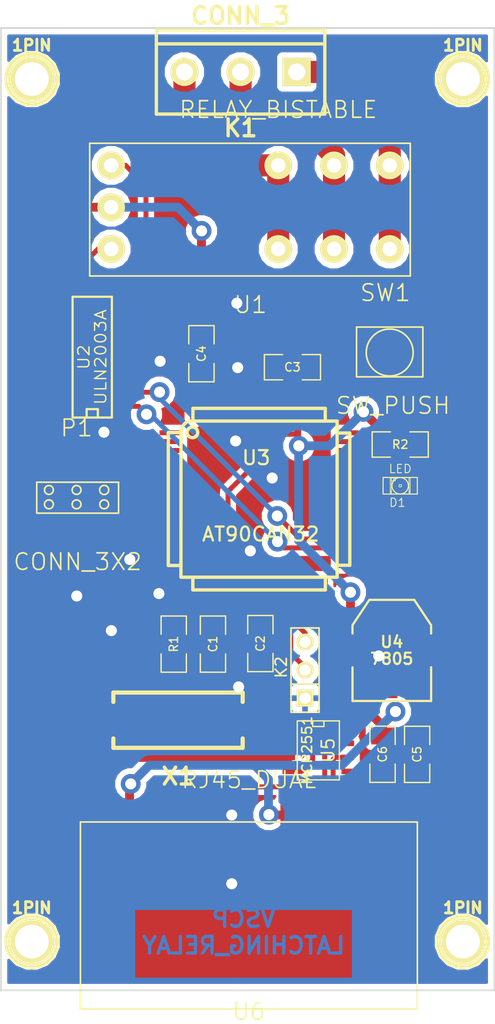
<source format=kicad_pcb>
(kicad_pcb (version 3) (host pcbnew "(2013-may-18)-stable")

  (general
    (links 71)
    (no_connects 0)
    (area 196.124999 66.1116 240.925001 158.409)
    (thickness 1.6)
    (drawings 8)
    (tracks 302)
    (zones 0)
    (modules 24)
    (nets 26)
  )

  (page A3)
  (layers
    (15 F.Cu signal)
    (0 B.Cu signal)
    (16 B.Adhes user)
    (17 F.Adhes user)
    (18 B.Paste user)
    (19 F.Paste user)
    (20 B.SilkS user)
    (21 F.SilkS user)
    (22 B.Mask user)
    (23 F.Mask user)
    (24 Dwgs.User user)
    (25 Cmts.User user)
    (26 Eco1.User user)
    (27 Eco2.User user)
    (28 Edge.Cuts user)
  )

  (setup
    (last_trace_width 0.254)
    (user_trace_width 0.45)
    (user_trace_width 0.6)
    (user_trace_width 0.8)
    (user_trace_width 1)
    (user_trace_width 1.2)
    (user_trace_width 1.4)
    (user_trace_width 1.6)
    (user_trace_width 1.8)
    (user_trace_width 2)
    (trace_clearance 0.254)
    (zone_clearance 0.508)
    (zone_45_only yes)
    (trace_min 0.254)
    (segment_width 0.2)
    (edge_width 0.15)
    (via_size 0.889)
    (via_drill 0.635)
    (via_min_size 0.889)
    (via_min_drill 0.508)
    (user_via 1.8 1)
    (uvia_size 0.508)
    (uvia_drill 0.127)
    (uvias_allowed no)
    (uvia_min_size 0.508)
    (uvia_min_drill 0.127)
    (pcb_text_width 0.3)
    (pcb_text_size 1.5 1.5)
    (mod_edge_width 0.15)
    (mod_text_size 1.5 1.5)
    (mod_text_width 0.15)
    (pad_size 1.824 1.824)
    (pad_drill 1.016)
    (pad_to_mask_clearance 0.2)
    (aux_axis_origin 0 0)
    (visible_elements FFFFFBB9)
    (pcbplotparams
      (layerselection 284196865)
      (usegerberextensions true)
      (excludeedgelayer true)
      (linewidth 0.150000)
      (plotframeref false)
      (viasonmask false)
      (mode 1)
      (useauxorigin false)
      (hpglpennumber 1)
      (hpglpenspeed 20)
      (hpglpendiameter 15)
      (hpglpenoverlay 2)
      (psnegative false)
      (psa4output false)
      (plotreference true)
      (plotvalue true)
      (plotothertext true)
      (plotinvisibletext false)
      (padsonsilk false)
      (subtractmaskfromsilk false)
      (outputformat 1)
      (mirror false)
      (drillshape 0)
      (scaleselection 1)
      (outputdirectory ""))
  )

  (net 0 "")
  (net 1 +12V)
  (net 2 +5V)
  (net 3 /PD1)
  (net 4 /PE1)
  (net 5 GND)
  (net 6 N-000001)
  (net 7 N-000002)
  (net 8 N-0000022)
  (net 9 N-0000023)
  (net 10 N-0000027)
  (net 11 N-0000028)
  (net 12 N-0000029)
  (net 13 N-000003)
  (net 14 N-0000034)
  (net 15 N-0000035)
  (net 16 N-0000037)
  (net 17 N-0000038)
  (net 18 N-000004)
  (net 19 N-0000040)
  (net 20 N-0000041)
  (net 21 N-000006)
  (net 22 N-000007)
  (net 23 N-0000075)
  (net 24 N-000008)
  (net 25 N-000009)

  (net_class Default "This is the default net class."
    (clearance 0.254)
    (trace_width 0.254)
    (via_dia 0.889)
    (via_drill 0.635)
    (uvia_dia 0.508)
    (uvia_drill 0.127)
    (add_net "")
    (add_net +12V)
    (add_net +5V)
    (add_net /PD1)
    (add_net /PE1)
    (add_net GND)
    (add_net N-000001)
    (add_net N-000002)
    (add_net N-0000022)
    (add_net N-0000023)
    (add_net N-0000027)
    (add_net N-0000028)
    (add_net N-0000029)
    (add_net N-000003)
    (add_net N-0000034)
    (add_net N-0000035)
    (add_net N-0000037)
    (add_net N-0000038)
    (add_net N-000004)
    (add_net N-0000040)
    (add_net N-0000041)
    (add_net N-000006)
    (add_net N-000007)
    (add_net N-0000075)
    (add_net N-000008)
    (add_net N-000009)
  )

  (module TQFP64_08 (layer F.Cu) (tedit 423EA1D3) (tstamp 5515B98E)
    (at 219.55 110.99)
    (tags AVR)
    (path /52152F75)
    (fp_text reference U3 (at -0.24384 -3.73888) (layer F.SilkS)
      (effects (font (size 1.27 1.27) (thickness 0.2032)))
    )
    (fp_text value AT90CAN32 (at 0.16256 3.16992) (layer F.SilkS)
      (effects (font (size 1.27 1.27) (thickness 0.2032)))
    )
    (fp_line (start -7.05104 -6.477) (end -7.05612 7.0612) (layer F.SilkS) (width 0.3048))
    (fp_line (start 7.07136 -7.0612) (end -6.477 -7.0612) (layer F.SilkS) (width 0.3048))
    (fp_line (start -7.05104 -6.477) (end -6.46684 -7.0612) (layer F.SilkS) (width 0.3048))
    (fp_line (start -7.05104 5.99948) (end -8.19912 5.99948) (layer F.SilkS) (width 0.3048))
    (fp_line (start -8.19912 5.99948) (end -8.19912 -6.0198) (layer F.SilkS) (width 0.3048))
    (fp_line (start -8.19912 -6.0198) (end -7.05104 -6.0198) (layer F.SilkS) (width 0.3048))
    (fp_line (start 6.00964 7.0612) (end 6.00964 8.20928) (layer F.SilkS) (width 0.3048))
    (fp_line (start 6.00964 8.20928) (end -5.97916 8.20928) (layer F.SilkS) (width 0.3048))
    (fp_line (start -5.97916 8.20928) (end -5.97916 7.0612) (layer F.SilkS) (width 0.3048))
    (fp_line (start 7.07136 -5.97916) (end 8.21944 -5.97916) (layer F.SilkS) (width 0.3048))
    (fp_line (start 8.21944 -5.97916) (end 8.21944 5.97916) (layer F.SilkS) (width 0.3048))
    (fp_line (start 8.21944 5.97916) (end 7.07136 5.97916) (layer F.SilkS) (width 0.3048))
    (fp_line (start -5.969 -7.0612) (end -5.969 -8.20928) (layer F.SilkS) (width 0.3048))
    (fp_line (start -5.969 -8.20928) (end 5.99948 -8.20928) (layer F.SilkS) (width 0.3048))
    (fp_line (start 5.99948 -8.20928) (end 5.99948 -7.0612) (layer F.SilkS) (width 0.3048))
    (fp_circle (center -6.01472 -6.03504) (end -5.60832 -5.78104) (layer F.SilkS) (width 0.3048))
    (fp_line (start 7.07136 -7.0612) (end 7.07136 7.0612) (layer F.SilkS) (width 0.3048))
    (fp_line (start -7.05104 7.0612) (end 7.07136 7.0612) (layer F.SilkS) (width 0.3048))
    (pad 8 smd rect (at -7.99084 -0.39878) (size 1.99898 0.44958)
      (layers F.Cu F.Paste F.Mask)
    )
    (pad 7 smd rect (at -7.99084 -1.19888) (size 1.99898 0.44958)
      (layers F.Cu F.Paste F.Mask)
    )
    (pad 6 smd rect (at -7.99084 -1.99898) (size 1.99898 0.44958)
      (layers F.Cu F.Paste F.Mask)
    )
    (pad 5 smd rect (at -7.99084 -2.79908) (size 1.99898 0.44958)
      (layers F.Cu F.Paste F.Mask)
    )
    (pad 4 smd rect (at -7.99084 -3.59918) (size 1.99898 0.44958)
      (layers F.Cu F.Paste F.Mask)
    )
    (pad 3 smd rect (at -7.99084 -4.39928) (size 1.99898 0.44958)
      (layers F.Cu F.Paste F.Mask)
      (net 4 /PE1)
    )
    (pad 2 smd rect (at -7.99084 -5.19938) (size 1.99898 0.44958)
      (layers F.Cu F.Paste F.Mask)
      (net 3 /PD1)
    )
    (pad 1 smd rect (at -7.99084 -5.99948) (size 1.99898 0.44958)
      (layers F.Cu F.Paste F.Mask)
    )
    (pad 16 smd rect (at -7.99084 6.00964) (size 1.99898 0.44958)
      (layers F.Cu F.Paste F.Mask)
    )
    (pad 33 smd rect (at 8.001 6.00964) (size 1.99898 0.44958)
      (layers F.Cu F.Paste F.Mask)
    )
    (pad 48 smd rect (at 8.001 -5.99948) (size 1.99898 0.44958)
      (layers F.Cu F.Paste F.Mask)
    )
    (pad 9 smd rect (at -7.99084 0.40894) (size 1.99898 0.44958)
      (layers F.Cu F.Paste F.Mask)
    )
    (pad 10 smd rect (at -7.99084 1.20904) (size 1.99898 0.44958)
      (layers F.Cu F.Paste F.Mask)
    )
    (pad 11 smd rect (at -7.99084 2.00914) (size 1.99898 0.44958)
      (layers F.Cu F.Paste F.Mask)
      (net 24 N-000008)
    )
    (pad 12 smd rect (at -7.99084 2.80924) (size 1.99898 0.44958)
      (layers F.Cu F.Paste F.Mask)
    )
    (pad 13 smd rect (at -7.99084 3.60934) (size 1.99898 0.44958)
      (layers F.Cu F.Paste F.Mask)
    )
    (pad 14 smd rect (at -7.99084 4.40944) (size 1.99898 0.44958)
      (layers F.Cu F.Paste F.Mask)
    )
    (pad 15 smd rect (at -7.99084 5.20954) (size 1.99898 0.44958)
      (layers F.Cu F.Paste F.Mask)
    )
    (pad 34 smd rect (at 8.001 5.20954) (size 1.99898 0.44958)
      (layers F.Cu F.Paste F.Mask)
    )
    (pad 35 smd rect (at 8.001 4.40944) (size 1.99898 0.44958)
      (layers F.Cu F.Paste F.Mask)
      (net 9 N-0000023)
    )
    (pad 36 smd rect (at 8.001 3.60934) (size 1.99898 0.44958)
      (layers F.Cu F.Paste F.Mask)
      (net 8 N-0000022)
    )
    (pad 37 smd rect (at 8.001 2.80924) (size 1.99898 0.44958)
      (layers F.Cu F.Paste F.Mask)
    )
    (pad 38 smd rect (at 8.001 2.00914) (size 1.99898 0.44958)
      (layers F.Cu F.Paste F.Mask)
    )
    (pad 39 smd rect (at 8.001 1.20904) (size 1.99898 0.44958)
      (layers F.Cu F.Paste F.Mask)
    )
    (pad 40 smd rect (at 8.001 0.40894) (size 1.99898 0.44958)
      (layers F.Cu F.Paste F.Mask)
    )
    (pad 41 smd rect (at 8.001 -0.39878) (size 1.99898 0.44958)
      (layers F.Cu F.Paste F.Mask)
    )
    (pad 42 smd rect (at 8.001 -1.19888) (size 1.99898 0.44958)
      (layers F.Cu F.Paste F.Mask)
      (net 18 N-000004)
    )
    (pad 43 smd rect (at 8.001 -1.99898) (size 1.99898 0.44958)
      (layers F.Cu F.Paste F.Mask)
    )
    (pad 44 smd rect (at 8.001 -2.79908) (size 1.99898 0.44958)
      (layers F.Cu F.Paste F.Mask)
    )
    (pad 45 smd rect (at 8.001 -3.59918) (size 1.99898 0.44958)
      (layers F.Cu F.Paste F.Mask)
    )
    (pad 46 smd rect (at 8.001 -4.39928) (size 1.99898 0.44958)
      (layers F.Cu F.Paste F.Mask)
    )
    (pad 47 smd rect (at 8.001 -5.19938) (size 1.99898 0.44958)
      (layers F.Cu F.Paste F.Mask)
    )
    (pad 64 smd rect (at -5.99948 -8.001) (size 0.44958 1.99898)
      (layers F.Cu F.Paste F.Mask)
    )
    (pad 63 smd rect (at -5.20192 -8.001) (size 0.44958 1.99898)
      (layers F.Cu F.Paste F.Mask)
      (net 5 GND)
    )
    (pad 62 smd rect (at -4.39928 -8.001) (size 0.44958 1.99898)
      (layers F.Cu F.Paste F.Mask)
    )
    (pad 61 smd rect (at -3.60172 -8.001) (size 0.44958 1.99898)
      (layers F.Cu F.Paste F.Mask)
    )
    (pad 60 smd rect (at -2.79908 -8.001) (size 0.44958 1.99898)
      (layers F.Cu F.Paste F.Mask)
    )
    (pad 59 smd rect (at -2.00152 -8.001) (size 0.44958 1.99898)
      (layers F.Cu F.Paste F.Mask)
    )
    (pad 56 smd rect (at 0.40132 -8.001) (size 0.44958 1.99898)
      (layers F.Cu F.Paste F.Mask)
    )
    (pad 54 smd rect (at 2.00152 -8.001) (size 0.44958 1.99898)
      (layers F.Cu F.Paste F.Mask)
    )
    (pad 53 smd rect (at 2.79908 -8.001) (size 0.44958 1.99898)
      (layers F.Cu F.Paste F.Mask)
      (net 5 GND)
    )
    (pad 58 smd rect (at -1.19888 -8.001) (size 0.44958 1.99898)
      (layers F.Cu F.Paste F.Mask)
    )
    (pad 57 smd rect (at -0.40132 -8.001) (size 0.44958 1.99898)
      (layers F.Cu F.Paste F.Mask)
    )
    (pad 55 smd rect (at 1.19888 -8.001) (size 0.44958 1.99898)
      (layers F.Cu F.Paste F.Mask)
    )
    (pad 52 smd rect (at 3.60172 -8.001) (size 0.44958 1.99898)
      (layers F.Cu F.Paste F.Mask)
      (net 2 +5V)
    )
    (pad 51 smd rect (at 4.39928 -8.001) (size 0.44958 1.99898)
      (layers F.Cu F.Paste F.Mask)
      (net 13 N-000003)
    )
    (pad 50 smd rect (at 5.20192 -8.001) (size 0.44958 1.99898)
      (layers F.Cu F.Paste F.Mask)
    )
    (pad 49 smd rect (at 5.99948 -8.001) (size 0.44958 1.99898)
      (layers F.Cu F.Paste F.Mask)
    )
    (pad 17 smd rect (at -5.99948 8.001) (size 0.44958 1.99898)
      (layers F.Cu F.Paste F.Mask)
    )
    (pad 18 smd rect (at -5.20192 8.001) (size 0.44958 1.99898)
      (layers F.Cu F.Paste F.Mask)
    )
    (pad 19 smd rect (at -4.39928 8.001) (size 0.44958 1.99898)
      (layers F.Cu F.Paste F.Mask)
    )
    (pad 20 smd rect (at -3.60172 8.001) (size 0.44958 1.99898)
      (layers F.Cu F.Paste F.Mask)
      (net 25 N-000009)
    )
    (pad 21 smd rect (at -2.79908 8.001) (size 0.44958 1.99898)
      (layers F.Cu F.Paste F.Mask)
      (net 2 +5V)
    )
    (pad 22 smd rect (at -2.00152 8.001) (size 0.44958 1.99898)
      (layers F.Cu F.Paste F.Mask)
      (net 5 GND)
    )
    (pad 23 smd rect (at -1.19888 8.001) (size 0.44958 1.99898)
      (layers F.Cu F.Paste F.Mask)
      (net 19 N-0000040)
    )
    (pad 24 smd rect (at -0.40132 8.001) (size 0.44958 1.99898)
      (layers F.Cu F.Paste F.Mask)
      (net 20 N-0000041)
    )
    (pad 25 smd rect (at 0.40132 8.001) (size 0.44958 1.99898)
      (layers F.Cu F.Paste F.Mask)
    )
    (pad 26 smd rect (at 1.19888 8.001) (size 0.44958 1.99898)
      (layers F.Cu F.Paste F.Mask)
    )
    (pad 27 smd rect (at 2.00152 8.001) (size 0.44958 1.99898)
      (layers F.Cu F.Paste F.Mask)
      (net 6 N-000001)
    )
    (pad 28 smd rect (at 2.79908 8.001) (size 0.44958 1.99898)
      (layers F.Cu F.Paste F.Mask)
      (net 7 N-000002)
    )
    (pad 29 smd rect (at 3.60172 8.001) (size 0.44958 1.99898)
      (layers F.Cu F.Paste F.Mask)
    )
    (pad 30 smd rect (at 4.39928 8.001) (size 0.44958 1.99898)
      (layers F.Cu F.Paste F.Mask)
      (net 21 N-000006)
    )
    (pad 31 smd rect (at 5.20192 8.001) (size 0.44958 1.99898)
      (layers F.Cu F.Paste F.Mask)
      (net 22 N-000007)
    )
    (pad 32 smd rect (at 5.99948 8.001) (size 0.44958 1.99898)
      (layers F.Cu F.Paste F.Mask)
    )
    (model smd/vqfp64.wrl
      (at (xyz 0 0 0))
      (scale (xyz 0.615 0.615 0.35))
      (rotate (xyz 0 0 90))
    )
  )

  (module Switch_SPC (layer F.Cu) (tedit 5446D379) (tstamp 5515B99C)
    (at 231.38 97.73 180)
    (path /54418504)
    (fp_text reference SW1 (at 0.4 5.4 180) (layer F.SilkS)
      (effects (font (size 1.5 1.5) (thickness 0.15)))
    )
    (fp_text value SW_PUSH (at -0.3 -4.8 180) (layer F.SilkS)
      (effects (font (size 1.5 1.5) (thickness 0.15)))
    )
    (fp_line (start -3 0) (end -3 -2.2) (layer F.SilkS) (width 0.15))
    (fp_line (start -3 -2.2) (end 3 -2.2) (layer F.SilkS) (width 0.15))
    (fp_line (start 3 -2.2) (end 3 2.3) (layer F.SilkS) (width 0.15))
    (fp_line (start 3 2.3) (end -3 2.3) (layer F.SilkS) (width 0.15))
    (fp_line (start -3 2.3) (end -3 0) (layer F.SilkS) (width 0.15))
    (fp_circle (center 0 0) (end 1.5 1.5) (layer F.SilkS) (width 0.15))
    (pad 1 smd rect (at -4.2 -2.25 180) (size 1.6 1.4)
      (layers F.Cu F.Paste F.Mask)
      (net 13 N-000003)
    )
    (pad 1 smd rect (at 4.2 -2.25 180) (size 1.6 1.4)
      (layers F.Cu F.Paste F.Mask)
      (net 13 N-000003)
    )
    (pad 2 smd rect (at -4.2 2.25 180) (size 1.6 1.4)
      (layers F.Cu F.Paste F.Mask)
      (net 5 GND)
    )
    (pad 2 smd rect (at 4.2 2.25 180) (size 1.6 1.4)
      (layers F.Cu F.Paste F.Mask)
      (net 5 GND)
    )
  )

  (module SOT223 (layer F.Cu) (tedit 200000) (tstamp 5515B9AC)
    (at 231.57 124.67)
    (descr "module CMS SOT223 4 pins")
    (tags "CMS SOT")
    (path /52BC76CC)
    (attr smd)
    (fp_text reference U4 (at 0 -0.762) (layer F.SilkS)
      (effects (font (size 1.016 1.016) (thickness 0.2032)))
    )
    (fp_text value 7805 (at 0 0.762) (layer F.SilkS)
      (effects (font (size 1.016 1.016) (thickness 0.2032)))
    )
    (fp_line (start -3.556 1.524) (end -3.556 4.572) (layer F.SilkS) (width 0.2032))
    (fp_line (start -3.556 4.572) (end 3.556 4.572) (layer F.SilkS) (width 0.2032))
    (fp_line (start 3.556 4.572) (end 3.556 1.524) (layer F.SilkS) (width 0.2032))
    (fp_line (start -3.556 -1.524) (end -3.556 -2.286) (layer F.SilkS) (width 0.2032))
    (fp_line (start -3.556 -2.286) (end -2.032 -4.572) (layer F.SilkS) (width 0.2032))
    (fp_line (start -2.032 -4.572) (end 2.032 -4.572) (layer F.SilkS) (width 0.2032))
    (fp_line (start 2.032 -4.572) (end 3.556 -2.286) (layer F.SilkS) (width 0.2032))
    (fp_line (start 3.556 -2.286) (end 3.556 -1.524) (layer F.SilkS) (width 0.2032))
    (pad 4 smd rect (at 0 -3.302) (size 3.6576 2.032)
      (layers F.Cu F.Paste F.Mask)
    )
    (pad 2 smd rect (at 0 3.302) (size 1.016 2.032)
      (layers F.Cu F.Paste F.Mask)
      (net 5 GND)
    )
    (pad 3 smd rect (at 2.286 3.302) (size 1.016 2.032)
      (layers F.Cu F.Paste F.Mask)
      (net 2 +5V)
    )
    (pad 1 smd rect (at -2.286 3.302) (size 1.016 2.032)
      (layers F.Cu F.Paste F.Mask)
      (net 1 +12V)
    )
    (model smd/SOT223.wrl
      (at (xyz 0 0 0))
      (scale (xyz 0.4 0.4 0.4))
      (rotate (xyz 0 0 0))
    )
  )

  (module SO8E (layer F.Cu) (tedit 42806F54) (tstamp 5515B9C0)
    (at 224.92 133.71 270)
    (descr "module CMS SOJ 8 pins etroit")
    (tags "CMS SOJ")
    (path /52152F80)
    (attr smd)
    (fp_text reference U5 (at 0 -0.889 270) (layer F.SilkS)
      (effects (font (size 1.143 1.143) (thickness 0.1524)))
    )
    (fp_text value MCP2551 (at 0 1.016 270) (layer F.SilkS)
      (effects (font (size 0.889 0.889) (thickness 0.1524)))
    )
    (fp_line (start -2.667 1.778) (end -2.667 1.905) (layer F.SilkS) (width 0.127))
    (fp_line (start -2.667 1.905) (end 2.667 1.905) (layer F.SilkS) (width 0.127))
    (fp_line (start 2.667 -1.905) (end -2.667 -1.905) (layer F.SilkS) (width 0.127))
    (fp_line (start -2.667 -1.905) (end -2.667 1.778) (layer F.SilkS) (width 0.127))
    (fp_line (start -2.667 -0.508) (end -2.159 -0.508) (layer F.SilkS) (width 0.127))
    (fp_line (start -2.159 -0.508) (end -2.159 0.508) (layer F.SilkS) (width 0.127))
    (fp_line (start -2.159 0.508) (end -2.667 0.508) (layer F.SilkS) (width 0.127))
    (fp_line (start 2.667 -1.905) (end 2.667 1.905) (layer F.SilkS) (width 0.127))
    (pad 8 smd rect (at -1.905 -2.667 270) (size 0.508 1.143)
      (layers F.Cu F.Paste F.Mask)
      (net 5 GND)
    )
    (pad 1 smd rect (at -1.905 2.667 270) (size 0.508 1.143)
      (layers F.Cu F.Paste F.Mask)
      (net 21 N-000006)
    )
    (pad 7 smd rect (at -0.635 -2.667 270) (size 0.508 1.143)
      (layers F.Cu F.Paste F.Mask)
      (net 15 N-0000035)
    )
    (pad 6 smd rect (at 0.635 -2.667 270) (size 0.508 1.143)
      (layers F.Cu F.Paste F.Mask)
      (net 14 N-0000034)
    )
    (pad 5 smd rect (at 1.905 -2.667 270) (size 0.508 1.143)
      (layers F.Cu F.Paste F.Mask)
    )
    (pad 2 smd rect (at -0.635 2.667 270) (size 0.508 1.143)
      (layers F.Cu F.Paste F.Mask)
      (net 5 GND)
    )
    (pad 3 smd rect (at 0.635 2.667 270) (size 0.508 1.143)
      (layers F.Cu F.Paste F.Mask)
      (net 2 +5V)
    )
    (pad 4 smd rect (at 1.905 2.667 270) (size 0.508 1.143)
      (layers F.Cu F.Paste F.Mask)
      (net 22 N-000007)
    )
    (model smd/cms_so8.wrl
      (at (xyz 0 0 0))
      (scale (xyz 0.5 0.32 0.5))
      (rotate (xyz 0 0 0))
    )
  )

  (module SO16E (layer F.Cu) (tedit 4280700D) (tstamp 5515B9DB)
    (at 204.47 98.15 90)
    (descr "Module CMS SOJ 16 pins etroit")
    (tags "CMS SOJ")
    (path /5515B38B)
    (attr smd)
    (fp_text reference U2 (at 0 -0.762 90) (layer F.SilkS)
      (effects (font (size 1.016 1.143) (thickness 0.127)))
    )
    (fp_text value ULN2003A (at 0 0.762 90) (layer F.SilkS)
      (effects (font (size 1.016 1.143) (thickness 0.127)))
    )
    (fp_line (start -5.461 -1.778) (end 5.461 -1.778) (layer F.SilkS) (width 0.2032))
    (fp_line (start 5.461 -1.778) (end 5.461 1.778) (layer F.SilkS) (width 0.2032))
    (fp_line (start 5.461 1.778) (end -5.461 1.778) (layer F.SilkS) (width 0.2032))
    (fp_line (start -5.461 1.778) (end -5.461 -1.778) (layer F.SilkS) (width 0.2032))
    (fp_line (start -5.461 -0.508) (end -4.699 -0.508) (layer F.SilkS) (width 0.2032))
    (fp_line (start -4.699 -0.508) (end -4.699 0.508) (layer F.SilkS) (width 0.2032))
    (fp_line (start -4.699 0.508) (end -5.461 0.508) (layer F.SilkS) (width 0.2032))
    (pad 1 smd rect (at -4.445 2.54 90) (size 0.508 1.143)
      (layers F.Cu F.Paste F.Mask)
      (net 9 N-0000023)
    )
    (pad 2 smd rect (at -3.175 2.54 90) (size 0.508 1.143)
      (layers F.Cu F.Paste F.Mask)
      (net 8 N-0000022)
    )
    (pad 3 smd rect (at -1.905 2.54 90) (size 0.508 1.143)
      (layers F.Cu F.Paste F.Mask)
    )
    (pad 4 smd rect (at -0.635 2.54 90) (size 0.508 1.143)
      (layers F.Cu F.Paste F.Mask)
    )
    (pad 5 smd rect (at 0.635 2.54 90) (size 0.508 1.143)
      (layers F.Cu F.Paste F.Mask)
    )
    (pad 6 smd rect (at 1.905 2.54 90) (size 0.508 1.143)
      (layers F.Cu F.Paste F.Mask)
    )
    (pad 7 smd rect (at 3.175 2.54 90) (size 0.508 1.143)
      (layers F.Cu F.Paste F.Mask)
    )
    (pad 8 smd rect (at 4.445 2.54 90) (size 0.508 1.143)
      (layers F.Cu F.Paste F.Mask)
      (net 5 GND)
    )
    (pad 9 smd rect (at 4.445 -2.54 90) (size 0.508 1.143)
      (layers F.Cu F.Paste F.Mask)
      (net 2 +5V)
    )
    (pad 10 smd rect (at 3.175 -2.54 90) (size 0.508 1.143)
      (layers F.Cu F.Paste F.Mask)
    )
    (pad 11 smd rect (at 1.905 -2.54 90) (size 0.508 1.143)
      (layers F.Cu F.Paste F.Mask)
    )
    (pad 12 smd rect (at 0.635 -2.54 90) (size 0.508 1.143)
      (layers F.Cu F.Paste F.Mask)
    )
    (pad 13 smd rect (at -0.635 -2.54 90) (size 0.508 1.143)
      (layers F.Cu F.Paste F.Mask)
    )
    (pad 14 smd rect (at -1.905 -2.54 90) (size 0.508 1.143)
      (layers F.Cu F.Paste F.Mask)
    )
    (pad 15 smd rect (at -3.175 -2.54 90) (size 0.508 1.143)
      (layers F.Cu F.Paste F.Mask)
      (net 12 N-0000029)
    )
    (pad 16 smd rect (at -4.445 -2.54 90) (size 0.508 1.143)
      (layers F.Cu F.Paste F.Mask)
      (net 11 N-0000028)
    )
    (model smd/cms_so16.wrl
      (at (xyz 0 0 0))
      (scale (xyz 0.5 0.3 0.5))
      (rotate (xyz 0 0 0))
    )
  )

  (module SM1206 (layer F.Cu) (tedit 42806E24) (tstamp 5515B9E7)
    (at 230.73 134.06 270)
    (path /52BC77D5)
    (attr smd)
    (fp_text reference C6 (at 0 0 270) (layer F.SilkS)
      (effects (font (size 0.762 0.762) (thickness 0.127)))
    )
    (fp_text value 0.33uF (at 0 0 270) (layer F.SilkS) hide
      (effects (font (size 0.762 0.762) (thickness 0.127)))
    )
    (fp_line (start -2.54 -1.143) (end -2.54 1.143) (layer F.SilkS) (width 0.127))
    (fp_line (start -2.54 1.143) (end -0.889 1.143) (layer F.SilkS) (width 0.127))
    (fp_line (start 0.889 -1.143) (end 2.54 -1.143) (layer F.SilkS) (width 0.127))
    (fp_line (start 2.54 -1.143) (end 2.54 1.143) (layer F.SilkS) (width 0.127))
    (fp_line (start 2.54 1.143) (end 0.889 1.143) (layer F.SilkS) (width 0.127))
    (fp_line (start -0.889 -1.143) (end -2.54 -1.143) (layer F.SilkS) (width 0.127))
    (pad 1 smd rect (at -1.651 0 270) (size 1.524 2.032)
      (layers F.Cu F.Paste F.Mask)
      (net 1 +12V)
    )
    (pad 2 smd rect (at 1.651 0 270) (size 1.524 2.032)
      (layers F.Cu F.Paste F.Mask)
      (net 5 GND)
    )
    (model smd/chip_cms.wrl
      (at (xyz 0 0 0))
      (scale (xyz 0.17 0.16 0.16))
      (rotate (xyz 0 0 0))
    )
  )

  (module SM1206 (layer F.Cu) (tedit 42806E24) (tstamp 5515BA0B)
    (at 214.35 97.84 270)
    (path /544964C0)
    (attr smd)
    (fp_text reference C4 (at 0 0 270) (layer F.SilkS)
      (effects (font (size 0.762 0.762) (thickness 0.127)))
    )
    (fp_text value 100nF (at 0 0 270) (layer F.SilkS) hide
      (effects (font (size 0.762 0.762) (thickness 0.127)))
    )
    (fp_line (start -2.54 -1.143) (end -2.54 1.143) (layer F.SilkS) (width 0.127))
    (fp_line (start -2.54 1.143) (end -0.889 1.143) (layer F.SilkS) (width 0.127))
    (fp_line (start 0.889 -1.143) (end 2.54 -1.143) (layer F.SilkS) (width 0.127))
    (fp_line (start 2.54 -1.143) (end 2.54 1.143) (layer F.SilkS) (width 0.127))
    (fp_line (start 2.54 1.143) (end 0.889 1.143) (layer F.SilkS) (width 0.127))
    (fp_line (start -0.889 -1.143) (end -2.54 -1.143) (layer F.SilkS) (width 0.127))
    (pad 1 smd rect (at -1.651 0 270) (size 1.524 2.032)
      (layers F.Cu F.Paste F.Mask)
      (net 2 +5V)
    )
    (pad 2 smd rect (at 1.651 0 270) (size 1.524 2.032)
      (layers F.Cu F.Paste F.Mask)
      (net 5 GND)
    )
    (model smd/chip_cms.wrl
      (at (xyz 0 0 0))
      (scale (xyz 0.17 0.16 0.16))
      (rotate (xyz 0 0 0))
    )
  )

  (module SM1206 (layer F.Cu) (tedit 42806E24) (tstamp 5515BA17)
    (at 222.58 99.06 180)
    (path /52BC77C3)
    (attr smd)
    (fp_text reference C3 (at 0 0 180) (layer F.SilkS)
      (effects (font (size 0.762 0.762) (thickness 0.127)))
    )
    (fp_text value 100nF (at 0 0 180) (layer F.SilkS) hide
      (effects (font (size 0.762 0.762) (thickness 0.127)))
    )
    (fp_line (start -2.54 -1.143) (end -2.54 1.143) (layer F.SilkS) (width 0.127))
    (fp_line (start -2.54 1.143) (end -0.889 1.143) (layer F.SilkS) (width 0.127))
    (fp_line (start 0.889 -1.143) (end 2.54 -1.143) (layer F.SilkS) (width 0.127))
    (fp_line (start 2.54 -1.143) (end 2.54 1.143) (layer F.SilkS) (width 0.127))
    (fp_line (start 2.54 1.143) (end 0.889 1.143) (layer F.SilkS) (width 0.127))
    (fp_line (start -0.889 -1.143) (end -2.54 -1.143) (layer F.SilkS) (width 0.127))
    (pad 1 smd rect (at -1.651 0 180) (size 1.524 2.032)
      (layers F.Cu F.Paste F.Mask)
      (net 2 +5V)
    )
    (pad 2 smd rect (at 1.651 0 180) (size 1.524 2.032)
      (layers F.Cu F.Paste F.Mask)
      (net 5 GND)
    )
    (model smd/chip_cms.wrl
      (at (xyz 0 0 0))
      (scale (xyz 0.17 0.16 0.16))
      (rotate (xyz 0 0 0))
    )
  )

  (module SM1206 (layer F.Cu) (tedit 42806E24) (tstamp 5515BA2F)
    (at 233.86 134.07 90)
    (path /544966BB)
    (attr smd)
    (fp_text reference C5 (at 0 0 90) (layer F.SilkS)
      (effects (font (size 0.762 0.762) (thickness 0.127)))
    )
    (fp_text value 100nF (at 0 0 90) (layer F.SilkS) hide
      (effects (font (size 0.762 0.762) (thickness 0.127)))
    )
    (fp_line (start -2.54 -1.143) (end -2.54 1.143) (layer F.SilkS) (width 0.127))
    (fp_line (start -2.54 1.143) (end -0.889 1.143) (layer F.SilkS) (width 0.127))
    (fp_line (start 0.889 -1.143) (end 2.54 -1.143) (layer F.SilkS) (width 0.127))
    (fp_line (start 2.54 -1.143) (end 2.54 1.143) (layer F.SilkS) (width 0.127))
    (fp_line (start 2.54 1.143) (end 0.889 1.143) (layer F.SilkS) (width 0.127))
    (fp_line (start -0.889 -1.143) (end -2.54 -1.143) (layer F.SilkS) (width 0.127))
    (pad 1 smd rect (at -1.651 0 90) (size 1.524 2.032)
      (layers F.Cu F.Paste F.Mask)
      (net 5 GND)
    )
    (pad 2 smd rect (at 1.651 0 90) (size 1.524 2.032)
      (layers F.Cu F.Paste F.Mask)
      (net 2 +5V)
    )
    (model smd/chip_cms.wrl
      (at (xyz 0 0 0))
      (scale (xyz 0.17 0.16 0.16))
      (rotate (xyz 0 0 0))
    )
  )

  (module SM1206 (layer F.Cu) (tedit 42806E24) (tstamp 5515BA3B)
    (at 219.68 124.05 90)
    (path /52152F86)
    (attr smd)
    (fp_text reference C2 (at 0 0 90) (layer F.SilkS)
      (effects (font (size 0.762 0.762) (thickness 0.127)))
    )
    (fp_text value 22pf (at 0 0 90) (layer F.SilkS) hide
      (effects (font (size 0.762 0.762) (thickness 0.127)))
    )
    (fp_line (start -2.54 -1.143) (end -2.54 1.143) (layer F.SilkS) (width 0.127))
    (fp_line (start -2.54 1.143) (end -0.889 1.143) (layer F.SilkS) (width 0.127))
    (fp_line (start 0.889 -1.143) (end 2.54 -1.143) (layer F.SilkS) (width 0.127))
    (fp_line (start 2.54 -1.143) (end 2.54 1.143) (layer F.SilkS) (width 0.127))
    (fp_line (start 2.54 1.143) (end 0.889 1.143) (layer F.SilkS) (width 0.127))
    (fp_line (start -0.889 -1.143) (end -2.54 -1.143) (layer F.SilkS) (width 0.127))
    (pad 1 smd rect (at -1.651 0 90) (size 1.524 2.032)
      (layers F.Cu F.Paste F.Mask)
      (net 5 GND)
    )
    (pad 2 smd rect (at 1.651 0 90) (size 1.524 2.032)
      (layers F.Cu F.Paste F.Mask)
      (net 20 N-0000041)
    )
    (model smd/chip_cms.wrl
      (at (xyz 0 0 0))
      (scale (xyz 0.17 0.16 0.16))
      (rotate (xyz 0 0 0))
    )
  )

  (module SM1206 (layer F.Cu) (tedit 42806E24) (tstamp 5515BA47)
    (at 215.39 124.1 270)
    (path /52152F87)
    (attr smd)
    (fp_text reference C1 (at 0 0 270) (layer F.SilkS)
      (effects (font (size 0.762 0.762) (thickness 0.127)))
    )
    (fp_text value 22pf (at 0 0 270) (layer F.SilkS) hide
      (effects (font (size 0.762 0.762) (thickness 0.127)))
    )
    (fp_line (start -2.54 -1.143) (end -2.54 1.143) (layer F.SilkS) (width 0.127))
    (fp_line (start -2.54 1.143) (end -0.889 1.143) (layer F.SilkS) (width 0.127))
    (fp_line (start 0.889 -1.143) (end 2.54 -1.143) (layer F.SilkS) (width 0.127))
    (fp_line (start 2.54 -1.143) (end 2.54 1.143) (layer F.SilkS) (width 0.127))
    (fp_line (start 2.54 1.143) (end 0.889 1.143) (layer F.SilkS) (width 0.127))
    (fp_line (start -0.889 -1.143) (end -2.54 -1.143) (layer F.SilkS) (width 0.127))
    (pad 1 smd rect (at -1.651 0 270) (size 1.524 2.032)
      (layers F.Cu F.Paste F.Mask)
      (net 5 GND)
    )
    (pad 2 smd rect (at 1.651 0 270) (size 1.524 2.032)
      (layers F.Cu F.Paste F.Mask)
      (net 19 N-0000040)
    )
    (model smd/chip_cms.wrl
      (at (xyz 0 0 0))
      (scale (xyz 0.17 0.16 0.16))
      (rotate (xyz 0 0 0))
    )
  )

  (module SM1206 (layer F.Cu) (tedit 42806E24) (tstamp 5515BA53)
    (at 211.84 124.1 90)
    (path /52152F8C)
    (attr smd)
    (fp_text reference R1 (at 0 0 90) (layer F.SilkS)
      (effects (font (size 0.762 0.762) (thickness 0.127)))
    )
    (fp_text value 10k (at 0 0 90) (layer F.SilkS) hide
      (effects (font (size 0.762 0.762) (thickness 0.127)))
    )
    (fp_line (start -2.54 -1.143) (end -2.54 1.143) (layer F.SilkS) (width 0.127))
    (fp_line (start -2.54 1.143) (end -0.889 1.143) (layer F.SilkS) (width 0.127))
    (fp_line (start 0.889 -1.143) (end 2.54 -1.143) (layer F.SilkS) (width 0.127))
    (fp_line (start 2.54 -1.143) (end 2.54 1.143) (layer F.SilkS) (width 0.127))
    (fp_line (start 2.54 1.143) (end 0.889 1.143) (layer F.SilkS) (width 0.127))
    (fp_line (start -0.889 -1.143) (end -2.54 -1.143) (layer F.SilkS) (width 0.127))
    (pad 1 smd rect (at -1.651 0 90) (size 1.524 2.032)
      (layers F.Cu F.Paste F.Mask)
      (net 2 +5V)
    )
    (pad 2 smd rect (at 1.651 0 90) (size 1.524 2.032)
      (layers F.Cu F.Paste F.Mask)
      (net 25 N-000009)
    )
    (model smd/chip_cms.wrl
      (at (xyz 0 0 0))
      (scale (xyz 0.17 0.16 0.16))
      (rotate (xyz 0 0 0))
    )
  )

  (module RJ45_DUAL (layer F.Cu) (tedit 544FFA6D) (tstamp 5515BA6F)
    (at 218.64 140.82)
    (path /544D40F4)
    (fp_text reference U6 (at 0 16.51) (layer F.SilkS)
      (effects (font (size 1.5 1.5) (thickness 0.15)))
    )
    (fp_text value RJ45_DUAL (at 0 -4.445) (layer F.SilkS)
      (effects (font (size 1.5 1.5) (thickness 0.15)))
    )
    (fp_line (start 15.24 15.24) (end 15.24 16.255) (layer F.SilkS) (width 0.15))
    (fp_line (start -15.24 15.24) (end -15.24 16.255) (layer F.SilkS) (width 0.15))
    (fp_line (start -15.24 16.255) (end 15.24 16.255) (layer F.SilkS) (width 0.15))
    (fp_line (start 15.24 -0.635) (end 15.24 15.24) (layer F.SilkS) (width 0.15))
    (fp_line (start -15.24 15.24) (end -15.24 -0.635) (layer F.SilkS) (width 0.15))
    (fp_line (start -15.24 -0.635) (end 15.24 -0.635) (layer F.SilkS) (width 0.15))
    (pad 5 smd rect (at -6.985 -1.27) (size 0.64 2.54)
      (layers F.Cu F.Paste F.Mask)
      (net 14 N-0000034)
    )
    (pad 6 smd rect (at -5.715 -1.27) (size 0.64 2.54)
      (layers F.Cu F.Paste F.Mask)
      (net 5 GND)
    )
    (pad 7 smd rect (at -4.445 -1.27) (size 0.64 2.54)
      (layers F.Cu F.Paste F.Mask)
      (net 5 GND)
    )
    (pad 8 smd rect (at -3.175 -1.27) (size 0.64 2.54)
      (layers F.Cu F.Paste F.Mask)
      (net 5 GND)
    )
    (pad 4 smd rect (at -8.255 -1.27) (size 0.64 2.54)
      (layers F.Cu F.Paste F.Mask)
      (net 15 N-0000035)
    )
    (pad 3 smd rect (at -9.525 -1.27) (size 0.64 2.54)
      (layers F.Cu F.Paste F.Mask)
      (net 1 +12V)
    )
    (pad 2 smd rect (at -10.795 -1.27) (size 0.64 2.54)
      (layers F.Cu F.Paste F.Mask)
      (net 1 +12V)
    )
    (pad 1 smd rect (at -12.065 -1.27) (size 0.64 2.54)
      (layers F.Cu F.Paste F.Mask)
      (net 1 +12V)
    )
    (pad 9 smd rect (at 3.175 -1.27) (size 0.64 2.54)
      (layers F.Cu F.Paste F.Mask)
      (net 1 +12V)
    )
    (pad 10 smd rect (at 4.445 -1.27) (size 0.64 2.54)
      (layers F.Cu F.Paste F.Mask)
      (net 1 +12V)
    )
    (pad 11 smd rect (at 5.715 -1.27) (size 0.64 2.54)
      (layers F.Cu F.Paste F.Mask)
      (net 1 +12V)
    )
    (pad 12 smd rect (at 6.985 -1.27) (size 0.64 2.54)
      (layers F.Cu F.Paste F.Mask)
      (net 15 N-0000035)
    )
    (pad 13 smd rect (at 8.255 -1.27) (size 0.64 2.54)
      (layers F.Cu F.Paste F.Mask)
      (net 14 N-0000034)
    )
    (pad 14 smd rect (at 9.525 -1.27) (size 0.64 2.54)
      (layers F.Cu F.Paste F.Mask)
      (net 5 GND)
    )
    (pad 15 smd rect (at 10.795 -1.27) (size 0.64 2.54)
      (layers F.Cu F.Paste F.Mask)
      (net 5 GND)
    )
    (pad 16 smd rect (at 12.065 -1.27) (size 0.64 2.54)
      (layers F.Cu F.Paste F.Mask)
      (net 5 GND)
    )
    (pad 17 smd rect (at -13.97 10.525) (size 2.53 5.21)
      (layers F.Cu F.Paste F.Mask)
    )
    (pad 18 smd rect (at 13.97 10.525) (size 2.53 5.21)
      (layers F.Cu F.Paste F.Mask)
    )
  )

  (module PIN_ARRAY_3X1 (layer F.Cu) (tedit 4565C6B8) (tstamp 551AF9C4)
    (at 223.72 126.45 90)
    (descr "Connecteur 3 pins")
    (tags "CONN DEV")
    (path /544570D5)
    (fp_text reference K2 (at 0.254 -2.159 90) (layer F.SilkS)
      (effects (font (size 1.016 1.016) (thickness 0.1524)))
    )
    (fp_text value CONN_3 (at 0 -2.159 90) (layer F.SilkS) hide
      (effects (font (size 1.016 1.016) (thickness 0.1524)))
    )
    (fp_line (start -3.81 1.27) (end -3.81 -1.27) (layer F.SilkS) (width 0.1524))
    (fp_line (start -3.81 -1.27) (end 3.81 -1.27) (layer F.SilkS) (width 0.1524))
    (fp_line (start 3.81 -1.27) (end 3.81 1.27) (layer F.SilkS) (width 0.1524))
    (fp_line (start 3.81 1.27) (end -3.81 1.27) (layer F.SilkS) (width 0.1524))
    (fp_line (start -1.27 -1.27) (end -1.27 1.27) (layer F.SilkS) (width 0.1524))
    (pad 1 thru_hole rect (at -2.54 0 90) (size 1.524 1.524) (drill 1.016)
      (layers *.Cu *.Mask F.SilkS)
      (net 5 GND)
    )
    (pad 2 thru_hole circle (at 0 0 90) (size 1.524 1.524) (drill 1.016)
      (layers *.Cu *.Mask F.SilkS)
      (net 6 N-000001)
    )
    (pad 3 thru_hole circle (at 2.54 0 90) (size 1.524 1.524) (drill 1.016)
      (layers *.Cu *.Mask F.SilkS)
      (net 7 N-000002)
    )
    (model pin_array/pins_array_3x1.wrl
      (at (xyz 0 0 0))
      (scale (xyz 1 1 1))
      (rotate (xyz 0 0 0))
    )
  )

  (module Pin_2x3_smd (layer F.Cu) (tedit 5446DA07) (tstamp 5515BA9B)
    (at 203.05 110.86 180)
    (path /52152F89)
    (fp_text reference P1 (at 0 6.3 180) (layer F.SilkS)
      (effects (font (size 1.5 1.5) (thickness 0.15)))
    )
    (fp_text value CONN_3X2 (at -0.1 -5.8 180) (layer F.SilkS)
      (effects (font (size 1.5 1.5) (thickness 0.15)))
    )
    (fp_circle (center -2.5 0.7) (end -2.4 0.3) (layer F.SilkS) (width 0.15))
    (fp_circle (center 0 0.7) (end 0 0.3) (layer F.SilkS) (width 0.15))
    (fp_circle (center 2.5 0.7) (end 2.5 0.3) (layer F.SilkS) (width 0.15))
    (fp_circle (center 2.5 -0.6) (end 2.5 -1) (layer F.SilkS) (width 0.15))
    (fp_circle (center 0 -0.6) (end 0 -1) (layer F.SilkS) (width 0.15))
    (fp_circle (center -2.5 -0.6) (end -2.5 -1) (layer F.SilkS) (width 0.15))
    (fp_line (start -3.8 -1.4) (end 3.6 -1.4) (layer F.SilkS) (width 0.15))
    (fp_line (start 3.6 -1.4) (end 3.6 1.4) (layer F.SilkS) (width 0.15))
    (fp_line (start 3.6 1.4) (end -3.8 1.4) (layer F.SilkS) (width 0.15))
    (fp_line (start -3.8 1.4) (end -3.8 -1.4) (layer F.SilkS) (width 0.15))
    (pad 4 smd rect (at 0 3.03 180) (size 1.5 2.33)
      (layers F.Cu F.Paste F.Mask)
      (net 3 /PD1)
    )
    (pad 3 smd rect (at 0 -3.03 180) (size 1.5 2.33)
      (layers F.Cu F.Paste F.Mask)
      (net 24 N-000008)
    )
    (pad 2 smd rect (at 2.54 3.03 180) (size 1.5 2.33)
      (layers F.Cu F.Paste F.Mask)
      (net 2 +5V)
    )
    (pad 6 smd rect (at -2.54 3.03 180) (size 1.5 2.33)
      (layers F.Cu F.Paste F.Mask)
      (net 5 GND)
    )
    (pad 5 smd rect (at -2.54 -3.03 180) (size 1.5 2.33)
      (layers F.Cu F.Paste F.Mask)
      (net 25 N-000009)
    )
    (pad 1 smd rect (at 2.54 -3.03 180) (size 1.5 2.33)
      (layers F.Cu F.Paste F.Mask)
      (net 4 /PE1)
    )
  )

  (module "PCB relay bistable" (layer F.Cu) (tedit 551AF958) (tstamp 5515BAAC)
    (at 213.74 80.81)
    (path /55147B82)
    (fp_text reference U1 (at 5.04 12.6) (layer F.SilkS)
      (effects (font (size 1.5 1.5) (thickness 0.15)))
    )
    (fp_text value RELAY_BISTABLE (at 7.56 -5.04) (layer F.SilkS)
      (effects (font (size 1.5 1.5) (thickness 0.15)))
    )
    (fp_line (start -9.5 -2) (end 19.5 -2) (layer F.SilkS) (width 0.15))
    (fp_line (start 19.5 -2) (end 19.5 10) (layer F.SilkS) (width 0.15))
    (fp_line (start 19.5 10) (end -9.5 10) (layer F.SilkS) (width 0.15))
    (fp_line (start -9.5 10) (end -9.5 -2) (layer F.SilkS) (width 0.15))
    (pad 1 thru_hole circle (at -7.56 0) (size 2.5 2.5) (drill 1.3)
      (layers *.Cu *.Mask F.SilkS)
      (net 11 N-0000028)
    )
    (pad 11 thru_hole circle (at 12.6 0) (size 2.5 2.5) (drill 1.3)
      (layers *.Cu *.Mask F.SilkS)
      (net 17 N-0000038)
    )
    (pad 2 thru_hole circle (at -7.56 7.56) (size 2.5 2.5) (drill 1.3)
      (layers *.Cu *.Mask F.SilkS)
      (net 12 N-0000029)
    )
    (pad 11 thru_hole circle (at 12.6 7.56) (size 2.5 2.5) (drill 1.3)
      (layers *.Cu *.Mask F.SilkS)
      (net 17 N-0000038)
    )
    (pad 14 thru_hole circle (at 17.64 0) (size 2.5 2.5) (drill 1.3)
      (layers *.Cu *.Mask F.SilkS)
      (net 10 N-0000027)
    )
    (pad 14 thru_hole circle (at 17.64 7.56) (size 2.5 2.5) (drill 1.3)
      (layers *.Cu *.Mask F.SilkS)
      (net 10 N-0000027)
    )
    (pad 12 thru_hole circle (at 7.56 0) (size 2.5 2.5) (drill 1.3)
      (layers *.Cu *.Mask F.SilkS)
      (net 16 N-0000037)
    )
    (pad 12 thru_hole circle (at 7.56 7.56) (size 2.5 2.5) (drill 1.3)
      (layers *.Cu *.Mask F.SilkS)
      (net 16 N-0000037)
    )
    (pad 3 thru_hole circle (at -7.56 3.78) (size 2.5 2.5) (drill 1.3)
      (layers *.Cu *.Mask F.SilkS)
      (net 2 +5V)
    )
  )

  (module LED-1206 (layer F.Cu) (tedit 49BFA1FF) (tstamp 5515BAD6)
    (at 232.33 109.78 180)
    (descr "LED 1206 smd package")
    (tags "LED led 1206 SMD smd SMT smt smdled SMDLED smtled SMTLED")
    (path /52152F8E)
    (attr smd)
    (fp_text reference D1 (at 0.254 -1.524 180) (layer F.SilkS)
      (effects (font (size 0.762 0.762) (thickness 0.0889)))
    )
    (fp_text value LED (at 0 1.524 180) (layer F.SilkS)
      (effects (font (size 0.762 0.762) (thickness 0.0889)))
    )
    (fp_line (start -0.09906 0.09906) (end 0.09906 0.09906) (layer F.SilkS) (width 0.06604))
    (fp_line (start 0.09906 0.09906) (end 0.09906 -0.09906) (layer F.SilkS) (width 0.06604))
    (fp_line (start -0.09906 -0.09906) (end 0.09906 -0.09906) (layer F.SilkS) (width 0.06604))
    (fp_line (start -0.09906 0.09906) (end -0.09906 -0.09906) (layer F.SilkS) (width 0.06604))
    (fp_line (start 0.44958 0.6985) (end 0.79756 0.6985) (layer F.SilkS) (width 0.06604))
    (fp_line (start 0.79756 0.6985) (end 0.79756 0.44958) (layer F.SilkS) (width 0.06604))
    (fp_line (start 0.44958 0.44958) (end 0.79756 0.44958) (layer F.SilkS) (width 0.06604))
    (fp_line (start 0.44958 0.6985) (end 0.44958 0.44958) (layer F.SilkS) (width 0.06604))
    (fp_line (start 0.79756 0.6985) (end 0.89916 0.6985) (layer F.SilkS) (width 0.06604))
    (fp_line (start 0.89916 0.6985) (end 0.89916 -0.49784) (layer F.SilkS) (width 0.06604))
    (fp_line (start 0.79756 -0.49784) (end 0.89916 -0.49784) (layer F.SilkS) (width 0.06604))
    (fp_line (start 0.79756 0.6985) (end 0.79756 -0.49784) (layer F.SilkS) (width 0.06604))
    (fp_line (start 0.79756 -0.54864) (end 0.89916 -0.54864) (layer F.SilkS) (width 0.06604))
    (fp_line (start 0.89916 -0.54864) (end 0.89916 -0.6985) (layer F.SilkS) (width 0.06604))
    (fp_line (start 0.79756 -0.6985) (end 0.89916 -0.6985) (layer F.SilkS) (width 0.06604))
    (fp_line (start 0.79756 -0.54864) (end 0.79756 -0.6985) (layer F.SilkS) (width 0.06604))
    (fp_line (start -0.89916 0.6985) (end -0.79756 0.6985) (layer F.SilkS) (width 0.06604))
    (fp_line (start -0.79756 0.6985) (end -0.79756 -0.49784) (layer F.SilkS) (width 0.06604))
    (fp_line (start -0.89916 -0.49784) (end -0.79756 -0.49784) (layer F.SilkS) (width 0.06604))
    (fp_line (start -0.89916 0.6985) (end -0.89916 -0.49784) (layer F.SilkS) (width 0.06604))
    (fp_line (start -0.89916 -0.54864) (end -0.79756 -0.54864) (layer F.SilkS) (width 0.06604))
    (fp_line (start -0.79756 -0.54864) (end -0.79756 -0.6985) (layer F.SilkS) (width 0.06604))
    (fp_line (start -0.89916 -0.6985) (end -0.79756 -0.6985) (layer F.SilkS) (width 0.06604))
    (fp_line (start -0.89916 -0.54864) (end -0.89916 -0.6985) (layer F.SilkS) (width 0.06604))
    (fp_line (start 0.44958 0.6985) (end 0.59944 0.6985) (layer F.SilkS) (width 0.06604))
    (fp_line (start 0.59944 0.6985) (end 0.59944 0.44958) (layer F.SilkS) (width 0.06604))
    (fp_line (start 0.44958 0.44958) (end 0.59944 0.44958) (layer F.SilkS) (width 0.06604))
    (fp_line (start 0.44958 0.6985) (end 0.44958 0.44958) (layer F.SilkS) (width 0.06604))
    (fp_line (start 1.5494 0.7493) (end -1.5494 0.7493) (layer F.SilkS) (width 0.1016))
    (fp_line (start -1.5494 0.7493) (end -1.5494 -0.7493) (layer F.SilkS) (width 0.1016))
    (fp_line (start -1.5494 -0.7493) (end 1.5494 -0.7493) (layer F.SilkS) (width 0.1016))
    (fp_line (start 1.5494 -0.7493) (end 1.5494 0.7493) (layer F.SilkS) (width 0.1016))
    (fp_arc (start 0 0) (end 0.54864 0.49784) (angle 95.4) (layer F.SilkS) (width 0.1016))
    (fp_arc (start 0 0) (end -0.54864 0.49784) (angle 84.5) (layer F.SilkS) (width 0.1016))
    (fp_arc (start 0 0) (end -0.54864 -0.49784) (angle 95.4) (layer F.SilkS) (width 0.1016))
    (fp_arc (start 0 0) (end 0.54864 -0.49784) (angle 84.5) (layer F.SilkS) (width 0.1016))
    (pad 1 smd rect (at -1.41986 0 180) (size 1.59766 1.80086)
      (layers F.Cu F.Paste F.Mask)
      (net 23 N-0000075)
    )
    (pad 2 smd rect (at 1.41986 0 180) (size 1.59766 1.80086)
      (layers F.Cu F.Paste F.Mask)
      (net 18 N-000004)
    )
  )

  (module Crystal_HC49-SD_SMD_RevA_09Aug2010 (layer F.Cu) (tedit 4C603ED2) (tstamp 5515BAE2)
    (at 212.23 130.98 180)
    (descr "Crystal, Quarz, HC49-SD, SMD,")
    (tags "Crystal, Quarz, HC49-SD, SMD,")
    (path /52152F85)
    (attr smd)
    (fp_text reference X1 (at 0 -5.08 180) (layer F.SilkS)
      (effects (font (size 1.524 1.524) (thickness 0.3048)))
    )
    (fp_text value 16MHz (at 2.54 5.08 180) (layer F.SilkS) hide
      (effects (font (size 1.524 1.524) (thickness 0.3048)))
    )
    (fp_line (start -5.84962 2.49936) (end 5.84962 2.49936) (layer F.SilkS) (width 0.381))
    (fp_line (start 5.84962 -2.49936) (end -5.84962 -2.49936) (layer F.SilkS) (width 0.381))
    (fp_line (start 5.84962 2.49936) (end 5.84962 1.651) (layer F.SilkS) (width 0.381))
    (fp_line (start 5.84962 -2.49936) (end 5.84962 -1.651) (layer F.SilkS) (width 0.381))
    (fp_line (start -5.84962 2.49936) (end -5.84962 1.651) (layer F.SilkS) (width 0.381))
    (fp_line (start -5.84962 -2.49936) (end -5.84962 -1.651) (layer F.SilkS) (width 0.381))
    (pad 1 smd rect (at -4.84886 0 180) (size 5.6007 2.10058)
      (layers F.Cu F.Paste F.Mask)
      (net 20 N-0000041)
    )
    (pad 2 smd rect (at 4.84886 0 180) (size 5.6007 2.10058)
      (layers F.Cu F.Paste F.Mask)
      (net 19 N-0000040)
    )
  )

  (module 1pin (layer F.Cu) (tedit 200000) (tstamp 551A6510)
    (at 238 151)
    (descr "module 1 pin (ou trou mecanique de percage)")
    (tags DEV)
    (path 1pin)
    (fp_text reference 1PIN (at 0 -3.048) (layer F.SilkS)
      (effects (font (size 1.016 1.016) (thickness 0.254)))
    )
    (fp_text value P*** (at 0 2.794) (layer F.SilkS) hide
      (effects (font (size 1.016 1.016) (thickness 0.254)))
    )
    (fp_circle (center 0 0) (end 0 -2.286) (layer F.SilkS) (width 0.381))
    (pad 1 thru_hole circle (at 0 0) (size 4.064 4.064) (drill 3.048)
      (layers *.Cu *.Mask F.SilkS)
    )
  )

  (module 1pin (layer F.Cu) (tedit 200000) (tstamp 551A64D5)
    (at 199 151)
    (descr "module 1 pin (ou trou mecanique de percage)")
    (tags DEV)
    (path 1pin)
    (fp_text reference 1PIN (at 0 -3.048) (layer F.SilkS)
      (effects (font (size 1.016 1.016) (thickness 0.254)))
    )
    (fp_text value P*** (at 0 2.794) (layer F.SilkS) hide
      (effects (font (size 1.016 1.016) (thickness 0.254)))
    )
    (fp_circle (center 0 0) (end 0 -2.286) (layer F.SilkS) (width 0.381))
    (pad 1 thru_hole circle (at 0 0) (size 4.064 4.064) (drill 3.048)
      (layers *.Cu *.Mask F.SilkS)
    )
  )

  (module 1pin (layer F.Cu) (tedit 200000) (tstamp 551A64E0)
    (at 238 73)
    (descr "module 1 pin (ou trou mecanique de percage)")
    (tags DEV)
    (path 1pin)
    (fp_text reference 1PIN (at 0 -3.048) (layer F.SilkS)
      (effects (font (size 1.016 1.016) (thickness 0.254)))
    )
    (fp_text value P*** (at 0 2.794) (layer F.SilkS) hide
      (effects (font (size 1.016 1.016) (thickness 0.254)))
    )
    (fp_circle (center 0 0) (end 0 -2.286) (layer F.SilkS) (width 0.381))
    (pad 1 thru_hole circle (at 0 0) (size 4.064 4.064) (drill 3.048)
      (layers *.Cu *.Mask F.SilkS)
    )
  )

  (module 1pin (layer F.Cu) (tedit 200000) (tstamp 551A64F8)
    (at 199 73)
    (descr "module 1 pin (ou trou mecanique de percage)")
    (tags DEV)
    (path 1pin)
    (fp_text reference 1PIN (at 0 -3.048) (layer F.SilkS)
      (effects (font (size 1.016 1.016) (thickness 0.254)))
    )
    (fp_text value P*** (at 0 2.794) (layer F.SilkS) hide
      (effects (font (size 1.016 1.016) (thickness 0.254)))
    )
    (fp_circle (center 0 0) (end 0 -2.286) (layer F.SilkS) (width 0.381))
    (pad 1 thru_hole circle (at 0 0) (size 4.064 4.064) (drill 3.048)
      (layers *.Cu *.Mask F.SilkS)
    )
  )

  (module SM1206 (layer F.Cu) (tedit 42806E24) (tstamp 5519B47D)
    (at 232.33 106.05)
    (path /52152F90)
    (attr smd)
    (fp_text reference R2 (at 0 0) (layer F.SilkS)
      (effects (font (size 0.762 0.762) (thickness 0.127)))
    )
    (fp_text value 300 (at 0 0) (layer F.SilkS) hide
      (effects (font (size 0.762 0.762) (thickness 0.127)))
    )
    (fp_line (start -2.54 -1.143) (end -2.54 1.143) (layer F.SilkS) (width 0.127))
    (fp_line (start -2.54 1.143) (end -0.889 1.143) (layer F.SilkS) (width 0.127))
    (fp_line (start 0.889 -1.143) (end 2.54 -1.143) (layer F.SilkS) (width 0.127))
    (fp_line (start 2.54 -1.143) (end 2.54 1.143) (layer F.SilkS) (width 0.127))
    (fp_line (start 2.54 1.143) (end 0.889 1.143) (layer F.SilkS) (width 0.127))
    (fp_line (start -0.889 -1.143) (end -2.54 -1.143) (layer F.SilkS) (width 0.127))
    (pad 1 smd rect (at -1.651 0) (size 1.524 2.032)
      (layers F.Cu F.Paste F.Mask)
      (net 2 +5V)
    )
    (pad 2 smd rect (at 1.651 0) (size 1.524 2.032)
      (layers F.Cu F.Paste F.Mask)
      (net 23 N-0000075)
    )
    (model smd/chip_cms.wrl
      (at (xyz 0 0 0))
      (scale (xyz 0.17 0.16 0.16))
      (rotate (xyz 0 0 0))
    )
  )

  (module bornier3 (layer F.Cu) (tedit 3EC0ECFA) (tstamp 5519B52F)
    (at 217.89 72.36 180)
    (descr "Bornier d'alimentation 3 pins")
    (tags DEV)
    (path /5511D864)
    (fp_text reference K1 (at 0 -5.08 180) (layer F.SilkS)
      (effects (font (size 1.524 1.524) (thickness 0.3048)))
    )
    (fp_text value CONN_3 (at 0 5.08 180) (layer F.SilkS)
      (effects (font (size 1.524 1.524) (thickness 0.3048)))
    )
    (fp_line (start -7.62 3.81) (end -7.62 -3.81) (layer F.SilkS) (width 0.3048))
    (fp_line (start 7.62 3.81) (end 7.62 -3.81) (layer F.SilkS) (width 0.3048))
    (fp_line (start -7.62 2.54) (end 7.62 2.54) (layer F.SilkS) (width 0.3048))
    (fp_line (start -7.62 -3.81) (end 7.62 -3.81) (layer F.SilkS) (width 0.3048))
    (fp_line (start -7.62 3.81) (end 7.62 3.81) (layer F.SilkS) (width 0.3048))
    (pad 1 thru_hole rect (at -5.08 0 180) (size 2.54 2.54) (drill 1.524)
      (layers *.Cu *.Mask F.SilkS)
      (net 10 N-0000027)
    )
    (pad 2 thru_hole circle (at 0 0 180) (size 2.54 2.54) (drill 1.524)
      (layers *.Cu *.Mask F.SilkS)
      (net 17 N-0000038)
    )
    (pad 3 thru_hole circle (at 5.08 0 180) (size 2.54 2.54) (drill 1.524)
      (layers *.Cu *.Mask F.SilkS)
      (net 16 N-0000037)
    )
    (model device/bornier_3.wrl
      (at (xyz 0 0 0))
      (scale (xyz 1 1 1))
      (rotate (xyz 0 0 0))
    )
  )

  (gr_line (start 240.85 68.39) (end 196.2 68.39) (angle 90) (layer Edge.Cuts) (width 0.15))
  (gr_line (start 217.65 155.41) (end 240.85 155.41) (angle 90) (layer Edge.Cuts) (width 0.15))
  (gr_line (start 196.2 155.41) (end 196.2 155.4) (angle 90) (layer Edge.Cuts) (width 0.15))
  (gr_line (start 217.64 155.41) (end 196.2 155.41) (angle 90) (layer Edge.Cuts) (width 0.15))
  (gr_line (start 217.63 155.45) (end 217.63 155.4) (angle 90) (layer Edge.Cuts) (width 0.15))
  (gr_line (start 196.2 68.39) (end 196.2 155.45) (angle 90) (layer Edge.Cuts) (width 0.15))
  (gr_line (start 240.85 155.41) (end 240.85 68.39) (angle 90) (layer Edge.Cuts) (width 0.15))
  (gr_text "VSCP\nLATCHING_RELAY" (at 218.16 150.15) (layer B.Cu)
    (effects (font (size 1.5 1.5) (thickness 0.3)) (justify mirror))
  )

  (segment (start 230.73 132.409) (end 230.73 131.37) (width 0.8) (layer F.Cu) (net 1))
  (segment (start 227.04 135.06) (end 219.15 135.06) (width 0.8) (layer B.Cu) (net 1) (tstamp 5519B8D0))
  (segment (start 231.9 130.2) (end 227.04 135.06) (width 0.8) (layer B.Cu) (net 1) (tstamp 5519B8CF))
  (via (at 231.9 130.2) (size 1.8) (drill 1) (layers F.Cu B.Cu) (net 1))
  (segment (start 230.73 131.37) (end 231.9 130.2) (width 0.8) (layer F.Cu) (net 1) (tstamp 5519B8CA))
  (segment (start 221.815 139.55) (end 220.48 139.55) (width 0.8) (layer F.Cu) (net 1))
  (segment (start 220.48 139.55) (end 220.45 139.52) (width 0.8) (layer F.Cu) (net 1) (tstamp 5519A695))
  (via (at 220.45 139.52) (size 1.8) (drill 1) (layers F.Cu B.Cu) (net 1))
  (segment (start 220.45 139.52) (end 220.41 139.48) (width 0.8) (layer B.Cu) (net 1) (tstamp 5519A69D))
  (segment (start 220.41 139.48) (end 220.41 136.32) (width 0.8) (layer B.Cu) (net 1) (tstamp 5519A69E))
  (segment (start 220.41 136.32) (end 219.15 135.06) (width 0.8) (layer B.Cu) (net 1) (tstamp 5519A69F))
  (segment (start 223.085 139.55) (end 221.815 139.55) (width 0.8) (layer F.Cu) (net 1))
  (segment (start 224.355 139.55) (end 223.085 139.55) (width 0.8) (layer F.Cu) (net 1))
  (segment (start 207.845 139.55) (end 206.575 139.55) (width 0.8) (layer F.Cu) (net 1))
  (segment (start 207.845 136.845) (end 207.845 139.55) (width 0.8) (layer F.Cu) (net 1) (tstamp 5519A674))
  (segment (start 207.95 136.74) (end 207.845 136.845) (width 0.8) (layer F.Cu) (net 1) (tstamp 5519A673))
  (via (at 207.95 136.74) (size 1.8) (drill 1) (layers F.Cu B.Cu) (net 1))
  (segment (start 209.63 135.06) (end 207.95 136.74) (width 0.8) (layer B.Cu) (net 1) (tstamp 5519A665))
  (segment (start 219.15 135.06) (end 209.63 135.06) (width 0.8) (layer B.Cu) (net 1) (tstamp 5519A6A2))
  (segment (start 207.845 139.55) (end 209.115 139.55) (width 0.8) (layer F.Cu) (net 1) (tstamp 5519A675))
  (segment (start 230.73 132.409) (end 230.73 131.48) (width 0.8) (layer F.Cu) (net 1))
  (segment (start 229.284 130.034) (end 229.284 127.972) (width 0.8) (layer F.Cu) (net 1) (tstamp 5519A148))
  (segment (start 230.73 131.48) (end 229.284 130.034) (width 0.8) (layer F.Cu) (net 1) (tstamp 5519A147))
  (segment (start 209.115 139.55) (end 207.845 139.55) (width 0.8) (layer F.Cu) (net 1))
  (segment (start 206.18 84.59) (end 200.96 84.59) (width 0.8) (layer F.Cu) (net 2))
  (segment (start 199.6 85.95) (end 199.6 94.38) (width 0.8) (layer F.Cu) (net 2) (tstamp 551D9C39))
  (segment (start 200.96 84.59) (end 199.6 85.95) (width 0.8) (layer F.Cu) (net 2) (tstamp 551D9C37))
  (segment (start 214.35 96.189) (end 214.35 86.74) (width 0.8) (layer F.Cu) (net 2))
  (segment (start 212.22 84.59) (end 206.18 84.59) (width 0.8) (layer B.Cu) (net 2) (tstamp 551D9BD7))
  (segment (start 214.36 86.73) (end 212.22 84.59) (width 0.8) (layer B.Cu) (net 2) (tstamp 551D9BD6))
  (via (at 214.36 86.73) (size 1.8) (drill 1) (layers F.Cu B.Cu) (net 2))
  (segment (start 214.35 86.74) (end 214.36 86.73) (width 0.8) (layer F.Cu) (net 2) (tstamp 551D9BD0))
  (segment (start 222.253 134.345) (end 203.325 134.345) (width 0.8) (layer F.Cu) (net 2))
  (segment (start 202.16 123.58) (end 202.34 123.76) (width 0.8) (layer F.Cu) (net 2) (tstamp 551AF76D))
  (segment (start 202.16 133.18) (end 202.16 123.58) (width 0.8) (layer F.Cu) (net 2) (tstamp 551AF76B))
  (segment (start 203.325 134.345) (end 202.16 133.18) (width 0.8) (layer F.Cu) (net 2) (tstamp 551AF768))
  (segment (start 211.84 125.751) (end 204.331 125.751) (width 0.8) (layer F.Cu) (net 2))
  (segment (start 198.25 110.09) (end 200.51 107.83) (width 0.8) (layer F.Cu) (net 2) (tstamp 551AF762))
  (segment (start 198.25 119.67) (end 198.25 110.09) (width 0.8) (layer F.Cu) (net 2) (tstamp 551AF75A))
  (segment (start 204.331 125.751) (end 202.34 123.76) (width 0.8) (layer F.Cu) (net 2) (tstamp 551AF754))
  (segment (start 202.34 123.76) (end 198.25 119.67) (width 0.8) (layer F.Cu) (net 2) (tstamp 551AF771))
  (segment (start 216.75092 118.991) (end 216.75092 110.29908) (width 0.45) (layer F.Cu) (net 2))
  (segment (start 222.77 105.12) (end 223.15172 104.73828) (width 0.45) (layer F.Cu) (net 2) (tstamp 5519AD18))
  (segment (start 221.93 105.12) (end 222.77 105.12) (width 0.45) (layer F.Cu) (net 2) (tstamp 5519AD17))
  (segment (start 216.75092 110.29908) (end 221.93 105.12) (width 0.45) (layer F.Cu) (net 2) (tstamp 5519AD11))
  (segment (start 200.51 107.83) (end 200.51 104.9) (width 0.8) (layer F.Cu) (net 2))
  (segment (start 200.51 104.9) (end 199.6 103.99) (width 0.8) (layer F.Cu) (net 2) (tstamp 5519AC78))
  (segment (start 199.6 103.99) (end 199.6 94.38) (width 0.8) (layer F.Cu) (net 2) (tstamp 5519AC7A))
  (segment (start 200.275 93.705) (end 201.93 93.705) (width 0.8) (layer F.Cu) (net 2) (tstamp 5519AC7D))
  (segment (start 199.6 94.38) (end 200.275 93.705) (width 0.8) (layer F.Cu) (net 2) (tstamp 5519AC7B))
  (segment (start 230.709 106.05) (end 230.709 104.819) (width 0.8) (layer F.Cu) (net 2))
  (segment (start 225.94 106.17) (end 223.16 106.17) (width 0.8) (layer B.Cu) (net 2) (tstamp 5519ABB0))
  (segment (start 229.01 103.1) (end 225.94 106.17) (width 0.8) (layer B.Cu) (net 2) (tstamp 5519ABAF))
  (via (at 229.01 103.1) (size 1.8) (drill 1) (layers F.Cu B.Cu) (net 2))
  (segment (start 229.01 103.12) (end 229.01 103.1) (width 0.8) (layer F.Cu) (net 2) (tstamp 5519ABAB))
  (segment (start 230.709 104.819) (end 229.01 103.12) (width 0.8) (layer F.Cu) (net 2) (tstamp 5519ABA9))
  (segment (start 223.15172 102.989) (end 223.15172 104.73828) (width 0.45) (layer F.Cu) (net 2))
  (segment (start 223.15172 104.73828) (end 223.15172 106.16172) (width 0.45) (layer F.Cu) (net 2) (tstamp 5519AD1B))
  (segment (start 233.856 125.266) (end 232.11 123.52) (width 0.8) (layer F.Cu) (net 2) (tstamp 5519AB70))
  (segment (start 232.11 123.52) (end 229.82 123.52) (width 0.8) (layer F.Cu) (net 2) (tstamp 5519AB75))
  (segment (start 229.82 123.52) (end 227.83 121.53) (width 0.8) (layer F.Cu) (net 2) (tstamp 5519AB77))
  (segment (start 227.83 121.53) (end 227.83 119.41) (width 0.8) (layer F.Cu) (net 2) (tstamp 5519AB7A))
  (via (at 227.83 119.41) (size 1.8) (drill 1) (layers F.Cu B.Cu) (net 2))
  (segment (start 227.83 119.41) (end 223.14 114.72) (width 0.8) (layer B.Cu) (net 2) (tstamp 5519AB81))
  (segment (start 223.14 114.72) (end 223.14 106.19) (width 0.8) (layer B.Cu) (net 2) (tstamp 5519AB82))
  (segment (start 223.14 106.19) (end 223.16 106.17) (width 0.8) (layer B.Cu) (net 2) (tstamp 5519AB8F))
  (via (at 223.16 106.17) (size 1.8) (drill 1) (layers F.Cu B.Cu) (net 2))
  (segment (start 233.856 125.266) (end 233.856 127.972) (width 0.8) (layer F.Cu) (net 2))
  (segment (start 223.15172 106.16172) (end 223.16 106.17) (width 0.45) (layer F.Cu) (net 2) (tstamp 5519AB9D))
  (segment (start 224.231 97.811) (end 224.231 99.06) (width 0.8) (layer F.Cu) (net 2) (tstamp 5519AB0E))
  (segment (start 224.231 99.06) (end 223.99 99.06) (width 0.45) (layer F.Cu) (net 2))
  (segment (start 223.15172 99.89828) (end 223.15172 102.989) (width 0.45) (layer F.Cu) (net 2) (tstamp 5519AB02))
  (segment (start 223.99 99.06) (end 223.15172 99.89828) (width 0.45) (layer F.Cu) (net 2) (tstamp 5519AB01))
  (segment (start 233.86 132.239) (end 233.86 127.976) (width 0.8) (layer F.Cu) (net 2))
  (segment (start 233.86 127.976) (end 233.856 127.972) (width 0.8) (layer F.Cu) (net 2) (tstamp 5519A144))
  (segment (start 222.609 96.189) (end 224.231 97.811) (width 0.8) (layer F.Cu) (net 2) (tstamp 5519AB0D))
  (segment (start 214.35 96.189) (end 222.609 96.189) (width 0.8) (layer F.Cu) (net 2))
  (segment (start 203.05 107.83) (end 203.05 109.44) (width 0.45) (layer F.Cu) (net 3))
  (segment (start 209.36938 105.79062) (end 211.55916 105.79062) (width 0.45) (layer F.Cu) (net 3) (tstamp 5519A828))
  (segment (start 208.03 107.13) (end 209.36938 105.79062) (width 0.45) (layer F.Cu) (net 3) (tstamp 5519A827))
  (segment (start 208.03 109.22) (end 208.03 107.13) (width 0.45) (layer F.Cu) (net 3) (tstamp 5519A825))
  (segment (start 207.22 110.03) (end 208.03 109.22) (width 0.45) (layer F.Cu) (net 3) (tstamp 5519A824))
  (segment (start 203.64 110.03) (end 207.22 110.03) (width 0.45) (layer F.Cu) (net 3) (tstamp 5519A823))
  (segment (start 203.05 109.44) (end 203.64 110.03) (width 0.45) (layer F.Cu) (net 3) (tstamp 5519A81F))
  (segment (start 200.51 113.89) (end 200.51 111.94) (width 0.45) (layer F.Cu) (net 4))
  (segment (start 209.97928 106.59072) (end 211.55916 106.59072) (width 0.45) (layer F.Cu) (net 4) (tstamp 5519A831))
  (segment (start 209.17 107.4) (end 209.97928 106.59072) (width 0.45) (layer F.Cu) (net 4) (tstamp 5519A830))
  (segment (start 209.17 109.88) (end 209.17 107.4) (width 0.45) (layer F.Cu) (net 4) (tstamp 5519A82F))
  (segment (start 208.14 110.91) (end 209.17 109.88) (width 0.45) (layer F.Cu) (net 4) (tstamp 5519A82D))
  (segment (start 201.54 110.91) (end 208.14 110.91) (width 0.45) (layer F.Cu) (net 4) (tstamp 5519A82C))
  (segment (start 200.51 111.94) (end 201.54 110.91) (width 0.45) (layer F.Cu) (net 4) (tstamp 5519A82B))
  (segment (start 205.53 114.22) (end 205.64 114.22) (width 0.8) (layer B.Cu) (net 5))
  (segment (start 203.15 119.67) (end 203.16 119.67) (width 0.8) (layer B.Cu) (net 5) (tstamp 551AF8A8))
  (segment (start 203.07 119.75) (end 203.15 119.67) (width 0.8) (layer B.Cu) (net 5) (tstamp 551AF8A7))
  (via (at 203.07 119.75) (size 1.8) (drill 1) (layers F.Cu B.Cu) (net 5))
  (segment (start 206.2 122.88) (end 203.07 119.75) (width 0.8) (layer F.Cu) (net 5) (tstamp 551AF89C))
  (via (at 206.2 122.88) (size 1.8) (drill 1) (layers F.Cu B.Cu) (net 5))
  (segment (start 207.15 122.88) (end 206.2 122.88) (width 0.8) (layer B.Cu) (net 5) (tstamp 551AF898))
  (segment (start 210.5 119.53) (end 207.15 122.88) (width 0.8) (layer B.Cu) (net 5) (tstamp 551AF897))
  (via (at 210.5 119.53) (size 1.8) (drill 1) (layers F.Cu B.Cu) (net 5))
  (segment (start 210.5 119.08) (end 210.5 119.53) (width 0.8) (layer F.Cu) (net 5) (tstamp 551AF893))
  (segment (start 207.87 116.45) (end 210.5 119.08) (width 0.8) (layer F.Cu) (net 5) (tstamp 551AF892))
  (via (at 207.87 116.45) (size 1.8) (drill 1) (layers F.Cu B.Cu) (net 5))
  (segment (start 205.64 114.22) (end 207.87 116.45) (width 0.8) (layer B.Cu) (net 5) (tstamp 551AF88F))
  (segment (start 214.34808 102.989) (end 214.34808 104.13808) (width 0.45) (layer F.Cu) (net 5))
  (segment (start 218.77 111.06) (end 218.77 115.67) (width 0.45) (layer F.Cu) (net 5) (tstamp 551AF80F))
  (segment (start 220.75 109.08) (end 218.77 111.06) (width 0.45) (layer F.Cu) (net 5) (tstamp 551AF80E))
  (via (at 220.75 109.08) (size 1.8) (drill 1) (layers F.Cu B.Cu) (net 5))
  (segment (start 220.75 109.04) (end 220.75 109.08) (width 0.45) (layer B.Cu) (net 5) (tstamp 551AF80B))
  (segment (start 217.44 105.73) (end 220.75 109.04) (width 0.45) (layer B.Cu) (net 5) (tstamp 551AF80A))
  (via (at 217.44 105.73) (size 1.8) (drill 1) (layers F.Cu B.Cu) (net 5))
  (segment (start 215.94 105.73) (end 217.44 105.73) (width 0.45) (layer F.Cu) (net 5) (tstamp 551AF7FE))
  (segment (start 214.34808 104.13808) (end 215.94 105.73) (width 0.45) (layer F.Cu) (net 5) (tstamp 551AF7F5))
  (segment (start 205.53 104.94) (end 205.53 114.22) (width 0.8) (layer B.Cu) (net 5))
  (segment (start 203.16 119.67) (end 200.06 122.77) (width 0.8) (layer B.Cu) (net 5) (tstamp 551AF8AB))
  (segment (start 213.319 98.46) (end 214.35 99.491) (width 0.45) (layer F.Cu) (net 5) (tstamp 5519AD87))
  (segment (start 210.67 98.46) (end 213.319 98.46) (width 0.45) (layer F.Cu) (net 5) (tstamp 5519AD85))
  (segment (start 210.61 98.52) (end 210.67 98.46) (width 0.45) (layer F.Cu) (net 5) (tstamp 5519AD84))
  (via (at 210.61 98.52) (size 1.8) (drill 1) (layers F.Cu B.Cu) (net 5))
  (segment (start 210.5 98.63) (end 210.61 98.52) (width 0.45) (layer B.Cu) (net 5) (tstamp 5519AD7F))
  (segment (start 207.93 98.63) (end 210.5 98.63) (width 0.45) (layer B.Cu) (net 5) (tstamp 5519AD7D))
  (segment (start 205.58 100.98) (end 207.93 98.63) (width 0.45) (layer B.Cu) (net 5) (tstamp 5519AD7A))
  (segment (start 205.58 104.89) (end 205.58 100.98) (width 0.45) (layer B.Cu) (net 5) (tstamp 5519AD75))
  (segment (start 205.53 104.94) (end 205.58 104.89) (width 0.45) (layer B.Cu) (net 5) (tstamp 5519AD74))
  (segment (start 200.06 122.77) (end 200.06 142.02) (width 0.8) (layer B.Cu) (net 5) (tstamp 551A0A99))
  (via (at 205.53 104.94) (size 1.8) (drill 1) (layers F.Cu B.Cu) (net 5))
  (segment (start 200.06 142.02) (end 203.81 145.77) (width 0.8) (layer B.Cu) (net 5) (tstamp 551A0A9B))
  (segment (start 205.59 105) (end 205.53 104.94) (width 0.45) (layer F.Cu) (net 5) (tstamp 5519AD70))
  (segment (start 203.81 145.77) (end 217.09 145.77) (width 0.8) (layer B.Cu) (net 5) (tstamp 551A0A9D))
  (segment (start 231.57 127.972) (end 231.57 126.35) (width 0.45) (layer F.Cu) (net 5))
  (segment (start 231.57 126.35) (end 230.39 125.17) (width 0.45) (layer F.Cu) (net 5) (tstamp 5519AE20))
  (via (at 230.39 125.17) (size 1.8) (drill 1) (layers F.Cu B.Cu) (net 5))
  (segment (start 230.39 125.17) (end 226.7 121.48) (width 0.45) (layer B.Cu) (net 5) (tstamp 5519AE2E))
  (segment (start 226.7 121.48) (end 224.58 121.48) (width 0.45) (layer B.Cu) (net 5) (tstamp 5519AE2F))
  (segment (start 224.58 121.48) (end 218.77 115.67) (width 0.45) (layer B.Cu) (net 5) (tstamp 5519AE30))
  (segment (start 220.929 99.06) (end 217.67 99.06) (width 0.45) (layer F.Cu) (net 5))
  (segment (start 225.12 93.42) (end 227.18 95.48) (width 0.45) (layer F.Cu) (net 5) (tstamp 5519ADED))
  (segment (start 217.7 93.42) (end 225.12 93.42) (width 0.45) (layer F.Cu) (net 5) (tstamp 5519ADEC))
  (segment (start 217.55 93.27) (end 217.7 93.42) (width 0.45) (layer F.Cu) (net 5) (tstamp 5519ADEB))
  (via (at 217.55 93.27) (size 1.8) (drill 1) (layers F.Cu B.Cu) (net 5))
  (segment (start 217.55 99.02) (end 217.55 93.27) (width 0.45) (layer B.Cu) (net 5) (tstamp 5519ADE9))
  (segment (start 217.63 99.1) (end 217.55 99.02) (width 0.45) (layer B.Cu) (net 5) (tstamp 5519ADE8))
  (via (at 217.63 99.1) (size 1.8) (drill 1) (layers F.Cu B.Cu) (net 5))
  (segment (start 217.67 99.06) (end 217.63 99.1) (width 0.45) (layer F.Cu) (net 5) (tstamp 5519ADE4))
  (segment (start 219.68 125.701) (end 219.68 126) (width 0.45) (layer F.Cu) (net 5))
  (segment (start 219.68 126) (end 217.71 127.97) (width 0.45) (layer F.Cu) (net 5) (tstamp 5519ADB3))
  (via (at 217.71 127.97) (size 1.8) (drill 1) (layers F.Cu B.Cu) (net 5))
  (segment (start 217.71 127.97) (end 218.77 126.91) (width 0.45) (layer B.Cu) (net 5) (tstamp 5519ADB9))
  (segment (start 218.77 126.91) (end 218.77 115.67) (width 0.45) (layer B.Cu) (net 5) (tstamp 5519ADBA))
  (segment (start 217.54848 116.89152) (end 217.54848 118.991) (width 0.45) (layer F.Cu) (net 5) (tstamp 5519ADC5))
  (segment (start 218.77 115.67) (end 217.54848 116.89152) (width 0.45) (layer F.Cu) (net 5) (tstamp 5519ADC4))
  (via (at 218.77 115.67) (size 1.8) (drill 1) (layers F.Cu B.Cu) (net 5))
  (segment (start 205.59 107.83) (end 205.59 105) (width 0.45) (layer F.Cu) (net 5))
  (segment (start 214.35 99.491) (end 214.35 102.98708) (width 0.45) (layer F.Cu) (net 5))
  (segment (start 214.35 102.98708) (end 214.34808 102.989) (width 0.45) (layer F.Cu) (net 5) (tstamp 5519AB0A))
  (segment (start 220.929 99.06) (end 221.32 99.06) (width 0.45) (layer F.Cu) (net 5))
  (segment (start 222.447718 102.989) (end 222.34908 102.989) (width 0.45) (layer F.Cu) (net 5) (tstamp 5519AB09))
  (segment (start 222.447718 100.187718) (end 222.447718 102.989) (width 0.45) (layer F.Cu) (net 5) (tstamp 5519AB07))
  (segment (start 221.32 99.06) (end 222.447718 100.187718) (width 0.45) (layer F.Cu) (net 5) (tstamp 5519AB06))
  (segment (start 230.705 139.55) (end 229.435 139.55) (width 0.8) (layer F.Cu) (net 5))
  (segment (start 229.435 139.55) (end 228.165 139.55) (width 0.8) (layer F.Cu) (net 5))
  (segment (start 215.465 139.55) (end 217.08 139.55) (width 0.8) (layer F.Cu) (net 5))
  (segment (start 217.08 139.55) (end 217.09 139.56) (width 0.8) (layer F.Cu) (net 5) (tstamp 5519A777))
  (via (at 217.09 139.56) (size 1.8) (drill 1) (layers F.Cu B.Cu) (net 5))
  (segment (start 217.09 139.56) (end 217.09 145.77) (width 0.8) (layer B.Cu) (net 5) (tstamp 5519A77A))
  (segment (start 229.435 144.325) (end 229.435 139.55) (width 0.8) (layer F.Cu) (net 5) (tstamp 5519A785))
  (via (at 217.09 145.77) (size 1.8) (drill 1) (layers F.Cu B.Cu) (net 5))
  (segment (start 217.09 145.77) (end 217.13 145.81) (width 0.8) (layer F.Cu) (net 5) (tstamp 5519A782))
  (segment (start 217.13 145.81) (end 227.95 145.81) (width 0.8) (layer F.Cu) (net 5) (tstamp 5519A783))
  (segment (start 227.95 145.81) (end 229.435 144.325) (width 0.8) (layer F.Cu) (net 5) (tstamp 5519A784))
  (segment (start 214.195 139.55) (end 215.465 139.55) (width 0.8) (layer F.Cu) (net 5))
  (segment (start 212.925 139.55) (end 214.195 139.55) (width 0.8) (layer F.Cu) (net 5))
  (segment (start 215.39 122.449) (end 215.671 122.449) (width 0.45) (layer F.Cu) (net 5))
  (segment (start 217.58 119.02252) (end 217.54848 118.991) (width 0.45) (layer F.Cu) (net 5) (tstamp 5519A24A))
  (segment (start 217.58 120.54) (end 217.58 119.02252) (width 0.45) (layer F.Cu) (net 5) (tstamp 5519A249))
  (segment (start 215.671 122.449) (end 217.58 120.54) (width 0.45) (layer F.Cu) (net 5) (tstamp 5519A246))
  (segment (start 223.72 126.45) (end 223.72 126.2) (width 0.45) (layer F.Cu) (net 6))
  (segment (start 221.55152 122.09152) (end 221.55152 118.991) (width 0.45) (layer F.Cu) (net 6) (tstamp 5519A328))
  (segment (start 222.43 122.97) (end 221.55152 122.09152) (width 0.45) (layer F.Cu) (net 6) (tstamp 5519A324))
  (segment (start 222.43 124.91) (end 222.43 122.97) (width 0.45) (layer F.Cu) (net 6) (tstamp 5519A322))
  (segment (start 223.72 126.2) (end 222.43 124.91) (width 0.45) (layer F.Cu) (net 6) (tstamp 5519A321))
  (segment (start 223.72 123.91) (end 223.72 123.09) (width 0.45) (layer F.Cu) (net 7))
  (segment (start 222.34908 121.71908) (end 222.34908 118.991) (width 0.45) (layer F.Cu) (net 7) (tstamp 5519A330))
  (segment (start 223.72 123.09) (end 222.34908 121.71908) (width 0.45) (layer F.Cu) (net 7) (tstamp 5519A32D))
  (segment (start 227.551 114.59934) (end 223.29934 114.59934) (width 0.45) (layer F.Cu) (net 8))
  (segment (start 210.545 101.325) (end 207.01 101.325) (width 0.45) (layer F.Cu) (net 8) (tstamp 5519AC1A))
  (segment (start 210.56 101.31) (end 210.545 101.325) (width 0.45) (layer F.Cu) (net 8) (tstamp 5519AC19))
  (via (at 210.56 101.31) (size 1.8) (drill 1) (layers F.Cu B.Cu) (net 8))
  (segment (start 210.56 101.86) (end 210.56 101.31) (width 0.45) (layer B.Cu) (net 8) (tstamp 5519AC12))
  (segment (start 221.21 112.51) (end 210.56 101.86) (width 0.45) (layer B.Cu) (net 8) (tstamp 5519AC11))
  (via (at 221.21 112.51) (size 1.8) (drill 1) (layers F.Cu B.Cu) (net 8))
  (segment (start 223.29934 114.59934) (end 221.21 112.51) (width 0.45) (layer F.Cu) (net 8) (tstamp 5519AC0A))
  (segment (start 227.551 115.39944) (end 221.79944 115.39944) (width 0.45) (layer F.Cu) (net 9))
  (segment (start 208.655 102.595) (end 207.01 102.595) (width 0.45) (layer F.Cu) (net 9) (tstamp 5519AC2D))
  (segment (start 209.38 103.32) (end 208.655 102.595) (width 0.45) (layer F.Cu) (net 9) (tstamp 5519AC2C))
  (via (at 209.38 103.32) (size 1.8) (drill 1) (layers F.Cu B.Cu) (net 9))
  (segment (start 209.72 103.32) (end 209.38 103.32) (width 0.45) (layer B.Cu) (net 9) (tstamp 5519AC27))
  (segment (start 221.23 114.83) (end 209.72 103.32) (width 0.45) (layer B.Cu) (net 9) (tstamp 5519AC26))
  (via (at 221.23 114.83) (size 1.8) (drill 1) (layers F.Cu B.Cu) (net 9))
  (segment (start 221.79944 115.39944) (end 221.23 114.83) (width 0.45) (layer F.Cu) (net 9) (tstamp 5519AC1D))
  (segment (start 231.38 88.37) (end 231.38 80.81) (width 2) (layer F.Cu) (net 10))
  (segment (start 231.38 80.81) (end 231.38 76.14) (width 2) (layer F.Cu) (net 10))
  (segment (start 227.6 72.36) (end 222.97 72.36) (width 2) (layer F.Cu) (net 10) (tstamp 551D9B5D))
  (segment (start 231.38 76.14) (end 227.6 72.36) (width 2) (layer F.Cu) (net 10) (tstamp 551D9B5C))
  (segment (start 206.18 80.81) (end 207.49 80.81) (width 0.45) (layer F.Cu) (net 11))
  (segment (start 203.595 102.595) (end 201.93 102.595) (width 0.45) (layer F.Cu) (net 11) (tstamp 551D9C02))
  (segment (start 204.47 101.72) (end 203.595 102.595) (width 0.45) (layer F.Cu) (net 11) (tstamp 551D9C01))
  (segment (start 204.47 92.86) (end 204.47 101.72) (width 0.45) (layer F.Cu) (net 11) (tstamp 551D9BFD))
  (segment (start 205.85 91.48) (end 204.47 92.86) (width 0.45) (layer F.Cu) (net 11) (tstamp 551D9BFC))
  (segment (start 207.53 91.48) (end 205.85 91.48) (width 0.45) (layer F.Cu) (net 11) (tstamp 551D9BFA))
  (segment (start 209.33 89.68) (end 207.53 91.48) (width 0.45) (layer F.Cu) (net 11) (tstamp 551D9BF9))
  (segment (start 209.33 82.65) (end 209.33 89.68) (width 0.45) (layer F.Cu) (net 11) (tstamp 551D9BF6))
  (segment (start 207.49 80.81) (end 209.33 82.65) (width 0.45) (layer F.Cu) (net 11) (tstamp 551D9BF3))
  (segment (start 206.18 88.37) (end 205 88.37) (width 0.45) (layer F.Cu) (net 12))
  (segment (start 203.215 101.325) (end 201.93 101.325) (width 0.45) (layer F.Cu) (net 12) (tstamp 551D9BEF))
  (segment (start 203.45 101.09) (end 203.215 101.325) (width 0.45) (layer F.Cu) (net 12) (tstamp 551D9BEE))
  (segment (start 203.45 89.92) (end 203.45 101.09) (width 0.45) (layer F.Cu) (net 12) (tstamp 551D9BE9))
  (segment (start 205 88.37) (end 203.45 89.92) (width 0.45) (layer F.Cu) (net 12) (tstamp 551D9BE6))
  (segment (start 227.18 99.98) (end 226.57 99.98) (width 0.45) (layer F.Cu) (net 13))
  (segment (start 223.94928 101.19072) (end 223.94928 102.989) (width 0.45) (layer F.Cu) (net 13) (tstamp 5519AAFE))
  (segment (start 224.25 100.89) (end 223.94928 101.19072) (width 0.45) (layer F.Cu) (net 13) (tstamp 5519AAFD))
  (segment (start 225.66 100.89) (end 224.25 100.89) (width 0.45) (layer F.Cu) (net 13) (tstamp 5519AAFC))
  (segment (start 226.57 99.98) (end 225.66 100.89) (width 0.45) (layer F.Cu) (net 13) (tstamp 5519AAFB))
  (segment (start 235.58 99.98) (end 227.18 99.98) (width 0.8) (layer F.Cu) (net 13))
  (segment (start 226.895 139.55) (end 226.895 142.755) (width 0.45) (layer F.Cu) (net 14))
  (segment (start 211.655 142.585) (end 211.655 139.55) (width 0.45) (layer F.Cu) (net 14) (tstamp 5519A763))
  (segment (start 212.44 143.37) (end 211.655 142.585) (width 0.45) (layer F.Cu) (net 14) (tstamp 5519A762))
  (segment (start 226.28 143.37) (end 212.44 143.37) (width 0.45) (layer F.Cu) (net 14) (tstamp 5519A75F))
  (segment (start 226.895 142.755) (end 226.28 143.37) (width 0.45) (layer F.Cu) (net 14) (tstamp 5519A75D))
  (segment (start 227.587 134.345) (end 226.435 134.345) (width 0.45) (layer F.Cu) (net 14))
  (segment (start 226.895 137.155) (end 226.895 139.55) (width 0.45) (layer F.Cu) (net 14) (tstamp 5519A0E9))
  (segment (start 226.26 136.52) (end 226.895 137.155) (width 0.45) (layer F.Cu) (net 14) (tstamp 5519A0E7))
  (segment (start 226.26 134.52) (end 226.26 136.52) (width 0.45) (layer F.Cu) (net 14) (tstamp 5519A0E4))
  (segment (start 226.435 134.345) (end 226.26 134.52) (width 0.45) (layer F.Cu) (net 14) (tstamp 5519A0DE))
  (segment (start 225.625 139.55) (end 225.625 137.615) (width 0.45) (layer F.Cu) (net 15))
  (segment (start 210.385 137.535) (end 210.385 139.55) (width 0.45) (layer F.Cu) (net 15) (tstamp 5519A75A))
  (segment (start 210.91 137.01) (end 210.385 137.535) (width 0.45) (layer F.Cu) (net 15) (tstamp 5519A759))
  (segment (start 225.02 137.01) (end 210.91 137.01) (width 0.45) (layer F.Cu) (net 15) (tstamp 5519A756))
  (segment (start 225.625 137.615) (end 225.02 137.01) (width 0.45) (layer F.Cu) (net 15) (tstamp 5519A754))
  (segment (start 227.587 133.075) (end 226.365 133.075) (width 0.45) (layer F.Cu) (net 15))
  (segment (start 225.625 137.565) (end 225.625 139.55) (width 0.45) (layer F.Cu) (net 15) (tstamp 5519A0F7))
  (segment (start 225.5 137.44) (end 225.625 137.565) (width 0.45) (layer F.Cu) (net 15) (tstamp 5519A0F3))
  (segment (start 225.5 133.94) (end 225.5 137.44) (width 0.45) (layer F.Cu) (net 15) (tstamp 5519A0EE))
  (segment (start 226.365 133.075) (end 225.5 133.94) (width 0.45) (layer F.Cu) (net 15) (tstamp 5519A0EC))
  (segment (start 221.3 88.37) (end 221.3 80.81) (width 2) (layer F.Cu) (net 16))
  (segment (start 221.3 80.81) (end 214.92 80.81) (width 2) (layer F.Cu) (net 16))
  (segment (start 212.81 78.7) (end 212.81 72.36) (width 2) (layer F.Cu) (net 16) (tstamp 551D9B53))
  (segment (start 214.92 80.81) (end 212.81 78.7) (width 2) (layer F.Cu) (net 16) (tstamp 551D9B52))
  (segment (start 226.34 88.37) (end 226.34 80.81) (width 2) (layer F.Cu) (net 17))
  (segment (start 226.34 80.81) (end 226.34 79.88) (width 2) (layer F.Cu) (net 17))
  (segment (start 217.89 76.3) (end 217.89 72.36) (width 2) (layer F.Cu) (net 17) (tstamp 551D9B59))
  (segment (start 218.4 76.81) (end 217.89 76.3) (width 2) (layer F.Cu) (net 17) (tstamp 551D9B58))
  (segment (start 223.27 76.81) (end 218.4 76.81) (width 2) (layer F.Cu) (net 17) (tstamp 551D9B57))
  (segment (start 226.34 79.88) (end 223.27 76.81) (width 2) (layer F.Cu) (net 17) (tstamp 551D9B56))
  (segment (start 230.91014 109.78) (end 227.56212 109.78) (width 0.45) (layer F.Cu) (net 18))
  (segment (start 227.56212 109.78) (end 227.551 109.79112) (width 0.45) (layer F.Cu) (net 18) (tstamp 5519A3A8))
  (segment (start 207.38114 130.98) (end 210.27 130.98) (width 0.45) (layer F.Cu) (net 19))
  (segment (start 215.39 127.13) (end 215.39 125.751) (width 0.45) (layer F.Cu) (net 19) (tstamp 5519A230))
  (segment (start 214.4 128.12) (end 215.39 127.13) (width 0.45) (layer F.Cu) (net 19) (tstamp 5519A22F))
  (segment (start 213.13 128.12) (end 214.4 128.12) (width 0.45) (layer F.Cu) (net 19) (tstamp 5519A22D))
  (segment (start 210.27 130.98) (end 213.13 128.12) (width 0.45) (layer F.Cu) (net 19) (tstamp 5519A22B))
  (segment (start 215.39 125.751) (end 216.289 125.751) (width 0.45) (layer F.Cu) (net 19))
  (segment (start 218.35112 120.90888) (end 218.35112 118.991) (width 0.45) (layer F.Cu) (net 19) (tstamp 5519A21B))
  (segment (start 217.7 121.56) (end 218.35112 120.90888) (width 0.45) (layer F.Cu) (net 19) (tstamp 5519A217))
  (segment (start 217.7 124.34) (end 217.7 121.56) (width 0.45) (layer F.Cu) (net 19) (tstamp 5519A215))
  (segment (start 216.289 125.751) (end 217.7 124.34) (width 0.45) (layer F.Cu) (net 19) (tstamp 5519A214))
  (segment (start 217.07886 130.98) (end 217.61 130.98) (width 0.45) (layer F.Cu) (net 20))
  (segment (start 221.67 124.389) (end 219.68 122.399) (width 0.45) (layer F.Cu) (net 20) (tstamp 5519A1F8))
  (segment (start 221.67 126.92) (end 221.67 124.389) (width 0.45) (layer F.Cu) (net 20) (tstamp 5519A1F4))
  (segment (start 217.61 130.98) (end 221.67 126.92) (width 0.45) (layer F.Cu) (net 20) (tstamp 5519A1F2))
  (segment (start 219.68 122.399) (end 219.68 121.38) (width 0.45) (layer F.Cu) (net 20))
  (segment (start 219.14868 120.84868) (end 219.14868 118.991) (width 0.45) (layer F.Cu) (net 20) (tstamp 5519A1EF))
  (segment (start 219.68 121.38) (end 219.14868 120.84868) (width 0.45) (layer F.Cu) (net 20) (tstamp 5519A1EE))
  (segment (start 222.253 131.805) (end 222.253 131.387) (width 0.45) (layer F.Cu) (net 21))
  (segment (start 223.94928 121.91928) (end 223.94928 118.991) (width 0.45) (layer F.Cu) (net 21) (tstamp 5519A343))
  (segment (start 225.27 123.24) (end 223.94928 121.91928) (width 0.45) (layer F.Cu) (net 21) (tstamp 5519A342))
  (segment (start 225.27 130.2) (end 225.27 123.24) (width 0.45) (layer F.Cu) (net 21) (tstamp 5519A33B))
  (segment (start 224.91 130.56) (end 225.27 130.2) (width 0.45) (layer F.Cu) (net 21) (tstamp 5519A339))
  (segment (start 223.08 130.56) (end 224.91 130.56) (width 0.45) (layer F.Cu) (net 21) (tstamp 5519A337))
  (segment (start 222.253 131.387) (end 223.08 130.56) (width 0.45) (layer F.Cu) (net 21) (tstamp 5519A335))
  (segment (start 222.253 135.615) (end 223.385 135.615) (width 0.45) (layer F.Cu) (net 22))
  (segment (start 224.75192 121.55192) (end 224.75192 118.991) (width 0.45) (layer F.Cu) (net 22) (tstamp 5519A356))
  (segment (start 226.03 122.83) (end 224.75192 121.55192) (width 0.45) (layer F.Cu) (net 22) (tstamp 5519A353))
  (segment (start 226.03 130.51) (end 226.03 122.83) (width 0.45) (layer F.Cu) (net 22) (tstamp 5519A34F))
  (segment (start 224.41 132.13) (end 226.03 130.51) (width 0.45) (layer F.Cu) (net 22) (tstamp 5519A34C))
  (segment (start 224.41 134.59) (end 224.41 132.13) (width 0.45) (layer F.Cu) (net 22) (tstamp 5519A34B))
  (segment (start 223.385 135.615) (end 224.41 134.59) (width 0.45) (layer F.Cu) (net 22) (tstamp 5519A34A))
  (segment (start 233.74986 109.78) (end 233.74986 106.31114) (width 0.45) (layer F.Cu) (net 23))
  (segment (start 233.74986 106.31114) (end 234.011 106.05) (width 0.45) (layer F.Cu) (net 23) (tstamp 5519A3B8))
  (segment (start 203.05 113.89) (end 203.05 112.61) (width 0.45) (layer F.Cu) (net 24))
  (segment (start 209.24914 112.99914) (end 211.55916 112.99914) (width 0.45) (layer F.Cu) (net 24) (tstamp 5519A83B))
  (segment (start 208.04 111.79) (end 209.24914 112.99914) (width 0.45) (layer F.Cu) (net 24) (tstamp 5519A83A))
  (segment (start 203.87 111.79) (end 208.04 111.79) (width 0.45) (layer F.Cu) (net 24) (tstamp 5519A838))
  (segment (start 203.05 112.61) (end 203.87 111.79) (width 0.45) (layer F.Cu) (net 24) (tstamp 5519A837))
  (segment (start 211.84 122.449) (end 210.119 122.449) (width 0.8) (layer F.Cu) (net 25))
  (segment (start 205.59 117.92) (end 205.59 113.89) (width 0.8) (layer F.Cu) (net 25) (tstamp 5519A80B))
  (segment (start 210.119 122.449) (end 205.59 117.92) (width 0.8) (layer F.Cu) (net 25) (tstamp 5519A809))
  (segment (start 211.84 122.449) (end 212.481 122.449) (width 0.45) (layer F.Cu) (net 25))
  (segment (start 215.94828 120.57172) (end 215.94828 118.991) (width 0.45) (layer F.Cu) (net 25) (tstamp 5519A250))
  (segment (start 215.74 120.78) (end 215.94828 120.57172) (width 0.45) (layer F.Cu) (net 25) (tstamp 5519A24F))
  (segment (start 214.15 120.78) (end 215.74 120.78) (width 0.45) (layer F.Cu) (net 25) (tstamp 5519A24E))
  (segment (start 212.481 122.449) (end 214.15 120.78) (width 0.45) (layer F.Cu) (net 25) (tstamp 5519A24D))

  (zone (net 0) (net_name "") (layer B.Cu) (tstamp 5519AF67) (hatch edge 0.508)
    (connect_pads (clearance 0.508))
    (min_thickness 0.254)
    (keepout (tracks not_allowed) (vias not_allowed) (copperpour allowed))
    (fill (arc_segments 16) (thermal_gap 0.508) (thermal_bridge_width 0.508))
    (polygon
      (pts
        (xy 208.29 148.29) (xy 228.38 148.29) (xy 228.38 153.89) (xy 208.29 153.89) (xy 208.28 148.29)
      )
    )
  )
  (zone (net 5) (net_name GND) (layer F.Cu) (tstamp 5519B68D) (hatch edge 0.508)
    (connect_pads (clearance 0.508))
    (min_thickness 0.254)
    (fill (arc_segments 16) (thermal_gap 0.508) (thermal_bridge_width 0.508))
    (polygon
      (pts
        (xy 196.2 68.38) (xy 240.84 68.38) (xy 240.84 155.4) (xy 196.18 155.4) (xy 196.18 68.4)
        (xy 196.22 68.4)
      )
    )
    (filled_polygon
      (pts
        (xy 213.120809 120.592966) (xy 212.661886 121.05189) (xy 210.698245 121.05189) (xy 210.464771 121.148359) (xy 210.373341 121.239629)
        (xy 206.625 117.491288) (xy 206.625 115.624311) (xy 206.699229 115.593641) (xy 206.878013 115.415168) (xy 206.974889 115.181864)
        (xy 206.97511 114.929245) (xy 206.97511 112.65) (xy 207.683776 112.65) (xy 208.641028 113.607252) (xy 208.920032 113.793676)
        (xy 208.920033 113.793676) (xy 209.24914 113.85914) (xy 209.92456 113.85914) (xy 209.92456 114.149785) (xy 209.944946 114.199123)
        (xy 209.924781 114.247686) (xy 209.92456 114.500305) (xy 209.92456 114.949885) (xy 209.944946 114.999223) (xy 209.924781 115.047786)
        (xy 209.92456 115.300405) (xy 209.92456 115.749985) (xy 209.944946 115.799323) (xy 209.924781 115.847886) (xy 209.92456 116.100505)
        (xy 209.92456 116.550085) (xy 209.944946 116.599423) (xy 209.924781 116.647986) (xy 209.92456 116.900605) (xy 209.92456 117.350185)
        (xy 210.021029 117.583659) (xy 210.199502 117.762443) (xy 210.432806 117.859319) (xy 210.685425 117.85954) (xy 212.684405 117.85954)
        (xy 212.694733 117.855272) (xy 212.690841 117.864646) (xy 212.69062 118.117265) (xy 212.69062 120.116245) (xy 212.787089 120.349719)
        (xy 212.965562 120.528503) (xy 213.120809 120.592966)
      )
    )
    (filled_polygon
      (pts
        (xy 221.210387 104.623388) (xy 216.142808 109.690968) (xy 215.956384 109.969972) (xy 215.89092 110.29908) (xy 215.89092 117.3564)
        (xy 215.597735 117.3564) (xy 215.549669 117.376259) (xy 215.502374 117.356621) (xy 215.249755 117.3564) (xy 214.800175 117.3564)
        (xy 214.749563 117.377312) (xy 214.699734 117.356621) (xy 214.447115 117.3564) (xy 213.997535 117.3564) (xy 213.949469 117.376259)
        (xy 213.902174 117.356621) (xy 213.649555 117.3564) (xy 213.199975 117.3564) (xy 213.189646 117.360667) (xy 213.193539 117.351294)
        (xy 213.19376 117.098675) (xy 213.19376 116.649095) (xy 213.173373 116.599756) (xy 213.193539 116.551194) (xy 213.19376 116.298575)
        (xy 213.19376 115.848995) (xy 213.173373 115.799656) (xy 213.193539 115.751094) (xy 213.19376 115.498475) (xy 213.19376 115.048895)
        (xy 213.173373 114.999556) (xy 213.193539 114.950994) (xy 213.19376 114.698375) (xy 213.19376 114.248795) (xy 213.173373 114.199456)
        (xy 213.193539 114.150894) (xy 213.19376 113.898275) (xy 213.19376 113.448695) (xy 213.173373 113.399356) (xy 213.193539 113.350794)
        (xy 213.19376 113.098175) (xy 213.19376 112.648595) (xy 213.173373 112.599256) (xy 213.193539 112.550694) (xy 213.19376 112.298075)
        (xy 213.19376 111.848495) (xy 213.173373 111.799156) (xy 213.193539 111.750594) (xy 213.19376 111.497975) (xy 213.19376 111.048395)
        (xy 213.171795 110.995237) (xy 213.193539 110.942874) (xy 213.19376 110.690255) (xy 213.19376 110.240675) (xy 213.173373 110.191336)
        (xy 213.193539 110.142774) (xy 213.19376 109.890155) (xy 213.19376 109.440575) (xy 213.173373 109.391236) (xy 213.193539 109.342674)
        (xy 213.19376 109.090055) (xy 213.19376 108.640475) (xy 213.173373 108.591136) (xy 213.193539 108.542574) (xy 213.19376 108.289955)
        (xy 213.19376 107.840375) (xy 213.173373 107.791036) (xy 213.193539 107.742474) (xy 213.19376 107.489855) (xy 213.19376 107.040275)
        (xy 213.173373 106.990936) (xy 213.193539 106.942374) (xy 213.19376 106.689755) (xy 213.19376 106.240175) (xy 213.173373 106.190836)
        (xy 213.193539 106.142274) (xy 213.19376 105.889655) (xy 213.19376 105.440075) (xy 213.173373 105.390736) (xy 213.193539 105.342174)
        (xy 213.19376 105.089555) (xy 213.19376 104.639975) (xy 213.184425 104.617382) (xy 213.198866 104.623379) (xy 213.451485 104.6236)
        (xy 213.901065 104.6236) (xy 213.9493 104.603669) (xy 213.997535 104.6236) (xy 214.076935 104.62349) (xy 214.235685 104.46474)
        (xy 214.235685 104.42616) (xy 214.313323 104.348658) (xy 214.350591 104.258904) (xy 214.387289 104.347719) (xy 214.460475 104.421032)
        (xy 214.460475 104.46474) (xy 214.619225 104.62349) (xy 214.698625 104.6236) (xy 214.749236 104.602687) (xy 214.799066 104.623379)
        (xy 215.051685 104.6236) (xy 215.501265 104.6236) (xy 215.54933 104.60374) (xy 215.596626 104.623379) (xy 215.849245 104.6236)
        (xy 216.298825 104.6236) (xy 216.349436 104.602687) (xy 216.399266 104.623379) (xy 216.651885 104.6236) (xy 217.101465 104.6236)
        (xy 217.14953 104.60374) (xy 217.196826 104.623379) (xy 217.449445 104.6236) (xy 217.899025 104.6236) (xy 217.949636 104.602687)
        (xy 217.999466 104.623379) (xy 218.252085 104.6236) (xy 218.701665 104.6236) (xy 218.74973 104.60374) (xy 218.797026 104.623379)
        (xy 219.049645 104.6236) (xy 219.499225 104.6236) (xy 219.549836 104.602687) (xy 219.599666 104.623379) (xy 219.852285 104.6236)
        (xy 220.301865 104.6236) (xy 220.34993 104.60374) (xy 220.397226 104.623379) (xy 220.649845 104.6236) (xy 221.099425 104.6236)
        (xy 221.150036 104.602687) (xy 221.199866 104.623379) (xy 221.210387 104.623388)
      )
    )
    (filled_polygon
      (pts
        (xy 223.903776 131.42) (xy 223.801888 131.521888) (xy 223.615464 131.800892) (xy 223.55 132.13) (xy 223.55 134.233776)
        (xy 223.45961 134.324166) (xy 223.45961 133.965245) (xy 223.363141 133.731771) (xy 223.341407 133.71) (xy 223.363141 133.688229)
        (xy 223.45961 133.454755) (xy 223.4595 133.36075) (xy 223.30075 133.202) (xy 222.38 133.202) (xy 222.38 133.222)
        (xy 222.126 133.222) (xy 222.126 133.202) (xy 221.20525 133.202) (xy 221.09725 133.31) (xy 203.753711 133.31)
        (xy 203.195 132.751288) (xy 203.195 126.078711) (xy 203.599141 126.482852) (xy 203.599144 126.482856) (xy 203.800428 126.617349)
        (xy 203.934922 126.707215) (xy 203.934923 126.707215) (xy 204.331 126.786001) (xy 204.331 126.786) (xy 204.331005 126.786)
        (xy 210.24973 126.786) (xy 210.285359 126.872229) (xy 210.463832 127.051013) (xy 210.697136 127.147889) (xy 210.949755 127.14811)
        (xy 212.981755 127.14811) (xy 213.215229 127.051641) (xy 213.394013 126.873168) (xy 213.490889 126.639864) (xy 213.49111 126.387245)
        (xy 213.49111 124.863245) (xy 213.394641 124.629771) (xy 213.216168 124.450987) (xy 212.982864 124.354111) (xy 212.730245 124.35389)
        (xy 210.698245 124.35389) (xy 210.464771 124.450359) (xy 210.285987 124.628832) (xy 210.249791 124.716) (xy 204.759711 124.716)
        (xy 203.071856 123.028144) (xy 203.071852 123.028141) (xy 202.891857 122.848146) (xy 202.891856 122.848144) (xy 202.891853 122.848142)
        (xy 199.285 119.241288) (xy 199.285 115.47798) (xy 199.399832 115.593013) (xy 199.633136 115.689889) (xy 199.885755 115.69011)
        (xy 201.385755 115.69011) (xy 201.619229 115.593641) (xy 201.780123 115.433026) (xy 201.939832 115.593013) (xy 202.173136 115.689889)
        (xy 202.425755 115.69011) (xy 203.925755 115.69011) (xy 204.159229 115.593641) (xy 204.320123 115.433026) (xy 204.479832 115.593013)
        (xy 204.555 115.624225) (xy 204.555 117.919994) (xy 204.554999 117.92) (xy 204.633785 118.316077) (xy 204.858144 118.651856)
        (xy 209.387141 123.180852) (xy 209.387144 123.180856) (xy 209.588428 123.315349) (xy 209.722922 123.405215) (xy 209.722923 123.405215)
        (xy 210.119 123.484001) (xy 210.119 123.484) (xy 210.119005 123.484) (xy 210.24973 123.484) (xy 210.285359 123.570229)
        (xy 210.463832 123.749013) (xy 210.697136 123.845889) (xy 210.949755 123.84611) (xy 212.981755 123.84611) (xy 213.215229 123.749641)
        (xy 213.394013 123.571168) (xy 213.490889 123.337864) (xy 213.49111 123.085245) (xy 213.49111 122.655114) (xy 213.860987 122.285237)
        (xy 213.89775 122.322) (xy 215.263 122.322) (xy 215.263 122.302) (xy 215.517 122.302) (xy 215.517 122.322)
        (xy 215.537 122.322) (xy 215.537 122.576) (xy 215.517 122.576) (xy 215.517 123.68725) (xy 215.67575 123.846)
        (xy 216.280245 123.84611) (xy 216.532864 123.845889) (xy 216.766168 123.749013) (xy 216.84 123.675052) (xy 216.84 123.983776)
        (xy 216.46972 124.354055) (xy 216.280245 124.35389) (xy 215.263 124.35389) (xy 215.263 123.68725) (xy 215.263 122.576)
        (xy 213.89775 122.576) (xy 213.739 122.73475) (xy 213.73889 123.336755) (xy 213.835359 123.570229) (xy 214.013832 123.749013)
        (xy 214.247136 123.845889) (xy 214.499755 123.84611) (xy 215.10425 123.846) (xy 215.263 123.68725) (xy 215.263 124.35389)
        (xy 214.248245 124.35389) (xy 214.014771 124.450359) (xy 213.835987 124.628832) (xy 213.739111 124.862136) (xy 213.73889 125.114755)
        (xy 213.73889 126.638755) (xy 213.835359 126.872229) (xy 214.013832 127.051013) (xy 214.182659 127.121116) (xy 214.043776 127.26)
        (xy 213.13 127.26) (xy 213.129999 127.26) (xy 212.800892 127.325464) (xy 212.521888 127.511888) (xy 212.521885 127.511891)
        (xy 210.591824 129.441951) (xy 210.541658 129.391697) (xy 210.308354 129.294821) (xy 210.055735 129.2946) (xy 204.455035 129.2946)
        (xy 204.221561 129.391069) (xy 204.042777 129.569542) (xy 203.945901 129.802846) (xy 203.94568 130.055465) (xy 203.94568 132.156045)
        (xy 204.042149 132.389519) (xy 204.220622 132.568303) (xy 204.453926 132.665179) (xy 204.706545 132.6654) (xy 210.307245 132.6654)
        (xy 210.540719 132.568931) (xy 210.719503 132.390458) (xy 210.816379 132.157154) (xy 210.8166 131.904535) (xy 210.8166 131.629212)
        (xy 210.878112 131.588112) (xy 213.486223 128.98) (xy 214.4 128.98) (xy 214.729107 128.914536) (xy 214.729108 128.914536)
        (xy 215.008112 128.728112) (xy 215.998112 127.738112) (xy 216.184536 127.459108) (xy 216.246397 127.14811) (xy 216.531755 127.14811)
        (xy 216.765229 127.051641) (xy 216.944013 126.873168) (xy 217.040889 126.639864) (xy 217.04111 126.387245) (xy 217.04111 126.215114)
        (xy 218.028965 125.227258) (xy 218.029 125.41525) (xy 218.18775 125.574) (xy 219.553 125.574) (xy 219.553 124.46275)
        (xy 219.39425 124.304) (xy 218.789755 124.30389) (xy 218.56 124.30409) (xy 218.56 123.795909) (xy 218.789755 123.79611)
        (xy 219.860886 123.79611) (xy 220.368702 124.303926) (xy 219.96575 124.304) (xy 219.807 124.46275) (xy 219.807 125.574)
        (xy 219.827 125.574) (xy 219.827 125.828) (xy 219.807 125.828) (xy 219.807 126.93925) (xy 219.96575 127.098)
        (xy 220.275719 127.098056) (xy 219.553 127.820775) (xy 219.553 126.93925) (xy 219.553 125.828) (xy 218.18775 125.828)
        (xy 218.029 125.98675) (xy 218.02889 126.588755) (xy 218.125359 126.822229) (xy 218.303832 127.001013) (xy 218.537136 127.097889)
        (xy 218.789755 127.09811) (xy 219.39425 127.098) (xy 219.553 126.93925) (xy 219.553 127.820775) (xy 218.079176 129.2946)
        (xy 214.152755 129.2946) (xy 213.919281 129.391069) (xy 213.740497 129.569542) (xy 213.643621 129.802846) (xy 213.6434 130.055465)
        (xy 213.6434 132.156045) (xy 213.739869 132.389519) (xy 213.918342 132.568303) (xy 214.151646 132.665179) (xy 214.404265 132.6654)
        (xy 220.004965 132.6654) (xy 220.238439 132.568931) (xy 220.417223 132.390458) (xy 220.514099 132.157154) (xy 220.51432 131.904535)
        (xy 220.51432 129.803955) (xy 220.417851 129.570481) (xy 220.326876 129.479347) (xy 222.278112 127.528112) (xy 222.464536 127.249108)
        (xy 222.464536 127.249107) (xy 222.488613 127.128061) (xy 222.534991 127.240303) (xy 222.887134 127.593062) (xy 222.831136 127.593111)
        (xy 222.597832 127.689987) (xy 222.419359 127.868771) (xy 222.32289 128.102245) (xy 222.323 128.70425) (xy 222.48175 128.863)
        (xy 223.593 128.863) (xy 223.593 128.843) (xy 223.847 128.843) (xy 223.847 128.863) (xy 223.867 128.863)
        (xy 223.867 129.117) (xy 223.847 129.117) (xy 223.847 129.137) (xy 223.593 129.137) (xy 223.593 129.117)
        (xy 222.48175 129.117) (xy 222.323 129.27575) (xy 222.32289 129.877755) (xy 222.388129 130.035647) (xy 221.644888 130.778888)
        (xy 221.552432 130.917258) (xy 221.552431 130.917259) (xy 221.322271 131.012359) (xy 221.143487 131.190832) (xy 221.046611 131.424136)
        (xy 221.04639 131.676755) (xy 221.04639 132.184755) (xy 221.142859 132.418229) (xy 221.164592 132.44) (xy 221.142859 132.461771)
        (xy 221.04639 132.695245) (xy 221.0465 132.78925) (xy 221.20525 132.948) (xy 222.126 132.948) (xy 222.126 132.928)
        (xy 222.38 132.928) (xy 222.38 132.948) (xy 223.30075 132.948) (xy 223.4595 132.78925) (xy 223.45961 132.695245)
        (xy 223.363141 132.461771) (xy 223.341526 132.440118) (xy 223.362513 132.419168) (xy 223.459389 132.185864) (xy 223.45961 131.933245)
        (xy 223.45961 131.425245) (xy 223.457442 131.42) (xy 223.903776 131.42)
      )
    )
    (filled_polygon
      (pts
        (xy 225.938364 110.994922) (xy 225.916621 111.047286) (xy 225.9164 111.299905) (xy 225.9164 111.749485) (xy 225.936786 111.798823)
        (xy 225.916621 111.847386) (xy 225.9164 112.100005) (xy 225.9164 112.549585) (xy 225.936786 112.598923) (xy 225.916621 112.647486)
        (xy 225.9164 112.900105) (xy 225.9164 113.349685) (xy 225.936786 113.399023) (xy 225.916621 113.447586) (xy 225.9164 113.700205)
        (xy 225.9164 113.73934) (xy 223.655564 113.73934) (xy 222.741259 112.825035) (xy 222.744733 112.81667) (xy 222.745265 112.206009)
        (xy 222.512068 111.641629) (xy 222.080643 111.209449) (xy 221.51667 110.975267) (xy 220.906009 110.974735) (xy 220.341629 111.207932)
        (xy 219.909449 111.639357) (xy 219.675267 112.20333) (xy 219.674735 112.813991) (xy 219.907932 113.378371) (xy 220.209164 113.68013)
        (xy 219.929449 113.959357) (xy 219.695267 114.52333) (xy 219.694735 115.133991) (xy 219.927932 115.698371) (xy 220.359357 116.130551)
        (xy 220.92333 116.364733) (xy 221.533991 116.365265) (xy 221.793139 116.258186) (xy 221.799439 116.25944) (xy 221.799439 116.259439)
        (xy 221.79944 116.25944) (xy 225.9164 116.25944) (xy 225.9164 116.550085) (xy 225.936786 116.599423) (xy 225.916621 116.647986)
        (xy 225.9164 116.900605) (xy 225.9164 117.350185) (xy 225.922771 117.365605) (xy 225.901134 117.356621) (xy 225.648515 117.3564)
        (xy 225.198935 117.3564) (xy 225.150869 117.376259) (xy 225.103574 117.356621) (xy 224.850955 117.3564) (xy 224.401375 117.3564)
        (xy 224.350763 117.377312) (xy 224.300934 117.356621) (xy 224.048315 117.3564) (xy 223.598735 117.3564) (xy 223.550669 117.376259)
        (xy 223.503374 117.356621) (xy 223.250755 117.3564) (xy 222.801175 117.3564) (xy 222.750563 117.377312) (xy 222.700734 117.356621)
        (xy 222.448115 117.3564) (xy 221.998535 117.3564) (xy 221.950469 117.376259) (xy 221.903174 117.356621) (xy 221.650555 117.3564)
        (xy 221.200975 117.3564) (xy 221.150363 117.377312) (xy 221.100534 117.356621) (xy 220.847915 117.3564) (xy 220.398335 117.3564)
        (xy 220.350269 117.376259) (xy 220.302974 117.356621) (xy 220.050355 117.3564) (xy 219.600775 117.3564) (xy 219.550163 117.377312)
        (xy 219.500334 117.356621) (xy 219.247715 117.3564) (xy 218.798135 117.3564) (xy 218.750069 117.376259) (xy 218.702774 117.356621)
        (xy 218.450155 117.3564) (xy 218.000575 117.3564) (xy 217.9498 117.377379) (xy 217.899025 117.3564) (xy 217.819625 117.35651)
        (xy 217.675482 117.500653) (xy 217.675482 117.35651) (xy 217.61092 117.35651) (xy 217.61092 110.655304) (xy 221.673708 106.592515)
        (xy 221.857932 107.038371) (xy 222.289357 107.470551) (xy 222.85333 107.704733) (xy 223.463991 107.705265) (xy 224.028371 107.472068)
        (xy 224.460551 107.040643) (xy 224.694733 106.47667) (xy 224.695265 105.866009) (xy 224.462068 105.301629) (xy 224.030643 104.869449)
        (xy 224.01172 104.861591) (xy 224.01172 104.73828) (xy 224.01172 104.6236) (xy 224.299825 104.6236) (xy 224.350436 104.602687)
        (xy 224.400266 104.623379) (xy 224.652885 104.6236) (xy 225.102465 104.6236) (xy 225.15053 104.60374) (xy 225.197826 104.623379)
        (xy 225.450445 104.6236) (xy 225.900025 104.6236) (xy 225.927709 104.61216) (xy 225.916621 104.638866) (xy 225.9164 104.891485)
        (xy 225.9164 105.341065) (xy 225.936786 105.390403) (xy 225.916621 105.438966) (xy 225.9164 105.691585) (xy 225.9164 106.141165)
        (xy 225.936786 106.190503) (xy 225.916621 106.239066) (xy 225.9164 106.491685) (xy 225.9164 106.941265) (xy 225.936786 106.990603)
        (xy 225.916621 107.039166) (xy 225.9164 107.291785) (xy 225.9164 107.741365) (xy 225.936786 107.790703) (xy 225.916621 107.839266)
        (xy 225.9164 108.091885) (xy 225.9164 108.541465) (xy 225.936786 108.590803) (xy 225.916621 108.639366) (xy 225.9164 108.891985)
        (xy 225.9164 109.341565) (xy 225.936786 109.390903) (xy 225.916621 109.439466) (xy 225.9164 109.692085) (xy 225.9164 110.141665)
        (xy 225.936786 110.191003) (xy 225.916621 110.239566) (xy 225.9164 110.492185) (xy 225.9164 110.941765) (xy 225.938364 110.994922)
      )
    )
    (filled_polygon
      (pts
        (xy 226.035 142.398776) (xy 225.923776 142.51) (xy 216.42011 142.51) (xy 216.42011 140.694245) (xy 216.42 139.83575)
        (xy 216.26125 139.677) (xy 215.592 139.677) (xy 215.592 141.29625) (xy 215.75075 141.455) (xy 215.910755 141.45511)
        (xy 216.144229 141.358641) (xy 216.323013 141.180168) (xy 216.419889 140.946864) (xy 216.42011 140.694245) (xy 216.42011 142.51)
        (xy 215.338 142.51) (xy 215.338 141.29625) (xy 215.338 139.677) (xy 214.99125 139.677) (xy 214.66875 139.677)
        (xy 214.322 139.677) (xy 214.322 141.29625) (xy 214.48075 141.455) (xy 214.640755 141.45511) (xy 214.83 141.376915)
        (xy 215.019245 141.45511) (xy 215.17925 141.455) (xy 215.338 141.29625) (xy 215.338 142.51) (xy 214.068 142.51)
        (xy 214.068 141.29625) (xy 214.068 139.677) (xy 213.72125 139.677) (xy 213.39875 139.677) (xy 213.052 139.677)
        (xy 213.052 141.29625) (xy 213.21075 141.455) (xy 213.370755 141.45511) (xy 213.56 141.376915) (xy 213.749245 141.45511)
        (xy 213.90925 141.455) (xy 214.068 141.29625) (xy 214.068 142.51) (xy 212.796223 142.51) (xy 212.515 142.228776)
        (xy 212.515 141.455085) (xy 212.63925 141.455) (xy 212.798 141.29625) (xy 212.798 139.677) (xy 212.778 139.677)
        (xy 212.778 139.423) (xy 212.798 139.423) (xy 212.798 139.403) (xy 213.052 139.403) (xy 213.052 139.423)
        (xy 213.39875 139.423) (xy 213.72125 139.423) (xy 214.068 139.423) (xy 214.068 139.403) (xy 214.322 139.403)
        (xy 214.322 139.423) (xy 214.66875 139.423) (xy 214.99125 139.423) (xy 215.338 139.423) (xy 215.338 139.403)
        (xy 215.592 139.403) (xy 215.592 139.423) (xy 216.26125 139.423) (xy 216.42 139.26425) (xy 216.42011 138.405755)
        (xy 216.419889 138.153136) (xy 216.323013 137.919832) (xy 216.273094 137.87) (xy 221.006905 137.87) (xy 220.956987 137.919832)
        (xy 220.904352 138.04659) (xy 220.75667 137.985267) (xy 220.146009 137.984735) (xy 219.581629 138.217932) (xy 219.149449 138.649357)
        (xy 218.915267 139.21333) (xy 218.914735 139.823991) (xy 219.147932 140.388371) (xy 219.579357 140.820551) (xy 220.14333 141.054733)
        (xy 220.753991 141.055265) (xy 220.883096 141.001919) (xy 220.956359 141.179229) (xy 221.134832 141.358013) (xy 221.368136 141.454889)
        (xy 221.620755 141.45511) (xy 222.260755 141.45511) (xy 222.450178 141.376842) (xy 222.638136 141.454889) (xy 222.890755 141.45511)
        (xy 223.530755 141.45511) (xy 223.720178 141.376842) (xy 223.908136 141.454889) (xy 224.160755 141.45511) (xy 224.800755 141.45511)
        (xy 224.990178 141.376842) (xy 225.178136 141.454889) (xy 225.430755 141.45511) (xy 226.035 141.45511) (xy 226.035 142.398776)
      )
    )
    (filled_polygon
      (pts
        (xy 240.14 154.7) (xy 234.51011 154.7) (xy 234.51011 153.824245) (xy 234.51011 148.614245) (xy 234.413641 148.380771)
        (xy 234.235168 148.201987) (xy 234.001864 148.105111) (xy 233.749245 148.10489) (xy 233.733 148.10489) (xy 233.733 136.95925)
        (xy 233.733 135.848) (xy 233.733 135.594) (xy 233.733 134.48275) (xy 233.57425 134.324) (xy 232.969755 134.32389)
        (xy 232.717136 134.324111) (xy 232.483832 134.420987) (xy 232.305359 134.599771) (xy 232.297065 134.619841) (xy 232.284641 134.589771)
        (xy 232.106168 134.410987) (xy 231.872864 134.314111) (xy 231.620245 134.31389) (xy 231.01575 134.314) (xy 230.857 134.47275)
        (xy 230.857 135.584) (xy 232.22225 135.584) (xy 232.29 135.51625) (xy 232.36775 135.594) (xy 233.733 135.594)
        (xy 233.733 135.848) (xy 232.36775 135.848) (xy 232.3 135.91575) (xy 232.22225 135.838) (xy 230.857 135.838)
        (xy 230.857 136.94925) (xy 231.01575 137.108) (xy 231.620245 137.10811) (xy 231.872864 137.107889) (xy 232.106168 137.011013)
        (xy 232.284641 136.832229) (xy 232.292934 136.812158) (xy 232.305359 136.842229) (xy 232.483832 137.021013) (xy 232.717136 137.117889)
        (xy 232.969755 137.11811) (xy 233.57425 137.118) (xy 233.733 136.95925) (xy 233.733 148.10489) (xy 231.66011 148.10489)
        (xy 231.66011 140.694245) (xy 231.66011 138.405755) (xy 231.659889 138.153136) (xy 231.563013 137.919832) (xy 231.384229 137.741359)
        (xy 231.150755 137.64489) (xy 230.99075 137.645) (xy 230.832 137.80375) (xy 230.832 139.423) (xy 231.50125 139.423)
        (xy 231.66 139.26425) (xy 231.66011 138.405755) (xy 231.66011 140.694245) (xy 231.66 139.83575) (xy 231.50125 139.677)
        (xy 230.832 139.677) (xy 230.832 141.29625) (xy 230.99075 141.455) (xy 231.150755 141.45511) (xy 231.384229 141.358641)
        (xy 231.563013 141.180168) (xy 231.659889 140.946864) (xy 231.66011 140.694245) (xy 231.66011 148.10489) (xy 231.219245 148.10489)
        (xy 230.985771 148.201359) (xy 230.806987 148.379832) (xy 230.710111 148.613136) (xy 230.70989 148.865755) (xy 230.70989 154.075755)
        (xy 230.806359 154.309229) (xy 230.984832 154.488013) (xy 231.218136 154.584889) (xy 231.470755 154.58511) (xy 234.000755 154.58511)
        (xy 234.234229 154.488641) (xy 234.413013 154.310168) (xy 234.509889 154.076864) (xy 234.51011 153.824245) (xy 234.51011 154.7)
        (xy 230.603 154.7) (xy 230.603 136.94925) (xy 230.603 135.838) (xy 230.603 135.584) (xy 230.603 134.47275)
        (xy 230.44425 134.314) (xy 229.839755 134.31389) (xy 229.587136 134.314111) (xy 229.353832 134.410987) (xy 229.175359 134.589771)
        (xy 229.07889 134.823245) (xy 229.079 135.42525) (xy 229.23775 135.584) (xy 230.603 135.584) (xy 230.603 135.838)
        (xy 229.23775 135.838) (xy 229.079 135.99675) (xy 229.07889 136.598755) (xy 229.175359 136.832229) (xy 229.353832 137.011013)
        (xy 229.587136 137.107889) (xy 229.839755 137.10811) (xy 230.44425 137.108) (xy 230.603 136.94925) (xy 230.603 154.7)
        (xy 230.578 154.7) (xy 230.578 141.29625) (xy 230.578 139.677) (xy 230.578 139.423) (xy 230.578 137.80375)
        (xy 230.41925 137.645) (xy 230.259245 137.64489) (xy 230.07 137.723084) (xy 229.880755 137.64489) (xy 229.72075 137.645)
        (xy 229.562 137.80375) (xy 229.562 139.423) (xy 229.90875 139.423) (xy 230.23125 139.423) (xy 230.578 139.423)
        (xy 230.578 139.677) (xy 230.23125 139.677) (xy 229.90875 139.677) (xy 229.562 139.677) (xy 229.562 141.29625)
        (xy 229.72075 141.455) (xy 229.880755 141.45511) (xy 230.07 141.376915) (xy 230.259245 141.45511) (xy 230.41925 141.455)
        (xy 230.578 141.29625) (xy 230.578 154.7) (xy 229.308 154.7) (xy 229.308 141.29625) (xy 229.308 139.677)
        (xy 229.308 139.423) (xy 229.308 137.80375) (xy 229.14925 137.645) (xy 228.989245 137.64489) (xy 228.8 137.723084)
        (xy 228.610755 137.64489) (xy 228.45075 137.645) (xy 228.292 137.80375) (xy 228.292 139.423) (xy 228.63875 139.423)
        (xy 228.96125 139.423) (xy 229.308 139.423) (xy 229.308 139.677) (xy 228.96125 139.677) (xy 228.63875 139.677)
        (xy 228.292 139.677) (xy 228.292 141.29625) (xy 228.45075 141.455) (xy 228.610755 141.45511) (xy 228.8 141.376915)
        (xy 228.989245 141.45511) (xy 229.14925 141.455) (xy 229.308 141.29625) (xy 229.308 154.7) (xy 217.680272 154.7)
        (xy 217.63 154.69) (xy 217.579727 154.7) (xy 206.57011 154.7) (xy 206.57011 153.824245) (xy 206.57011 148.614245)
        (xy 206.473641 148.380771) (xy 206.295168 148.201987) (xy 206.061864 148.105111) (xy 205.809245 148.10489) (xy 203.279245 148.10489)
        (xy 203.045771 148.201359) (xy 202.866987 148.379832) (xy 202.770111 148.613136) (xy 202.76989 148.865755) (xy 202.76989 154.075755)
        (xy 202.866359 154.309229) (xy 203.044832 154.488013) (xy 203.278136 154.584889) (xy 203.530755 154.58511) (xy 206.060755 154.58511)
        (xy 206.294229 154.488641) (xy 206.473013 154.310168) (xy 206.569889 154.076864) (xy 206.57011 153.824245) (xy 206.57011 154.7)
        (xy 196.91 154.7) (xy 196.91 152.681351) (xy 197.487294 153.259654) (xy 198.467174 153.666535) (xy 199.528172 153.667461)
        (xy 200.50876 153.26229) (xy 201.259654 152.512706) (xy 201.666535 151.532826) (xy 201.667461 150.471828) (xy 201.26229 149.49124)
        (xy 200.512706 148.740346) (xy 199.532826 148.333465) (xy 198.471828 148.332539) (xy 197.49124 148.73771) (xy 196.91 149.317935)
        (xy 196.91 74.681351) (xy 197.487294 75.259654) (xy 198.467174 75.666535) (xy 199.528172 75.667461) (xy 200.50876 75.26229)
        (xy 201.259654 74.512706) (xy 201.666535 73.532826) (xy 201.667461 72.471828) (xy 201.26229 71.49124) (xy 200.512706 70.740346)
        (xy 199.532826 70.333465) (xy 198.471828 70.332539) (xy 197.49124 70.73771) (xy 196.91 71.317935) (xy 196.91 69.1)
        (xy 240.14 69.1) (xy 240.14 71.368736) (xy 239.512706 70.740346) (xy 238.532826 70.333465) (xy 237.471828 70.332539)
        (xy 236.49124 70.73771) (xy 235.740346 71.487294) (xy 235.333465 72.467174) (xy 235.332539 73.528172) (xy 235.73771 74.50876)
        (xy 236.487294 75.259654) (xy 237.467174 75.666535) (xy 238.528172 75.667461) (xy 239.50876 75.26229) (xy 240.14 74.632151)
        (xy 240.14 149.368736) (xy 239.512706 148.740346) (xy 238.532826 148.333465) (xy 237.471828 148.332539) (xy 237.01511 148.521251)
        (xy 237.01511 100.554245) (xy 237.01511 99.154245) (xy 237.01511 96.054245) (xy 237.01511 94.905755) (xy 237.014889 94.653136)
        (xy 236.918013 94.419832) (xy 236.739229 94.241359) (xy 236.505755 94.14489) (xy 235.86575 94.145) (xy 235.707 94.30375)
        (xy 235.707 95.353) (xy 236.85625 95.353) (xy 237.015 95.19425) (xy 237.01511 94.905755) (xy 237.01511 96.054245)
        (xy 237.015 95.76575) (xy 236.85625 95.607) (xy 235.707 95.607) (xy 235.707 96.65625) (xy 235.86575 96.815)
        (xy 236.505755 96.81511) (xy 236.739229 96.718641) (xy 236.918013 96.540168) (xy 237.014889 96.306864) (xy 237.01511 96.054245)
        (xy 237.01511 99.154245) (xy 236.918641 98.920771) (xy 236.740168 98.741987) (xy 236.506864 98.645111) (xy 236.254245 98.64489)
        (xy 235.453 98.64489) (xy 235.453 96.65625) (xy 235.453 95.607) (xy 235.453 95.353) (xy 235.453 94.30375)
        (xy 235.29425 94.145) (xy 234.654245 94.14489) (xy 234.420771 94.241359) (xy 234.241987 94.419832) (xy 234.145111 94.653136)
        (xy 234.14489 94.905755) (xy 234.145 95.19425) (xy 234.30375 95.353) (xy 235.453 95.353) (xy 235.453 95.607)
        (xy 234.30375 95.607) (xy 234.145 95.76575) (xy 234.14489 96.054245) (xy 234.145111 96.306864) (xy 234.241987 96.540168)
        (xy 234.420771 96.718641) (xy 234.654245 96.81511) (xy 235.29425 96.815) (xy 235.453 96.65625) (xy 235.453 98.64489)
        (xy 234.654245 98.64489) (xy 234.420771 98.741359) (xy 234.241987 98.919832) (xy 234.231536 98.945) (xy 233.265326 98.945)
        (xy 233.265326 87.996695) (xy 233.015 87.390858) (xy 233.015 81.78787) (xy 233.264672 81.186595) (xy 233.265326 80.436695)
        (xy 233.015 79.830858) (xy 233.015 76.14) (xy 232.890543 75.514313) (xy 232.890543 75.514312) (xy 232.74858 75.301851)
        (xy 232.53612 74.98388) (xy 232.536116 74.983877) (xy 228.75612 71.20388) (xy 228.225688 70.849457) (xy 227.6 70.724999)
        (xy 227.599994 70.725) (xy 224.77288 70.725) (xy 224.600168 70.551987) (xy 224.366864 70.455111) (xy 224.114245 70.45489)
        (xy 221.574245 70.45489) (xy 221.340771 70.551359) (xy 221.161987 70.729832) (xy 221.065111 70.963136) (xy 221.06489 71.215755)
        (xy 221.06489 73.755755) (xy 221.161359 73.989229) (xy 221.339832 74.168013) (xy 221.573136 74.264889) (xy 221.825755 74.26511)
        (xy 224.365755 74.26511) (xy 224.599229 74.168641) (xy 224.773172 73.995) (xy 226.92276 73.995) (xy 229.745 76.817239)
        (xy 229.745 79.832129) (xy 229.495328 80.433405) (xy 229.494674 81.183305) (xy 229.745 81.789141) (xy 229.745 87.392129)
        (xy 229.495328 87.993405) (xy 229.494674 88.743305) (xy 229.781043 89.436372) (xy 230.310839 89.967093) (xy 231.003405 90.254672)
        (xy 231.753305 90.255326) (xy 232.446372 89.968957) (xy 232.977093 89.439161) (xy 233.264672 88.746595) (xy 233.265326 87.996695)
        (xy 233.265326 98.945) (xy 228.61511 98.945) (xy 228.61511 96.054245) (xy 228.61511 94.905755) (xy 228.614889 94.653136)
        (xy 228.518013 94.419832) (xy 228.339229 94.241359) (xy 228.225326 94.194295) (xy 228.225326 87.996695) (xy 227.975 87.390858)
        (xy 227.975 81.78787) (xy 228.224672 81.186595) (xy 228.225326 80.436695) (xy 227.956151 79.785241) (xy 227.850543 79.254313)
        (xy 227.850542 79.254312) (xy 227.49612 78.72388) (xy 227.496116 78.723877) (xy 224.42612 75.65388) (xy 223.895688 75.299457)
        (xy 223.27 75.174999) (xy 223.269994 75.175) (xy 219.525 75.175) (xy 219.525 73.390025) (xy 219.794668 72.74059)
        (xy 219.79533 71.982735) (xy 219.505922 71.282314) (xy 218.970505 70.745961) (xy 218.27059 70.455332) (xy 217.512735 70.45467)
        (xy 216.812314 70.744078) (xy 216.275961 71.279495) (xy 215.985332 71.97941) (xy 215.98467 72.737265) (xy 216.255 73.391513)
        (xy 216.255 76.299994) (xy 216.254999 76.3) (xy 216.379457 76.925688) (xy 216.73388 77.45612) (xy 217.243877 77.966116)
        (xy 217.24388 77.96612) (xy 217.774312 78.320542) (xy 217.774313 78.320543) (xy 218.275542 78.420243) (xy 218.399999 78.445)
        (xy 218.399999 78.444999) (xy 218.4 78.445) (xy 222.59276 78.445) (xy 224.492249 80.344488) (xy 224.455328 80.433405)
        (xy 224.454674 81.183305) (xy 224.705 81.789141) (xy 224.705 87.392129) (xy 224.455328 87.993405) (xy 224.454674 88.743305)
        (xy 224.741043 89.436372) (xy 225.270839 89.967093) (xy 225.963405 90.254672) (xy 226.713305 90.255326) (xy 227.406372 89.968957)
        (xy 227.937093 89.439161) (xy 228.224672 88.746595) (xy 228.225326 87.996695) (xy 228.225326 94.194295) (xy 228.105755 94.14489)
        (xy 227.46575 94.145) (xy 227.307 94.30375) (xy 227.307 95.353) (xy 228.45625 95.353) (xy 228.615 95.19425)
        (xy 228.61511 94.905755) (xy 228.61511 96.054245) (xy 228.615 95.76575) (xy 228.45625 95.607) (xy 227.307 95.607)
        (xy 227.307 96.65625) (xy 227.46575 96.815) (xy 228.105755 96.81511) (xy 228.339229 96.718641) (xy 228.518013 96.540168)
        (xy 228.614889 96.306864) (xy 228.61511 96.054245) (xy 228.61511 98.945) (xy 228.528652 98.945) (xy 228.518641 98.920771)
        (xy 228.340168 98.741987) (xy 228.106864 98.645111) (xy 227.854245 98.64489) (xy 227.053 98.64489) (xy 227.053 96.65625)
        (xy 227.053 95.607) (xy 227.053 95.353) (xy 227.053 94.30375) (xy 226.89425 94.145) (xy 226.254245 94.14489)
        (xy 226.020771 94.241359) (xy 225.841987 94.419832) (xy 225.745111 94.653136) (xy 225.74489 94.905755) (xy 225.745 95.19425)
        (xy 225.90375 95.353) (xy 227.053 95.353) (xy 227.053 95.607) (xy 225.90375 95.607) (xy 225.745 95.76575)
        (xy 225.74489 96.054245) (xy 225.745111 96.306864) (xy 225.841987 96.540168) (xy 226.020771 96.718641) (xy 226.254245 96.81511)
        (xy 226.89425 96.815) (xy 227.053 96.65625) (xy 227.053 98.64489) (xy 226.254245 98.64489) (xy 226.020771 98.741359)
        (xy 225.841987 98.919832) (xy 225.745111 99.153136) (xy 225.74489 99.405755) (xy 225.74489 99.588886) (xy 225.62811 99.705666)
        (xy 225.62811 97.918245) (xy 225.531641 97.684771) (xy 225.353168 97.505987) (xy 225.192018 97.439072) (xy 225.187215 97.414923)
        (xy 225.187215 97.414922) (xy 225.097349 97.280428) (xy 224.962856 97.079144) (xy 224.962852 97.079141) (xy 223.340856 95.457144)
        (xy 223.185326 95.353222) (xy 223.185326 87.996695) (xy 222.935 87.390858) (xy 222.935 81.78787) (xy 223.184672 81.186595)
        (xy 223.185326 80.436695) (xy 222.898957 79.743628) (xy 222.369161 79.212907) (xy 221.676595 78.925328) (xy 220.926695 78.924674)
        (xy 220.320858 79.175) (xy 215.597239 79.175) (xy 214.445 78.02276) (xy 214.445 73.390025) (xy 214.714668 72.74059)
        (xy 214.71533 71.982735) (xy 214.425922 71.282314) (xy 213.890505 70.745961) (xy 213.19059 70.455332) (xy 212.432735 70.45467)
        (xy 211.732314 70.744078) (xy 211.195961 71.279495) (xy 210.905332 71.97941) (xy 210.90467 72.737265) (xy 211.175 73.391513)
        (xy 211.175 78.699994) (xy 211.174999 78.7) (xy 211.299457 79.325688) (xy 211.65388 79.85612) (xy 213.763877 81.966116)
        (xy 213.76388 81.96612) (xy 214.294312 82.320542) (xy 214.294313 82.320543) (xy 214.92 82.445) (xy 219.665 82.445)
        (xy 219.665 87.392129) (xy 219.415328 87.993405) (xy 219.414674 88.743305) (xy 219.701043 89.436372) (xy 220.230839 89.967093)
        (xy 220.923405 90.254672) (xy 221.673305 90.255326) (xy 222.366372 89.968957) (xy 222.897093 89.439161) (xy 223.184672 88.746595)
        (xy 223.185326 87.996695) (xy 223.185326 95.353222) (xy 223.005077 95.232785) (xy 222.609 95.153999) (xy 222.608994 95.154)
        (xy 215.940269 95.154) (xy 215.904641 95.067771) (xy 215.726168 94.888987) (xy 215.492864 94.792111) (xy 215.385 94.792016)
        (xy 215.385 87.875712) (xy 215.660551 87.600643) (xy 215.894733 87.03667) (xy 215.895265 86.426009) (xy 215.662068 85.861629)
        (xy 215.230643 85.429449) (xy 214.66667 85.195267) (xy 214.056009 85.194735) (xy 213.491629 85.427932) (xy 213.059449 85.859357)
        (xy 212.825267 86.42333) (xy 212.824735 87.033991) (xy 213.057932 87.598371) (xy 213.315 87.855888) (xy 213.315 94.79189)
        (xy 213.208245 94.79189) (xy 212.974771 94.888359) (xy 212.795987 95.066832) (xy 212.699111 95.300136) (xy 212.69889 95.552755)
        (xy 212.69889 97.076755) (xy 212.795359 97.310229) (xy 212.973832 97.489013) (xy 213.207136 97.585889) (xy 213.459755 97.58611)
        (xy 215.491755 97.58611) (xy 215.725229 97.489641) (xy 215.904013 97.311168) (xy 215.940208 97.224) (xy 222.180288 97.224)
        (xy 222.845645 97.889357) (xy 222.834111 97.917136) (xy 222.83389 98.169755) (xy 222.83389 98.999886) (xy 222.543608 99.290168)
        (xy 222.357184 99.569172) (xy 222.32611 99.725389) (xy 222.32611 98.169755) (xy 222.325889 97.917136) (xy 222.229013 97.683832)
        (xy 222.050229 97.505359) (xy 221.816755 97.40889) (xy 221.21475 97.409) (xy 221.056 97.56775) (xy 221.056 98.933)
        (xy 222.16725 98.933) (xy 222.326 98.77425) (xy 222.32611 98.169755) (xy 222.32611 99.725389) (xy 222.326069 99.725596)
        (xy 222.326 99.34575) (xy 222.16725 99.187) (xy 221.056 99.187) (xy 221.056 100.55225) (xy 221.21475 100.711)
        (xy 221.816755 100.71111) (xy 222.050229 100.614641) (xy 222.229013 100.436168) (xy 222.29172 100.285152) (xy 222.29172 101.35451)
        (xy 222.222078 101.35451) (xy 222.222078 101.498653) (xy 222.077935 101.35451) (xy 221.998535 101.3544) (xy 221.950469 101.374259)
        (xy 221.903174 101.354621) (xy 221.650555 101.3544) (xy 221.200975 101.3544) (xy 221.150363 101.375312) (xy 221.100534 101.354621)
        (xy 220.847915 101.3544) (xy 220.802 101.3544) (xy 220.802 100.55225) (xy 220.802 99.187) (xy 220.802 98.933)
        (xy 220.802 97.56775) (xy 220.64325 97.409) (xy 220.041245 97.40889) (xy 219.807771 97.505359) (xy 219.628987 97.683832)
        (xy 219.532111 97.917136) (xy 219.53189 98.169755) (xy 219.532 98.77425) (xy 219.69075 98.933) (xy 220.802 98.933)
        (xy 220.802 99.187) (xy 219.69075 99.187) (xy 219.532 99.34575) (xy 219.53189 99.950245) (xy 219.532111 100.202864)
        (xy 219.628987 100.436168) (xy 219.807771 100.614641) (xy 220.041245 100.71111) (xy 220.64325 100.711) (xy 220.802 100.55225)
        (xy 220.802 101.3544) (xy 220.398335 101.3544) (xy 220.350269 101.374259) (xy 220.302974 101.354621) (xy 220.050355 101.3544)
        (xy 219.600775 101.3544) (xy 219.550163 101.375312) (xy 219.500334 101.354621) (xy 219.247715 101.3544) (xy 218.798135 101.3544)
        (xy 218.750069 101.374259) (xy 218.702774 101.354621) (xy 218.450155 101.3544) (xy 218.000575 101.3544) (xy 217.949963 101.375312)
        (xy 217.900134 101.354621) (xy 217.647515 101.3544) (xy 217.197935 101.3544) (xy 217.149869 101.374259) (xy 217.102574 101.354621)
        (xy 216.849955 101.3544) (xy 216.400375 101.3544) (xy 216.349763 101.375312) (xy 216.299934 101.354621) (xy 216.047315 101.3544)
        (xy 216.00111 101.3544) (xy 216.00111 100.378755) (xy 216.00111 98.603245) (xy 215.904641 98.369771) (xy 215.726168 98.190987)
        (xy 215.492864 98.094111) (xy 215.240245 98.09389) (xy 214.63575 98.094) (xy 214.477 98.25275) (xy 214.477 99.364)
        (xy 215.84225 99.364) (xy 216.001 99.20525) (xy 216.00111 98.603245) (xy 216.00111 100.378755) (xy 216.001 99.77675)
        (xy 215.84225 99.618) (xy 214.477 99.618) (xy 214.477 100.72925) (xy 214.63575 100.888) (xy 215.240245 100.88811)
        (xy 215.492864 100.887889) (xy 215.726168 100.791013) (xy 215.904641 100.612229) (xy 216.00111 100.378755) (xy 216.00111 101.3544)
        (xy 215.597735 101.3544) (xy 215.549669 101.374259) (xy 215.502374 101.354621) (xy 215.249755 101.3544) (xy 214.800175 101.3544)
        (xy 214.7494 101.375379) (xy 214.698625 101.3544) (xy 214.619225 101.35451) (xy 214.460475 101.51326) (xy 214.460475 101.55691)
        (xy 214.387917 101.629342) (xy 214.350648 101.719095) (xy 214.313951 101.630281) (xy 214.235685 101.551878) (xy 214.235685 101.51326)
        (xy 214.223 101.500575) (xy 214.223 100.72925) (xy 214.223 99.618) (xy 214.223 99.364) (xy 214.223 98.25275)
        (xy 214.06425 98.094) (xy 213.459755 98.09389) (xy 213.207136 98.094111) (xy 212.973832 98.190987) (xy 212.795359 98.369771)
        (xy 212.69889 98.603245) (xy 212.699 99.20525) (xy 212.85775 99.364) (xy 214.223 99.364) (xy 214.223 99.618)
        (xy 212.85775 99.618) (xy 212.699 99.77675) (xy 212.69889 100.378755) (xy 212.795359 100.612229) (xy 212.973832 100.791013)
        (xy 213.207136 100.887889) (xy 213.459755 100.88811) (xy 214.06425 100.888) (xy 214.223 100.72925) (xy 214.223 101.500575)
        (xy 214.076935 101.35451) (xy 213.997535 101.3544) (xy 213.949469 101.374259) (xy 213.902174 101.354621) (xy 213.649555 101.3544)
        (xy 213.199975 101.3544) (xy 212.966501 101.450869) (xy 212.787717 101.629342) (xy 212.690841 101.862646) (xy 212.69062 102.115265)
        (xy 212.69062 104.114245) (xy 212.699954 104.136837) (xy 212.685514 104.130841) (xy 212.432895 104.13062) (xy 210.705474 104.13062)
        (xy 210.914733 103.62667) (xy 210.915265 103.016009) (xy 210.844708 102.845248) (xy 210.863991 102.845265) (xy 211.428371 102.612068)
        (xy 211.860551 102.180643) (xy 212.094733 101.61667) (xy 212.095265 101.006009) (xy 211.862068 100.441629) (xy 211.430643 100.009449)
        (xy 210.86667 99.775267) (xy 210.256009 99.774735) (xy 209.691629 100.007932) (xy 209.259449 100.439357) (xy 209.248801 100.465)
        (xy 208.20429 100.465) (xy 208.216389 100.435864) (xy 208.21661 100.183245) (xy 208.21661 99.675245) (xy 208.120141 99.441771)
        (xy 208.098526 99.420118) (xy 208.119513 99.399168) (xy 208.216389 99.165864) (xy 208.21661 98.913245) (xy 208.21661 98.405245)
        (xy 208.120141 98.171771) (xy 208.098526 98.150118) (xy 208.119513 98.129168) (xy 208.216389 97.895864) (xy 208.21661 97.643245)
        (xy 208.21661 97.135245) (xy 208.120141 96.901771) (xy 208.098526 96.880118) (xy 208.119513 96.859168) (xy 208.216389 96.625864)
        (xy 208.21661 96.373245) (xy 208.21661 95.865245) (xy 208.120141 95.631771) (xy 208.098526 95.610118) (xy 208.119513 95.589168)
        (xy 208.216389 95.355864) (xy 208.21661 95.103245) (xy 208.21661 94.595245) (xy 208.120141 94.361771) (xy 208.098407 94.34)
        (xy 208.120141 94.318229) (xy 208.21661 94.084755) (xy 208.21661 93.325245) (xy 208.120141 93.091771) (xy 207.941668 92.912987)
        (xy 207.708364 92.816111) (xy 207.455745 92.81589) (xy 207.29575 92.816) (xy 207.137 92.97475) (xy 207.137 93.578)
        (xy 208.05775 93.578) (xy 208.2165 93.41925) (xy 208.21661 93.325245) (xy 208.21661 94.084755) (xy 208.2165 93.99075)
        (xy 208.05775 93.832) (xy 207.137 93.832) (xy 207.137 93.852) (xy 206.883 93.852) (xy 206.883 93.832)
        (xy 206.883 93.578) (xy 206.883 92.97475) (xy 206.72425 92.816) (xy 206.564255 92.81589) (xy 206.311636 92.816111)
        (xy 206.078332 92.912987) (xy 205.899859 93.091771) (xy 205.80339 93.325245) (xy 205.8035 93.41925) (xy 205.96225 93.578)
        (xy 206.883 93.578) (xy 206.883 93.832) (xy 205.96225 93.832) (xy 205.8035 93.99075) (xy 205.80339 94.084755)
        (xy 205.899859 94.318229) (xy 205.921473 94.339881) (xy 205.900487 94.360832) (xy 205.803611 94.594136) (xy 205.80339 94.846755)
        (xy 205.80339 95.354755) (xy 205.899859 95.588229) (xy 205.921473 95.609881) (xy 205.900487 95.630832) (xy 205.803611 95.864136)
        (xy 205.80339 96.116755) (xy 205.80339 96.624755) (xy 205.899859 96.858229) (xy 205.921473 96.879881) (xy 205.900487 96.900832)
        (xy 205.803611 97.134136) (xy 205.80339 97.386755) (xy 205.80339 97.894755) (xy 205.899859 98.128229) (xy 205.921473 98.149881)
        (xy 205.900487 98.170832) (xy 205.803611 98.404136) (xy 205.80339 98.656755) (xy 205.80339 99.164755) (xy 205.899859 99.398229)
        (xy 205.921473 99.419881) (xy 205.900487 99.440832) (xy 205.803611 99.674136) (xy 205.80339 99.926755) (xy 205.80339 100.434755)
        (xy 205.899859 100.668229) (xy 205.921473 100.689881) (xy 205.900487 100.710832) (xy 205.803611 100.944136) (xy 205.80339 101.196755)
        (xy 205.80339 101.704755) (xy 205.899859 101.938229) (xy 205.921473 101.959881) (xy 205.900487 101.980832) (xy 205.803611 102.214136)
        (xy 205.80339 102.466755) (xy 205.80339 102.974755) (xy 205.899859 103.208229) (xy 206.078332 103.387013) (xy 206.311636 103.483889)
        (xy 206.564255 103.48411) (xy 207.707255 103.48411) (xy 207.777706 103.455) (xy 207.844882 103.455) (xy 207.844735 103.623991)
        (xy 208.077932 104.188371) (xy 208.509357 104.620551) (xy 209.07333 104.854733) (xy 209.683991 104.855265) (xy 209.924678 104.755814)
        (xy 209.92456 104.891485) (xy 209.92456 104.93062) (xy 209.36938 104.93062) (xy 209.040272 104.996084) (xy 208.761268 105.182508)
        (xy 207.421888 106.521888) (xy 207.235464 106.800892) (xy 207.17 107.13) (xy 207.17 108.863776) (xy 206.974944 109.058831)
        (xy 206.97511 108.869245) (xy 206.97511 106.790755) (xy 206.974889 106.538136) (xy 206.878013 106.304832) (xy 206.699229 106.126359)
        (xy 206.465755 106.02989) (xy 205.87575 106.03) (xy 205.717 106.18875) (xy 205.717 107.703) (xy 206.81625 107.703)
        (xy 206.975 107.54425) (xy 206.97511 106.790755) (xy 206.97511 108.869245) (xy 206.975 108.11575) (xy 206.81625 107.957)
        (xy 205.717 107.957) (xy 205.717 107.977) (xy 205.463 107.977) (xy 205.463 107.957) (xy 205.443 107.957)
        (xy 205.443 107.703) (xy 205.463 107.703) (xy 205.463 106.18875) (xy 205.30425 106.03) (xy 204.714245 106.02989)
        (xy 204.480771 106.126359) (xy 204.319876 106.286973) (xy 204.160168 106.126987) (xy 203.926864 106.030111) (xy 203.674245 106.02989)
        (xy 202.174245 106.02989) (xy 201.940771 106.126359) (xy 201.779876 106.286973) (xy 201.620168 106.126987) (xy 201.545 106.095774)
        (xy 201.545 104.9) (xy 201.466215 104.503923) (xy 201.466215 104.503922) (xy 201.376349 104.369428) (xy 201.241856 104.168144)
        (xy 201.241852 104.168141) (xy 200.635 103.561288) (xy 200.635 94.808711) (xy 200.703711 94.74) (xy 200.723483 94.74)
        (xy 200.72339 94.846755) (xy 200.72339 95.354755) (xy 200.819859 95.588229) (xy 200.841473 95.609881) (xy 200.820487 95.630832)
        (xy 200.723611 95.864136) (xy 200.72339 96.116755) (xy 200.72339 96.624755) (xy 200.819859 96.858229) (xy 200.841473 96.879881)
        (xy 200.820487 96.900832) (xy 200.723611 97.134136) (xy 200.72339 97.386755) (xy 200.72339 97.894755) (xy 200.819859 98.128229)
        (xy 200.841473 98.149881) (xy 200.820487 98.170832) (xy 200.723611 98.404136) (xy 200.72339 98.656755) (xy 200.72339 99.164755)
        (xy 200.819859 99.398229) (xy 200.841473 99.419881) (xy 200.820487 99.440832) (xy 200.723611 99.674136) (xy 200.72339 99.926755)
        (xy 200.72339 100.434755) (xy 200.819859 100.668229) (xy 200.841473 100.689881) (xy 200.820487 100.710832) (xy 200.723611 100.944136)
        (xy 200.72339 101.196755) (xy 200.72339 101.704755) (xy 200.819859 101.938229) (xy 200.841473 101.959881) (xy 200.820487 101.980832)
        (xy 200.723611 102.214136) (xy 200.72339 102.466755) (xy 200.72339 102.974755) (xy 200.819859 103.208229) (xy 200.998332 103.387013)
        (xy 201.231636 103.483889) (xy 201.484255 103.48411) (xy 202.627255 103.48411) (xy 202.697706 103.455) (xy 203.595 103.455)
        (xy 203.924107 103.389536) (xy 203.924108 103.389536) (xy 204.203112 103.203112) (xy 205.078108 102.328114) (xy 205.078111 102.328112)
        (xy 205.078112 102.328112) (xy 205.264536 102.049108) (xy 205.33 101.720001) (xy 205.329999 101.72) (xy 205.33 101.72)
        (xy 205.33 93.216223) (xy 206.206223 92.34) (xy 207.53 92.34) (xy 207.859107 92.274536) (xy 207.859108 92.274536)
        (xy 208.138112 92.088112) (xy 209.938112 90.288112) (xy 210.124536 90.009108) (xy 210.19 89.68) (xy 210.19 82.65)
        (xy 210.189999 82.649999) (xy 210.19 82.649999) (xy 210.124536 82.320892) (xy 209.938112 82.041888) (xy 209.938111 82.041887)
        (xy 208.098112 80.201888) (xy 207.918801 80.082077) (xy 207.9188 80.082076) (xy 207.778957 79.743628) (xy 207.249161 79.212907)
        (xy 206.556595 78.925328) (xy 205.806695 78.924674) (xy 205.113628 79.211043) (xy 204.582907 79.740839) (xy 204.295328 80.433405)
        (xy 204.294674 81.183305) (xy 204.581043 81.876372) (xy 205.110839 82.407093) (xy 205.803405 82.694672) (xy 206.553305 82.695326)
        (xy 207.246372 82.408957) (xy 207.559825 82.096049) (xy 208.47 83.006224) (xy 208.47 89.323776) (xy 207.173776 90.62)
        (xy 205.85 90.62) (xy 205.849999 90.62) (xy 205.520892 90.685464) (xy 205.241888 90.871888) (xy 205.241885 90.871891)
        (xy 204.31 91.803776) (xy 204.31 90.276224) (xy 204.865199 89.721024) (xy 205.110839 89.967093) (xy 205.803405 90.254672)
        (xy 206.553305 90.255326) (xy 207.246372 89.968957) (xy 207.777093 89.439161) (xy 208.064672 88.746595) (xy 208.065326 87.996695)
        (xy 207.778957 87.303628) (xy 207.249161 86.772907) (xy 206.556595 86.485328) (xy 205.806695 86.484674) (xy 205.113628 86.771043)
        (xy 204.582907 87.300839) (xy 204.39116 87.762615) (xy 202.841888 89.311888) (xy 202.655464 89.590892) (xy 202.59 89.92)
        (xy 202.59 92.816077) (xy 202.426573 92.815934) (xy 202.326077 92.748785) (xy 201.93 92.67) (xy 200.635 92.67)
        (xy 200.635 86.378711) (xy 201.388711 85.625) (xy 204.56808 85.625) (xy 204.581043 85.656372) (xy 205.110839 86.187093)
        (xy 205.803405 86.474672) (xy 206.553305 86.475326) (xy 207.246372 86.188957) (xy 207.777093 85.659161) (xy 208.064672 84.966595)
        (xy 208.065326 84.216695) (xy 207.778957 83.523628) (xy 207.249161 82.992907) (xy 206.556595 82.705328) (xy 205.806695 82.704674)
        (xy 205.113628 82.991043) (xy 204.582907 83.520839) (xy 204.568722 83.555) (xy 200.96 83.555) (xy 200.563922 83.633785)
        (xy 200.429428 83.72365) (xy 200.228144 83.858144) (xy 200.228141 83.858147) (xy 198.868144 85.218144) (xy 198.643785 85.553923)
        (xy 198.564999 85.95) (xy 198.565 85.950005) (xy 198.565 94.379994) (xy 198.564999 94.38) (xy 198.565 94.380005)
        (xy 198.565 103.989994) (xy 198.564999 103.99) (xy 198.643785 104.386077) (xy 198.868144 104.721856) (xy 199.475 105.328711)
        (xy 199.475 106.095688) (xy 199.400771 106.126359) (xy 199.221987 106.304832) (xy 199.125111 106.538136) (xy 199.12489 106.790755)
        (xy 199.12489 107.751398) (xy 197.518144 109.358144) (xy 197.293785 109.693923) (xy 197.214999 110.09) (xy 197.215 110.090005)
        (xy 197.215 119.669994) (xy 197.214999 119.67) (xy 197.293785 120.066077) (xy 197.518144 120.401856) (xy 201.125 124.008711)
        (xy 201.125 133.179994) (xy 201.124999 133.18) (xy 201.203785 133.576077) (xy 201.428144 133.911856) (xy 202.593141 135.076852)
        (xy 202.593144 135.076856) (xy 202.928922 135.301214) (xy 202.928923 135.301215) (xy 203.246214 135.364328) (xy 203.324999 135.38)
        (xy 203.324999 135.379999) (xy 203.325 135.38) (xy 207.221835 135.38) (xy 207.081629 135.437932) (xy 206.649449 135.869357)
        (xy 206.415267 136.43333) (xy 206.414735 137.043991) (xy 206.647932 137.608371) (xy 206.684387 137.64489) (xy 206.129245 137.64489)
        (xy 205.895771 137.741359) (xy 205.716987 137.919832) (xy 205.620111 138.153136) (xy 205.61989 138.405755) (xy 205.61989 139.152269)
        (xy 205.618785 139.153923) (xy 205.54 139.55) (xy 205.618785 139.946077) (xy 205.61989 139.94773) (xy 205.61989 140.945755)
        (xy 205.716359 141.179229) (xy 205.894832 141.358013) (xy 206.128136 141.454889) (xy 206.380755 141.45511) (xy 207.020755 141.45511)
        (xy 207.210178 141.376842) (xy 207.398136 141.454889) (xy 207.650755 141.45511) (xy 208.290755 141.45511) (xy 208.480178 141.376842)
        (xy 208.668136 141.454889) (xy 208.920755 141.45511) (xy 209.560755 141.45511) (xy 209.750178 141.376842) (xy 209.938136 141.454889)
        (xy 210.190755 141.45511) (xy 210.795 141.45511) (xy 210.795 142.585) (xy 210.860464 142.914108) (xy 211.046888 143.193112)
        (xy 211.831885 143.978108) (xy 211.831888 143.978112) (xy 212.110892 144.164536) (xy 212.44 144.23) (xy 226.28 144.23)
        (xy 226.609107 144.164536) (xy 226.609108 144.164536) (xy 226.888112 143.978112) (xy 227.503112 143.363112) (xy 227.689536 143.084108)
        (xy 227.755 142.755) (xy 227.755 141.455085) (xy 227.87925 141.455) (xy 228.038 141.29625) (xy 228.038 139.677)
        (xy 228.018 139.677) (xy 228.018 139.423) (xy 228.038 139.423) (xy 228.038 137.80375) (xy 227.87925 137.645)
        (xy 227.755 137.644914) (xy 227.755 137.155) (xy 227.689536 136.825892) (xy 227.503112 136.546888) (xy 227.503108 136.546885)
        (xy 227.460333 136.50411) (xy 228.284255 136.50411) (xy 228.517729 136.407641) (xy 228.696513 136.229168) (xy 228.793389 135.995864)
        (xy 228.79361 135.743245) (xy 228.79361 135.235245) (xy 228.697141 135.001771) (xy 228.675526 134.980118) (xy 228.696513 134.959168)
        (xy 228.793389 134.725864) (xy 228.79361 134.473245) (xy 228.79361 133.965245) (xy 228.697141 133.731771) (xy 228.675526 133.710118)
        (xy 228.696513 133.689168) (xy 228.793389 133.455864) (xy 228.79361 133.203245) (xy 228.79361 132.695245) (xy 228.697141 132.461771)
        (xy 228.675407 132.44) (xy 228.697141 132.418229) (xy 228.79361 132.184755) (xy 228.79361 131.425245) (xy 228.697141 131.191771)
        (xy 228.518668 131.012987) (xy 228.285364 130.916111) (xy 228.032745 130.91589) (xy 227.87275 130.916) (xy 227.714 131.07475)
        (xy 227.714 131.678) (xy 228.63475 131.678) (xy 228.7935 131.51925) (xy 228.79361 131.425245) (xy 228.79361 132.184755)
        (xy 228.7935 132.09075) (xy 228.63475 131.932) (xy 227.714 131.932) (xy 227.714 131.952) (xy 227.46 131.952)
        (xy 227.46 131.932) (xy 226.53925 131.932) (xy 226.3805 132.09075) (xy 226.38039 132.184755) (xy 226.392886 132.215)
        (xy 226.365 132.215) (xy 226.364999 132.215) (xy 226.035892 132.280464) (xy 225.756888 132.466888) (xy 225.756885 132.466891)
        (xy 225.27 132.953776) (xy 225.27 132.486224) (xy 226.415181 131.341042) (xy 226.38039 131.425245) (xy 226.3805 131.51925)
        (xy 226.53925 131.678) (xy 227.46 131.678) (xy 227.46 131.07475) (xy 227.30125 130.916) (xy 227.141255 130.91589)
        (xy 226.888636 130.916111) (xy 226.728713 130.982516) (xy 226.824536 130.839108) (xy 226.89 130.510001) (xy 226.889999 130.51)
        (xy 226.89 130.51) (xy 226.89 122.83) (xy 226.824536 122.500893) (xy 226.824536 122.500892) (xy 226.638112 122.221888)
        (xy 225.61192 121.195696) (xy 225.61192 120.6256) (xy 225.900025 120.6256) (xy 226.133499 120.529131) (xy 226.312283 120.350658)
        (xy 226.409159 120.117354) (xy 226.409269 119.991185) (xy 226.527932 120.278371) (xy 226.795 120.545906) (xy 226.795 121.529994)
        (xy 226.794999 121.53) (xy 226.873785 121.926077) (xy 227.098144 122.261856) (xy 229.088141 124.251852) (xy 229.088144 124.251856)
        (xy 229.423922 124.476214) (xy 229.423923 124.476215) (xy 229.741214 124.539328) (xy 229.819999 124.555) (xy 229.819999 124.554999)
        (xy 229.82 124.555) (xy 231.681288 124.555) (xy 232.821 125.694711) (xy 232.821 126.584838) (xy 232.809987 126.595832)
        (xy 232.713111 126.829136) (xy 232.713 126.956017) (xy 232.712889 126.829136) (xy 232.616013 126.595832) (xy 232.437229 126.417359)
        (xy 232.203755 126.32089) (xy 231.85575 126.321) (xy 231.697 126.47975) (xy 231.697 127.845) (xy 231.717 127.845)
        (xy 231.717 128.099) (xy 231.697 128.099) (xy 231.697 128.119) (xy 231.443 128.119) (xy 231.443 128.099)
        (xy 231.423 128.099) (xy 231.423 127.845) (xy 231.443 127.845) (xy 231.443 126.47975) (xy 231.28425 126.321)
        (xy 230.936245 126.32089) (xy 230.702771 126.417359) (xy 230.523987 126.595832) (xy 230.427111 126.829136) (xy 230.42711 126.830245)
        (xy 230.330641 126.596771) (xy 230.152168 126.417987) (xy 229.918864 126.321111) (xy 229.666245 126.32089) (xy 228.650245 126.32089)
        (xy 228.416771 126.417359) (xy 228.237987 126.595832) (xy 228.141111 126.829136) (xy 228.14089 127.081755) (xy 228.14089 129.113755)
        (xy 228.237359 129.347229) (xy 228.249 129.35889) (xy 228.249 130.033994) (xy 228.248999 130.034) (xy 228.327785 130.430077)
        (xy 228.552144 130.765856) (xy 229.145805 131.359517) (xy 229.079111 131.520136) (xy 229.07889 131.772755) (xy 229.07889 133.296755)
        (xy 229.175359 133.530229) (xy 229.353832 133.709013) (xy 229.587136 133.805889) (xy 229.839755 133.80611) (xy 231.871755 133.80611)
        (xy 232.105229 133.709641) (xy 232.284013 133.531168) (xy 232.292835 133.50992) (xy 232.305359 133.540229) (xy 232.483832 133.719013)
        (xy 232.717136 133.815889) (xy 232.969755 133.81611) (xy 235.001755 133.81611) (xy 235.235229 133.719641) (xy 235.414013 133.541168)
        (xy 235.510889 133.307864) (xy 235.51111 133.055245) (xy 235.51111 131.531245) (xy 235.414641 131.297771) (xy 235.236168 131.118987)
        (xy 235.002864 131.022111) (xy 234.895 131.022016) (xy 234.895 129.355168) (xy 234.902013 129.348168) (xy 234.998889 129.114864)
        (xy 234.99911 128.862245) (xy 234.99911 126.830245) (xy 234.902641 126.596771) (xy 234.891 126.585109) (xy 234.891 125.266)
        (xy 234.890999 125.265999) (xy 234.891 125.265999) (xy 234.875328 125.187214) (xy 234.812215 124.869923) (xy 234.812214 124.869922)
        (xy 234.587856 124.534144) (xy 234.587852 124.534141) (xy 233.072821 123.01911) (xy 233.524555 123.01911) (xy 233.758029 122.922641)
        (xy 233.936813 122.744168) (xy 234.033689 122.510864) (xy 234.03391 122.258245) (xy 234.03391 120.226245) (xy 233.937441 119.992771)
        (xy 233.758968 119.813987) (xy 233.525664 119.717111) (xy 233.273045 119.71689) (xy 229.615445 119.71689) (xy 229.381971 119.813359)
        (xy 229.283955 119.911204) (xy 229.364733 119.71667) (xy 229.365265 119.106009) (xy 229.132068 118.541629) (xy 228.700643 118.109449)
        (xy 228.13667 117.875267) (xy 227.526009 117.874735) (xy 226.961629 118.107932) (xy 226.529449 118.539357) (xy 226.40938 118.828515)
        (xy 226.40938 117.865755) (xy 226.403008 117.850334) (xy 226.424646 117.859319) (xy 226.677265 117.85954) (xy 228.676245 117.85954)
        (xy 228.909719 117.763071) (xy 229.088503 117.584598) (xy 229.185379 117.351294) (xy 229.1856 117.098675) (xy 229.1856 116.649095)
        (xy 229.165213 116.599756) (xy 229.185379 116.551194) (xy 229.1856 116.298575) (xy 229.1856 115.848995) (xy 229.165213 115.799656)
        (xy 229.185379 115.751094) (xy 229.1856 115.498475) (xy 229.1856 115.048895) (xy 229.165213 114.999556) (xy 229.185379 114.950994)
        (xy 229.1856 114.698375) (xy 229.1856 114.248795) (xy 229.165213 114.199456) (xy 229.185379 114.150894) (xy 229.1856 113.898275)
        (xy 229.1856 113.448695) (xy 229.165213 113.399356) (xy 229.185379 113.350794) (xy 229.1856 113.098175) (xy 229.1856 112.648595)
        (xy 229.165213 112.599256) (xy 229.185379 112.550694) (xy 229.1856 112.298075) (xy 229.1856 111.848495) (xy 229.165213 111.799156)
        (xy 229.185379 111.750594) (xy 229.1856 111.497975) (xy 229.1856 111.048395) (xy 229.163635 110.995237) (xy 229.185379 110.942874)
        (xy 229.1856 110.690255) (xy 229.1856 110.64) (xy 229.4762 110.64) (xy 229.4762 110.806185) (xy 229.572669 111.039659)
        (xy 229.751142 111.218443) (xy 229.984446 111.315319) (xy 230.237065 111.31554) (xy 231.834725 111.31554) (xy 232.068199 111.219071)
        (xy 232.246983 111.040598) (xy 232.330084 110.840466) (xy 232.412389 111.039659) (xy 232.590862 111.218443) (xy 232.824166 111.315319)
        (xy 233.076785 111.31554) (xy 234.674445 111.31554) (xy 234.907919 111.219071) (xy 235.086703 111.040598) (xy 235.183579 110.807294)
        (xy 235.1838 110.554675) (xy 235.1838 108.753815) (xy 235.087331 108.520341) (xy 234.908858 108.341557) (xy 234.675554 108.244681)
        (xy 234.60986 108.244623) (xy 234.60986 107.70111) (xy 234.868755 107.70111) (xy 235.102229 107.604641) (xy 235.281013 107.426168)
        (xy 235.377889 107.192864) (xy 235.37811 106.940245) (xy 235.37811 104.908245) (xy 235.281641 104.674771) (xy 235.103168 104.495987)
        (xy 234.869864 104.399111) (xy 234.617245 104.39889) (xy 233.093245 104.39889) (xy 232.859771 104.495359) (xy 232.680987 104.673832)
        (xy 232.584111 104.907136) (xy 232.58389 105.159755) (xy 232.58389 107.191755) (xy 232.680359 107.425229) (xy 232.858832 107.604013)
        (xy 232.88986 107.616896) (xy 232.88986 108.24446) (xy 232.825275 108.24446) (xy 232.591801 108.340929) (xy 232.413017 108.519402)
        (xy 232.329915 108.719533) (xy 232.247611 108.520341) (xy 232.069138 108.341557) (xy 231.835834 108.244681) (xy 231.583215 108.24446)
        (xy 229.985555 108.24446) (xy 229.752081 108.340929) (xy 229.573297 108.519402) (xy 229.476421 108.752706) (xy 229.476274 108.92)
        (xy 229.1856 108.92) (xy 229.1856 108.640475) (xy 229.165213 108.591136) (xy 229.185379 108.542574) (xy 229.1856 108.289955)
        (xy 229.1856 107.840375) (xy 229.165213 107.791036) (xy 229.185379 107.742474) (xy 229.1856 107.489855) (xy 229.1856 107.040275)
        (xy 229.165213 106.990936) (xy 229.185379 106.942374) (xy 229.1856 106.689755) (xy 229.1856 106.240175) (xy 229.165213 106.190836)
        (xy 229.185379 106.142274) (xy 229.1856 105.889655) (xy 229.1856 105.440075) (xy 229.165213 105.390736) (xy 229.185379 105.342174)
        (xy 229.1856 105.089555) (xy 229.1856 104.759311) (xy 229.297166 104.870877) (xy 229.282111 104.907136) (xy 229.28189 105.159755)
        (xy 229.28189 107.191755) (xy 229.378359 107.425229) (xy 229.556832 107.604013) (xy 229.790136 107.700889) (xy 230.042755 107.70111)
        (xy 231.566755 107.70111) (xy 231.800229 107.604641) (xy 231.979013 107.426168) (xy 232.075889 107.192864) (xy 232.07611 106.940245)
        (xy 232.07611 104.908245) (xy 231.979641 104.674771) (xy 231.801168 104.495987) (xy 231.668816 104.44103) (xy 231.665215 104.422923)
        (xy 231.665214 104.422922) (xy 231.440856 104.087144) (xy 231.440852 104.087141) (xy 230.54492 103.191209) (xy 230.545265 102.796009)
        (xy 230.312068 102.231629) (xy 229.880643 101.799449) (xy 229.31667 101.565267) (xy 228.706009 101.564735) (xy 228.141629 101.797932)
        (xy 227.709449 102.229357) (xy 227.475267 102.79333) (xy 227.474735 103.403991) (xy 227.707932 103.968371) (xy 227.869897 104.13062)
        (xy 226.425755 104.13062) (xy 226.39807 104.142059) (xy 226.409159 104.115354) (xy 226.40938 103.862735) (xy 226.40938 101.863755)
        (xy 226.312911 101.630281) (xy 226.215838 101.533039) (xy 226.268112 101.498112) (xy 226.451161 101.315062) (xy 226.505755 101.31511)
        (xy 228.105755 101.31511) (xy 228.339229 101.218641) (xy 228.518013 101.040168) (xy 228.528463 101.015) (xy 234.231347 101.015)
        (xy 234.241359 101.039229) (xy 234.419832 101.218013) (xy 234.653136 101.314889) (xy 234.905755 101.31511) (xy 236.505755 101.31511)
        (xy 236.739229 101.218641) (xy 236.918013 101.040168) (xy 237.014889 100.806864) (xy 237.01511 100.554245) (xy 237.01511 148.521251)
        (xy 236.49124 148.73771) (xy 235.740346 149.487294) (xy 235.51111 150.039356) (xy 235.51111 136.608755) (xy 235.51111 134.833245)
        (xy 235.414641 134.599771) (xy 235.236168 134.420987) (xy 235.002864 134.324111) (xy 234.750245 134.32389) (xy 234.14575 134.324)
        (xy 233.987 134.48275) (xy 233.987 135.594) (xy 235.35225 135.594) (xy 235.511 135.43525) (xy 235.51111 134.833245)
        (xy 235.51111 136.608755) (xy 235.511 136.00675) (xy 235.35225 135.848) (xy 233.987 135.848) (xy 233.987 136.95925)
        (xy 234.14575 137.118) (xy 234.750245 137.11811) (xy 235.002864 137.117889) (xy 235.236168 137.021013) (xy 235.414641 136.842229)
        (xy 235.51111 136.608755) (xy 235.51111 150.039356) (xy 235.333465 150.467174) (xy 235.332539 151.528172) (xy 235.73771 152.50876)
        (xy 236.487294 153.259654) (xy 237.467174 153.666535) (xy 238.528172 153.667461) (xy 239.50876 153.26229) (xy 240.14 152.632151)
        (xy 240.14 154.7)
      )
    )
  )
  (zone (net 5) (net_name GND) (layer B.Cu) (tstamp 5519B6B1) (hatch edge 0.508)
    (connect_pads (clearance 0.508))
    (min_thickness 0.254)
    (fill (arc_segments 16) (thermal_gap 0.508) (thermal_bridge_width 0.508))
    (polygon
      (pts
        (xy 196.2 68.38) (xy 240.84 68.38) (xy 240.84 155.4) (xy 196.2 155.4) (xy 196.2 68.4)
      )
    )
    (filled_polygon
      (pts
        (xy 240.14 154.7) (xy 233.435265 154.7) (xy 233.435265 129.896009) (xy 233.265326 129.484725) (xy 233.265326 87.996695)
        (xy 233.265326 80.436695) (xy 232.978957 79.743628) (xy 232.449161 79.212907) (xy 231.756595 78.925328) (xy 231.006695 78.924674)
        (xy 230.313628 79.211043) (xy 229.782907 79.740839) (xy 229.495328 80.433405) (xy 229.494674 81.183305) (xy 229.781043 81.876372)
        (xy 230.310839 82.407093) (xy 231.003405 82.694672) (xy 231.753305 82.695326) (xy 232.446372 82.408957) (xy 232.977093 81.879161)
        (xy 233.264672 81.186595) (xy 233.265326 80.436695) (xy 233.265326 87.996695) (xy 232.978957 87.303628) (xy 232.449161 86.772907)
        (xy 231.756595 86.485328) (xy 231.006695 86.484674) (xy 230.313628 86.771043) (xy 229.782907 87.300839) (xy 229.495328 87.993405)
        (xy 229.494674 88.743305) (xy 229.781043 89.436372) (xy 230.310839 89.967093) (xy 231.003405 90.254672) (xy 231.753305 90.255326)
        (xy 232.446372 89.968957) (xy 232.977093 89.439161) (xy 233.264672 88.746595) (xy 233.265326 87.996695) (xy 233.265326 129.484725)
        (xy 233.202068 129.331629) (xy 232.770643 128.899449) (xy 232.20667 128.665267) (xy 231.596009 128.664735) (xy 231.031629 128.897932)
        (xy 230.599449 129.329357) (xy 230.545265 129.459846) (xy 230.545265 102.796009) (xy 230.312068 102.231629) (xy 229.880643 101.799449)
        (xy 229.31667 101.565267) (xy 228.706009 101.564735) (xy 228.225326 101.763349) (xy 228.225326 87.996695) (xy 228.225326 80.436695)
        (xy 227.938957 79.743628) (xy 227.409161 79.212907) (xy 226.716595 78.925328) (xy 225.966695 78.924674) (xy 225.273628 79.211043)
        (xy 224.87511 79.608866) (xy 224.87511 73.504245) (xy 224.87511 70.964245) (xy 224.778641 70.730771) (xy 224.600168 70.551987)
        (xy 224.366864 70.455111) (xy 224.114245 70.45489) (xy 221.574245 70.45489) (xy 221.340771 70.551359) (xy 221.161987 70.729832)
        (xy 221.065111 70.963136) (xy 221.06489 71.215755) (xy 221.06489 73.755755) (xy 221.161359 73.989229) (xy 221.339832 74.168013)
        (xy 221.573136 74.264889) (xy 221.825755 74.26511) (xy 224.365755 74.26511) (xy 224.599229 74.168641) (xy 224.778013 73.990168)
        (xy 224.874889 73.756864) (xy 224.87511 73.504245) (xy 224.87511 79.608866) (xy 224.742907 79.740839) (xy 224.455328 80.433405)
        (xy 224.454674 81.183305) (xy 224.741043 81.876372) (xy 225.270839 82.407093) (xy 225.963405 82.694672) (xy 226.713305 82.695326)
        (xy 227.406372 82.408957) (xy 227.937093 81.879161) (xy 228.224672 81.186595) (xy 228.225326 80.436695) (xy 228.225326 87.996695)
        (xy 227.938957 87.303628) (xy 227.409161 86.772907) (xy 226.716595 86.485328) (xy 225.966695 86.484674) (xy 225.273628 86.771043)
        (xy 224.742907 87.300839) (xy 224.455328 87.993405) (xy 224.454674 88.743305) (xy 224.741043 89.436372) (xy 225.270839 89.967093)
        (xy 225.963405 90.254672) (xy 226.713305 90.255326) (xy 227.406372 89.968957) (xy 227.937093 89.439161) (xy 228.224672 88.746595)
        (xy 228.225326 87.996695) (xy 228.225326 101.763349) (xy 228.141629 101.797932) (xy 227.709449 102.229357) (xy 227.475267 102.79333)
        (xy 227.474937 103.171351) (xy 225.511288 105.135) (xy 224.29573 105.135) (xy 224.030643 104.869449) (xy 223.46667 104.635267)
        (xy 223.185326 104.635021) (xy 223.185326 87.996695) (xy 223.185326 80.436695) (xy 222.898957 79.743628) (xy 222.369161 79.212907)
        (xy 221.676595 78.925328) (xy 220.926695 78.924674) (xy 220.233628 79.211043) (xy 219.79533 79.648577) (xy 219.79533 71.982735)
        (xy 219.505922 71.282314) (xy 218.970505 70.745961) (xy 218.27059 70.455332) (xy 217.512735 70.45467) (xy 216.812314 70.744078)
        (xy 216.275961 71.279495) (xy 215.985332 71.97941) (xy 215.98467 72.737265) (xy 216.274078 73.437686) (xy 216.809495 73.974039)
        (xy 217.50941 74.264668) (xy 218.267265 74.26533) (xy 218.967686 73.975922) (xy 219.504039 73.440505) (xy 219.794668 72.74059)
        (xy 219.79533 71.982735) (xy 219.79533 79.648577) (xy 219.702907 79.740839) (xy 219.415328 80.433405) (xy 219.414674 81.183305)
        (xy 219.701043 81.876372) (xy 220.230839 82.407093) (xy 220.923405 82.694672) (xy 221.673305 82.695326) (xy 222.366372 82.408957)
        (xy 222.897093 81.879161) (xy 223.184672 81.186595) (xy 223.185326 80.436695) (xy 223.185326 87.996695) (xy 222.898957 87.303628)
        (xy 222.369161 86.772907) (xy 221.676595 86.485328) (xy 220.926695 86.484674) (xy 220.233628 86.771043) (xy 219.702907 87.300839)
        (xy 219.415328 87.993405) (xy 219.414674 88.743305) (xy 219.701043 89.436372) (xy 220.230839 89.967093) (xy 220.923405 90.254672)
        (xy 221.673305 90.255326) (xy 222.366372 89.968957) (xy 222.897093 89.439161) (xy 223.184672 88.746595) (xy 223.185326 87.996695)
        (xy 223.185326 104.635021) (xy 222.856009 104.634735) (xy 222.291629 104.867932) (xy 221.859449 105.299357) (xy 221.625267 105.86333)
        (xy 221.624735 106.473991) (xy 221.857932 107.038371) (xy 222.105 107.285871) (xy 222.105 111.233848) (xy 222.080643 111.209449)
        (xy 221.51667 110.975267) (xy 220.906009 110.974735) (xy 220.895359 110.979135) (xy 215.895265 105.979041) (xy 215.895265 86.426009)
        (xy 215.662068 85.861629) (xy 215.230643 85.429449) (xy 214.71533 85.215472) (xy 214.71533 71.982735) (xy 214.425922 71.282314)
        (xy 213.890505 70.745961) (xy 213.19059 70.455332) (xy 212.432735 70.45467) (xy 211.732314 70.744078) (xy 211.195961 71.279495)
        (xy 210.905332 71.97941) (xy 210.90467 72.737265) (xy 211.194078 73.437686) (xy 211.729495 73.974039) (xy 212.42941 74.264668)
        (xy 213.187265 74.26533) (xy 213.887686 73.975922) (xy 214.424039 73.440505) (xy 214.714668 72.74059) (xy 214.71533 71.982735)
        (xy 214.71533 85.215472) (xy 214.66667 85.195267) (xy 214.288649 85.194937) (xy 212.951856 83.858144) (xy 212.616077 83.633785)
        (xy 212.22 83.554999) (xy 212.219994 83.555) (xy 208.065326 83.555) (xy 208.065326 80.436695) (xy 207.778957 79.743628)
        (xy 207.249161 79.212907) (xy 206.556595 78.925328) (xy 205.806695 78.924674) (xy 205.113628 79.211043) (xy 204.582907 79.740839)
        (xy 204.295328 80.433405) (xy 204.294674 81.183305) (xy 204.581043 81.876372) (xy 205.110839 82.407093) (xy 205.803405 82.694672)
        (xy 206.553305 82.695326) (xy 207.246372 82.408957) (xy 207.777093 81.879161) (xy 208.064672 81.186595) (xy 208.065326 80.436695)
        (xy 208.065326 83.555) (xy 207.791919 83.555) (xy 207.778957 83.523628) (xy 207.249161 82.992907) (xy 206.556595 82.705328)
        (xy 205.806695 82.704674) (xy 205.113628 82.991043) (xy 204.582907 83.520839) (xy 204.295328 84.213405) (xy 204.294674 84.963305)
        (xy 204.581043 85.656372) (xy 205.110839 86.187093) (xy 205.803405 86.474672) (xy 206.553305 86.475326) (xy 207.246372 86.188957)
        (xy 207.777093 85.659161) (xy 207.791277 85.625) (xy 211.791288 85.625) (xy 212.825061 86.658773) (xy 212.824735 87.033991)
        (xy 213.057932 87.598371) (xy 213.489357 88.030551) (xy 214.05333 88.264733) (xy 214.663991 88.265265) (xy 215.228371 88.032068)
        (xy 215.660551 87.600643) (xy 215.894733 87.03667) (xy 215.895265 86.426009) (xy 215.895265 105.979041) (xy 211.929887 102.013663)
        (xy 212.094733 101.61667) (xy 212.095265 101.006009) (xy 211.862068 100.441629) (xy 211.430643 100.009449) (xy 210.86667 99.775267)
        (xy 210.256009 99.774735) (xy 209.691629 100.007932) (xy 209.259449 100.439357) (xy 209.025267 101.00333) (xy 209.024735 101.613991)
        (xy 209.095291 101.784751) (xy 209.076009 101.784735) (xy 208.511629 102.017932) (xy 208.079449 102.449357) (xy 208.065326 102.483368)
        (xy 208.065326 87.996695) (xy 207.778957 87.303628) (xy 207.249161 86.772907) (xy 206.556595 86.485328) (xy 205.806695 86.484674)
        (xy 205.113628 86.771043) (xy 204.582907 87.300839) (xy 204.295328 87.993405) (xy 204.294674 88.743305) (xy 204.581043 89.436372)
        (xy 205.110839 89.967093) (xy 205.803405 90.254672) (xy 206.553305 90.255326) (xy 207.246372 89.968957) (xy 207.777093 89.439161)
        (xy 208.064672 88.746595) (xy 208.065326 87.996695) (xy 208.065326 102.483368) (xy 207.845267 103.01333) (xy 207.844735 103.623991)
        (xy 208.077932 104.188371) (xy 208.509357 104.620551) (xy 209.07333 104.854733) (xy 209.683991 104.855265) (xy 209.93523 104.751454)
        (xy 219.69874 114.514964) (xy 219.695267 114.52333) (xy 219.694735 115.133991) (xy 219.927932 115.698371) (xy 220.359357 116.130551)
        (xy 220.92333 116.364733) (xy 221.533991 116.365265) (xy 222.098371 116.132068) (xy 222.530551 115.700643) (xy 222.567631 115.611343)
        (xy 226.295061 119.338773) (xy 226.294735 119.713991) (xy 226.527932 120.278371) (xy 226.959357 120.710551) (xy 227.52333 120.944733)
        (xy 228.133991 120.945265) (xy 228.698371 120.712068) (xy 229.130551 120.280643) (xy 229.364733 119.71667) (xy 229.365265 119.106009)
        (xy 229.132068 118.541629) (xy 228.700643 118.109449) (xy 228.13667 117.875267) (xy 227.758648 117.874937) (xy 224.175 114.291288)
        (xy 224.175 107.325695) (xy 224.295906 107.205) (xy 225.939994 107.205) (xy 225.94 107.205001) (xy 225.94 107.205)
        (xy 226.336077 107.126215) (xy 226.671856 106.901856) (xy 228.938773 104.634938) (xy 229.313991 104.635265) (xy 229.878371 104.402068)
        (xy 230.310551 103.970643) (xy 230.544733 103.40667) (xy 230.545265 102.796009) (xy 230.545265 129.459846) (xy 230.365267 129.89333)
        (xy 230.364937 130.271351) (xy 226.611288 134.025) (xy 225.117241 134.025) (xy 225.117241 126.173339) (xy 224.905009 125.659697)
        (xy 224.51237 125.266372) (xy 224.304485 125.18005) (xy 224.510303 125.095009) (xy 224.903628 124.70237) (xy 225.116756 124.189099)
        (xy 225.117241 123.633339) (xy 224.905009 123.119697) (xy 224.51237 122.726372) (xy 223.999099 122.513244) (xy 223.443339 122.512759)
        (xy 222.929697 122.724991) (xy 222.536372 123.11763) (xy 222.323244 123.630901) (xy 222.322759 124.186661) (xy 222.534991 124.700303)
        (xy 222.92763 125.093628) (xy 223.135514 125.179949) (xy 222.929697 125.264991) (xy 222.536372 125.65763) (xy 222.323244 126.170901)
        (xy 222.322759 126.726661) (xy 222.534991 127.240303) (xy 222.887134 127.593062) (xy 222.831136 127.593111) (xy 222.597832 127.689987)
        (xy 222.419359 127.868771) (xy 222.32289 128.102245) (xy 222.323 128.70425) (xy 222.48175 128.863) (xy 223.593 128.863)
        (xy 223.593 128.843) (xy 223.847 128.843) (xy 223.847 128.863) (xy 224.95825 128.863) (xy 225.117 128.70425)
        (xy 225.11711 128.102245) (xy 225.020641 127.868771) (xy 224.842168 127.689987) (xy 224.608864 127.593111) (xy 224.552323 127.593061)
        (xy 224.903628 127.24237) (xy 225.116756 126.729099) (xy 225.117241 126.173339) (xy 225.117241 134.025) (xy 225.11711 134.025)
        (xy 225.11711 129.877755) (xy 225.117 129.27575) (xy 224.95825 129.117) (xy 223.847 129.117) (xy 223.847 130.22825)
        (xy 224.00575 130.387) (xy 224.356245 130.38711) (xy 224.608864 130.386889) (xy 224.842168 130.290013) (xy 225.020641 130.111229)
        (xy 225.11711 129.877755) (xy 225.11711 134.025) (xy 223.593 134.025) (xy 223.593 130.22825) (xy 223.593 129.117)
        (xy 222.48175 129.117) (xy 222.323 129.27575) (xy 222.32289 129.877755) (xy 222.419359 130.111229) (xy 222.597832 130.290013)
        (xy 222.831136 130.386889) (xy 223.083755 130.38711) (xy 223.43425 130.387) (xy 223.593 130.22825) (xy 223.593 134.025)
        (xy 219.150005 134.025) (xy 219.15 134.024999) (xy 219.149994 134.025) (xy 209.63 134.025) (xy 209.629999 134.025)
        (xy 209.551214 134.040671) (xy 209.233923 134.103785) (xy 208.898144 134.328144) (xy 208.898141 134.328147) (xy 208.021226 135.205061)
        (xy 207.646009 135.204735) (xy 207.081629 135.437932) (xy 206.649449 135.869357) (xy 206.415267 136.43333) (xy 206.414735 137.043991)
        (xy 206.647932 137.608371) (xy 207.079357 138.040551) (xy 207.64333 138.274733) (xy 208.253991 138.275265) (xy 208.818371 138.042068)
        (xy 209.250551 137.610643) (xy 209.484733 137.04667) (xy 209.485062 136.668649) (xy 210.058711 136.095) (xy 218.721288 136.095)
        (xy 219.375 136.748711) (xy 219.375 138.4242) (xy 219.149449 138.649357) (xy 218.915267 139.21333) (xy 218.914735 139.823991)
        (xy 219.147932 140.388371) (xy 219.579357 140.820551) (xy 220.14333 141.054733) (xy 220.753991 141.055265) (xy 221.318371 140.822068)
        (xy 221.750551 140.390643) (xy 221.984733 139.82667) (xy 221.985265 139.216009) (xy 221.752068 138.651629) (xy 221.445 138.344023)
        (xy 221.445 136.320005) (xy 221.445 136.32) (xy 221.445001 136.32) (xy 221.400244 136.095) (xy 227.039994 136.095)
        (xy 227.04 136.095001) (xy 227.04 136.095) (xy 227.436077 136.016215) (xy 227.771856 135.791856) (xy 231.828773 131.734938)
        (xy 232.203991 131.735265) (xy 232.768371 131.502068) (xy 233.200551 131.070643) (xy 233.434733 130.50667) (xy 233.435265 129.896009)
        (xy 233.435265 154.7) (xy 228.087858 154.7) (xy 228.087858 154.385) (xy 228.087858 148.015) (xy 208.232143 148.015)
        (xy 208.232143 154.385) (xy 228.087858 154.385) (xy 228.087858 154.7) (xy 217.680272 154.7) (xy 217.63 154.69)
        (xy 217.579727 154.7) (xy 196.91 154.7) (xy 196.91 152.681351) (xy 197.487294 153.259654) (xy 198.467174 153.666535)
        (xy 199.528172 153.667461) (xy 200.50876 153.26229) (xy 201.259654 152.512706) (xy 201.666535 151.532826) (xy 201.667461 150.471828)
        (xy 201.26229 149.49124) (xy 200.512706 148.740346) (xy 199.532826 148.333465) (xy 198.471828 148.332539) (xy 197.49124 148.73771)
        (xy 196.91 149.317935) (xy 196.91 74.681351) (xy 197.487294 75.259654) (xy 198.467174 75.666535) (xy 199.528172 75.667461)
        (xy 200.50876 75.26229) (xy 201.259654 74.512706) (xy 201.666535 73.532826) (xy 201.667461 72.471828) (xy 201.26229 71.49124)
        (xy 200.512706 70.740346) (xy 199.532826 70.333465) (xy 198.471828 70.332539) (xy 197.49124 70.73771) (xy 196.91 71.317935)
        (xy 196.91 69.1) (xy 240.14 69.1) (xy 240.14 71.368736) (xy 239.512706 70.740346) (xy 238.532826 70.333465)
        (xy 237.471828 70.332539) (xy 236.49124 70.73771) (xy 235.740346 71.487294) (xy 235.333465 72.467174) (xy 235.332539 73.528172)
        (xy 235.73771 74.50876) (xy 236.487294 75.259654) (xy 237.467174 75.666535) (xy 238.528172 75.667461) (xy 239.50876 75.26229)
        (xy 240.14 74.632151) (xy 240.14 149.368736) (xy 239.512706 148.740346) (xy 238.532826 148.333465) (xy 237.471828 148.332539)
        (xy 236.49124 148.73771) (xy 235.740346 149.487294) (xy 235.333465 150.467174) (xy 235.332539 151.528172) (xy 235.73771 152.50876)
        (xy 236.487294 153.259654) (xy 237.467174 153.666535) (xy 238.528172 153.667461) (xy 239.50876 153.26229) (xy 240.14 152.632151)
        (xy 240.14 154.7)
      )
    )
  )
)

</source>
